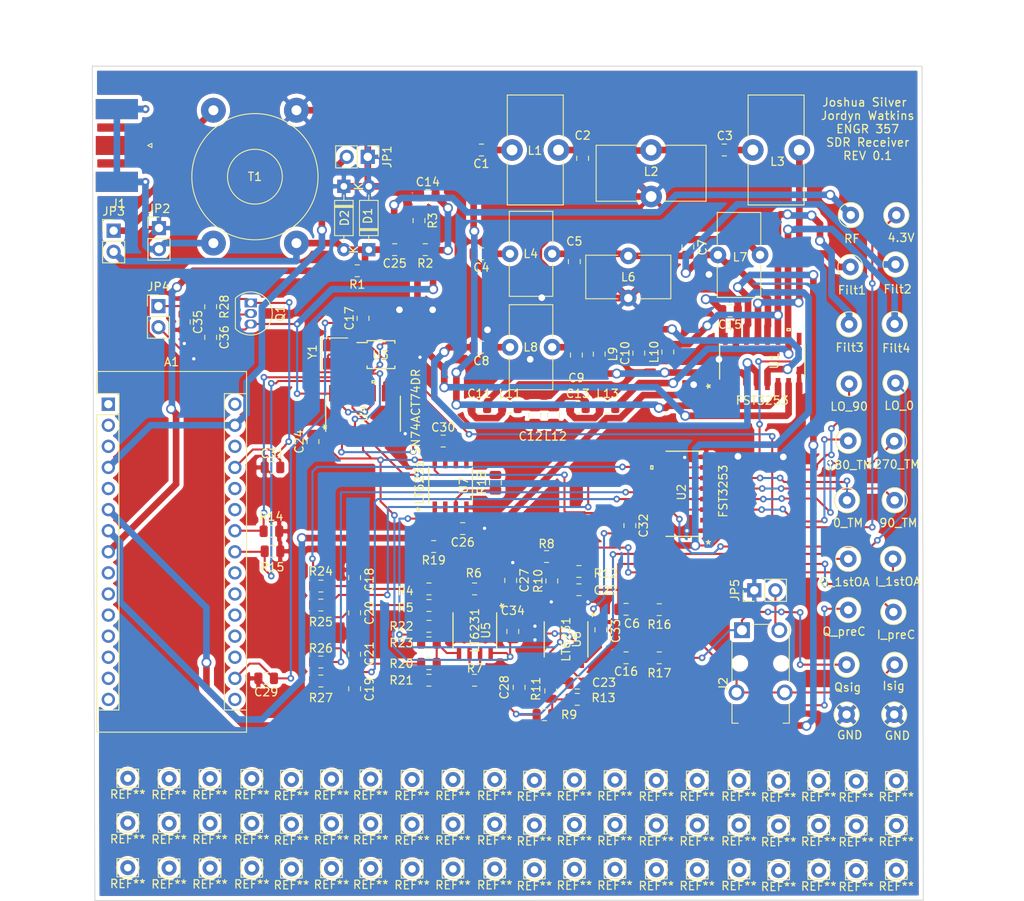
<source format=kicad_pcb>
(kicad_pcb (version 20171130) (host pcbnew "(5.1.5-0)")
  (layers (0 F.Cu signal) (31 B.Cu signal) (34 B.Paste user) (35 F.Paste user) (36 B.SilkS user) (37 F.SilkS user) (38 B.Mask user) (39 F.Mask user) (44 Edge.Cuts user))
  (net 0 "")
  (net 1 "Net-(A1-Pad1)")
  (net 2 3.3V)
  (net 3 "Net-(A1-Pad2)")
  (net 4 "Net-(A1-Pad18)")
  (net 5 "Net-(A1-Pad3)")
  (net 6 "Net-(A1-Pad19)")
  (net 7 "Net-(A1-Pad29)")
  (net 8 "Net-(A1-Pad20)")
  (net 9 "Net-(A1-Pad5)")
  (net 10 "Net-(A1-Pad21)")
  (net 11 D3)
  (net 12 "Net-(A1-Pad22)")
  (net 13 D4)
  (net 14 /SDA)
  (net 15 MUTE)
  (net 16 /SCL)
  (net 17 "Net-(A1-Pad9)")
  (net 18 "Net-(A1-Pad25)")
  (net 19 "Net-(A1-Pad10)")
  (net 20 "Net-(A1-Pad26)")
  (net 21 "Net-(A1-Pad11)")
  (net 22 5V)
  (net 23 "Net-(A1-Pad12)")
  (net 24 "Net-(A1-Pad28)")
  (net 25 "Net-(A1-Pad13)")
  (net 26 "Net-(A1-Pad14)")
  (net 27 "Net-(A1-Pad30)")
  (net 28 "Net-(A1-Pad15)")
  (net 29 "Net-(A1-Pad16)")
  (net 30 "Net-(C1-Pad2)")
  (net 31 "Net-(C1-Pad1)")
  (net 32 GND)
  (net 33 "Net-(C2-Pad2)")
  (net 34 "Net-(C3-Pad2)")
  (net 35 "Net-(C4-Pad1)")
  (net 36 "Net-(C4-Pad2)")
  (net 37 "Net-(C5-Pad2)")
  (net 38 "Net-(C6-Pad1)")
  (net 39 "Net-(C22-Pad1)")
  (net 40 "Net-(C7-Pad1)")
  (net 41 "Net-(C8-Pad1)")
  (net 42 "Net-(C8-Pad2)")
  (net 43 "Net-(C10-Pad2)")
  (net 44 "Net-(C10-Pad1)")
  (net 45 "Net-(C11-Pad1)")
  (net 46 "Net-(C11-Pad2)")
  (net 47 "Net-(C12-Pad2)")
  (net 48 "Net-(C13-Pad1)")
  (net 49 "Net-(C16-Pad2)")
  (net 50 "Net-(C16-Pad1)")
  (net 51 "/IF(0)")
  (net 52 "/IF(180)")
  (net 53 "/IF(90)")
  (net 54 "/IF(270)")
  (net 55 "Net-(C22-Pad2)")
  (net 56 "Net-(C23-Pad2)")
  (net 57 "Net-(C25-Pad1)")
  (net 58 "Net-(C25-Pad2)")
  (net 59 "Net-(C26-Pad2)")
  (net 60 "Net-(C27-Pad2)")
  (net 61 "Net-(C28-Pad1)")
  (net 62 "Net-(J1-Pad1)")
  (net 63 "Net-(J1-Pad2)")
  (net 64 "/I(t)")
  (net 65 "/Q(t)")
  (net 66 "Net-(L3-Pad2)")
  (net 67 "Net-(L7-Pad2)")
  (net 68 "Net-(L10-Pad2)")
  (net 69 "Net-(L13-Pad2)")
  (net 70 "Net-(R4-Pad1)")
  (net 71 "Net-(R22-Pad2)")
  (net 72 "Net-(R6-Pad1)")
  (net 73 "Net-(R7-Pad1)")
  (net 74 "Net-(R21-Pad1)")
  (net 75 "Net-(R20-Pad1)")
  (net 76 AGND)
  (net 77 "Net-(R24-Pad2)")
  (net 78 "Net-(R25-Pad2)")
  (net 79 "Net-(R26-Pad2)")
  (net 80 "Net-(R27-Pad2)")
  (net 81 RF)
  (net 82 "LO(90)")
  (net 83 "LO(0)")
  (net 84 "Net-(U3-Pad2)")
  (net 85 "Net-(U3-Pad3)")
  (net 86 "Net-(U3-Pad6)")
  (net 87 "Net-(U3-Pad9)")
  (net 88 "Net-(U3-Pad10)")
  (net 89 "Net-(U4-Pad2)")
  (net 90 "Net-(U4-Pad6)")
  (net 91 4.3V)
  (net 92 "Net-(C35-Pad1)")
  (net 93 "Net-(J2-PadS)")
  (module Connector_Pin:Pin_D0.9mm_L10.0mm_W2.4mm_FlatFork (layer F.Cu) (at 185.3184 121.6152)
    (fp_text reference REF** (at 0 1.95) (layer F.SilkS))
    (fp_text value Pin_D0.9mm_L10.0mm_W2.4mm_FlatFork)
    (pad 1 thru_hole circle (at 0 0) (size 1.8 1.8) (drill 0.9) (layers *.Cu *.Mask))
  )
  (module Connector_Pin:Pin_D0.9mm_L10.0mm_W2.4mm_FlatFork (layer F.Cu) (at 180.4924 121.666)
    (fp_text reference REF** (at 0 1.95) (layer F.SilkS))
    (fp_text value Pin_D0.9mm_L10.0mm_W2.4mm_FlatFork)
    (pad 1 thru_hole circle (at 0 0) (size 1.8 1.8) (drill 0.9) (layers *.Cu *.Mask))
  )
  (module Connector_Pin:Pin_D0.9mm_L10.0mm_W2.4mm_FlatFork (layer F.Cu) (at 180.4924 132.4356)
    (fp_text reference REF** (at 0 1.95) (layer F.SilkS))
    (fp_text value Pin_D0.9mm_L10.0mm_W2.4mm_FlatFork)
    (pad 1 thru_hole circle (at 0 0) (size 1.8 1.8) (drill 0.9) (layers *.Cu *.Mask))
  )
  (module Connector_Pin:Pin_D0.9mm_L10.0mm_W2.4mm_FlatFork (layer F.Cu) (at 185.3184 132.3848)
    (fp_text reference REF** (at 0 1.95) (layer F.SilkS))
    (fp_text value Pin_D0.9mm_L10.0mm_W2.4mm_FlatFork)
    (pad 1 thru_hole circle (at 0 0) (size 1.8 1.8) (drill 0.9) (layers *.Cu *.Mask))
  )
  (module Connector_Pin:Pin_D0.9mm_L10.0mm_W2.4mm_FlatFork (layer F.Cu) (at 180.4924 127.0508)
    (fp_text reference REF** (at 0 1.95) (layer F.SilkS))
    (fp_text value Pin_D0.9mm_L10.0mm_W2.4mm_FlatFork)
    (pad 1 thru_hole circle (at 0 0) (size 1.8 1.8) (drill 0.9) (layers *.Cu *.Mask))
  )
  (module Connector_Pin:Pin_D0.9mm_L10.0mm_W2.4mm_FlatFork (layer F.Cu) (at 185.3184 127)
    (fp_text reference REF** (at 0 1.95) (layer F.SilkS))
    (fp_text value Pin_D0.9mm_L10.0mm_W2.4mm_FlatFork)
    (pad 1 thru_hole circle (at 0 0) (size 1.8 1.8) (drill 0.9) (layers *.Cu *.Mask))
  )
  (module Connector_Pin:Pin_D0.9mm_L10.0mm_W2.4mm_FlatFork (layer F.Cu) (at 175.9712 121.6152)
    (fp_text reference REF** (at 0 1.95) (layer F.SilkS))
    (fp_text value Pin_D0.9mm_L10.0mm_W2.4mm_FlatFork)
    (pad 1 thru_hole circle (at 0 0) (size 1.8 1.8) (drill 0.9) (layers *.Cu *.Mask))
  )
  (module Connector_Pin:Pin_D0.9mm_L10.0mm_W2.4mm_FlatFork (layer F.Cu) (at 151.4348 132.2832)
    (fp_text reference REF** (at 0 1.95) (layer F.SilkS))
    (fp_text value Pin_D0.9mm_L10.0mm_W2.4mm_FlatFork)
    (pad 1 thru_hole circle (at 0 0) (size 1.8 1.8) (drill 0.9) (layers *.Cu *.Mask))
  )
  (module Connector_Pin:Pin_D0.9mm_L10.0mm_W2.4mm_FlatFork (layer F.Cu) (at 171.1452 121.666)
    (fp_text reference REF** (at 0 1.95) (layer F.SilkS))
    (fp_text value Pin_D0.9mm_L10.0mm_W2.4mm_FlatFork)
    (pad 1 thru_hole circle (at 0 0) (size 1.8 1.8) (drill 0.9) (layers *.Cu *.Mask))
  )
  (module Connector_Pin:Pin_D0.9mm_L10.0mm_W2.4mm_FlatFork (layer F.Cu) (at 161.3408 121.5644)
    (fp_text reference REF** (at 0 1.95) (layer F.SilkS))
    (fp_text value Pin_D0.9mm_L10.0mm_W2.4mm_FlatFork)
    (pad 1 thru_hole circle (at 0 0) (size 1.8 1.8) (drill 0.9) (layers *.Cu *.Mask))
  )
  (module Connector_Pin:Pin_D0.9mm_L10.0mm_W2.4mm_FlatFork (layer F.Cu) (at 166.37 121.5644)
    (fp_text reference REF** (at 0 1.95) (layer F.SilkS))
    (fp_text value Pin_D0.9mm_L10.0mm_W2.4mm_FlatFork)
    (pad 1 thru_hole circle (at 0 0) (size 1.8 1.8) (drill 0.9) (layers *.Cu *.Mask))
  )
  (module Connector_Pin:Pin_D0.9mm_L10.0mm_W2.4mm_FlatFork (layer F.Cu) (at 156.4132 132.334)
    (fp_text reference REF** (at 0 1.95) (layer F.SilkS))
    (fp_text value Pin_D0.9mm_L10.0mm_W2.4mm_FlatFork)
    (pad 1 thru_hole circle (at 0 0) (size 1.8 1.8) (drill 0.9) (layers *.Cu *.Mask))
  )
  (module Connector_Pin:Pin_D0.9mm_L10.0mm_W2.4mm_FlatFork (layer F.Cu) (at 156.4132 121.5644)
    (fp_text reference REF** (at 0 1.95) (layer F.SilkS))
    (fp_text value Pin_D0.9mm_L10.0mm_W2.4mm_FlatFork)
    (pad 1 thru_hole circle (at 0 0) (size 1.8 1.8) (drill 0.9) (layers *.Cu *.Mask))
  )
  (module Connector_Pin:Pin_D0.9mm_L10.0mm_W2.4mm_FlatFork (layer F.Cu) (at 156.4132 126.9492)
    (fp_text reference REF** (at 0 1.95) (layer F.SilkS))
    (fp_text value Pin_D0.9mm_L10.0mm_W2.4mm_FlatFork)
    (pad 1 thru_hole circle (at 0 0) (size 1.8 1.8) (drill 0.9) (layers *.Cu *.Mask))
  )
  (module Connector_Pin:Pin_D0.9mm_L10.0mm_W2.4mm_FlatFork (layer F.Cu) (at 161.3408 126.9492)
    (fp_text reference REF** (at 0 1.95) (layer F.SilkS))
    (fp_text value Pin_D0.9mm_L10.0mm_W2.4mm_FlatFork)
    (pad 1 thru_hole circle (at 0 0) (size 1.8 1.8) (drill 0.9) (layers *.Cu *.Mask))
  )
  (module Connector_Pin:Pin_D0.9mm_L10.0mm_W2.4mm_FlatFork (layer F.Cu) (at 161.3408 132.334)
    (fp_text reference REF** (at 0 1.95) (layer F.SilkS))
    (fp_text value Pin_D0.9mm_L10.0mm_W2.4mm_FlatFork)
    (pad 1 thru_hole circle (at 0 0) (size 1.8 1.8) (drill 0.9) (layers *.Cu *.Mask))
  )
  (module Connector_Pin:Pin_D0.9mm_L10.0mm_W2.4mm_FlatFork (layer F.Cu) (at 171.1452 132.4356)
    (fp_text reference REF** (at 0 1.95) (layer F.SilkS))
    (fp_text value Pin_D0.9mm_L10.0mm_W2.4mm_FlatFork)
    (pad 1 thru_hole circle (at 0 0) (size 1.8 1.8) (drill 0.9) (layers *.Cu *.Mask))
  )
  (module Connector_Pin:Pin_D0.9mm_L10.0mm_W2.4mm_FlatFork (layer F.Cu) (at 175.9712 132.3848)
    (fp_text reference REF** (at 0 1.95) (layer F.SilkS))
    (fp_text value Pin_D0.9mm_L10.0mm_W2.4mm_FlatFork)
    (pad 1 thru_hole circle (at 0 0) (size 1.8 1.8) (drill 0.9) (layers *.Cu *.Mask))
  )
  (module Connector_Pin:Pin_D0.9mm_L10.0mm_W2.4mm_FlatFork (layer F.Cu) (at 171.1452 127.0508)
    (fp_text reference REF** (at 0 1.95) (layer F.SilkS))
    (fp_text value Pin_D0.9mm_L10.0mm_W2.4mm_FlatFork)
    (pad 1 thru_hole circle (at 0 0) (size 1.8 1.8) (drill 0.9) (layers *.Cu *.Mask))
  )
  (module Connector_Pin:Pin_D0.9mm_L10.0mm_W2.4mm_FlatFork (layer F.Cu) (at 175.9712 127)
    (fp_text reference REF** (at 0 1.95) (layer F.SilkS))
    (fp_text value Pin_D0.9mm_L10.0mm_W2.4mm_FlatFork)
    (pad 1 thru_hole circle (at 0 0) (size 1.8 1.8) (drill 0.9) (layers *.Cu *.Mask))
  )
  (module Connector_Pin:Pin_D0.9mm_L10.0mm_W2.4mm_FlatFork (layer F.Cu) (at 151.4348 121.5136)
    (fp_text reference REF** (at 0 1.95) (layer F.SilkS))
    (fp_text value Pin_D0.9mm_L10.0mm_W2.4mm_FlatFork)
    (pad 1 thru_hole circle (at 0 0) (size 1.8 1.8) (drill 0.9) (layers *.Cu *.Mask))
  )
  (module Connector_Pin:Pin_D0.9mm_L10.0mm_W2.4mm_FlatFork (layer F.Cu) (at 166.37 126.9492)
    (fp_text reference REF** (at 0 1.95) (layer F.SilkS))
    (fp_text value Pin_D0.9mm_L10.0mm_W2.4mm_FlatFork)
    (pad 1 thru_hole circle (at 0 0) (size 1.8 1.8) (drill 0.9) (layers *.Cu *.Mask))
  )
  (module Connector_Pin:Pin_D0.9mm_L10.0mm_W2.4mm_FlatFork (layer F.Cu) (at 151.4348 126.8984)
    (fp_text reference REF** (at 0 1.95) (layer F.SilkS))
    (fp_text value Pin_D0.9mm_L10.0mm_W2.4mm_FlatFork)
    (pad 1 thru_hole circle (at 0 0) (size 1.8 1.8) (drill 0.9) (layers *.Cu *.Mask))
  )
  (module Connector_Pin:Pin_D0.9mm_L10.0mm_W2.4mm_FlatFork (layer F.Cu) (at 166.37 132.334)
    (fp_text reference REF** (at 0 1.95) (layer F.SilkS))
    (fp_text value Pin_D0.9mm_L10.0mm_W2.4mm_FlatFork)
    (pad 1 thru_hole circle (at 0 0) (size 1.8 1.8) (drill 0.9) (layers *.Cu *.Mask))
  )
  (module Connector_Pin:Pin_D0.9mm_L10.0mm_W2.4mm_FlatFork (layer F.Cu) (at 141.732 121.5644)
    (fp_text reference REF** (at 0 1.95) (layer F.SilkS))
    (fp_text value Pin_D0.9mm_L10.0mm_W2.4mm_FlatFork)
    (pad 1 thru_hole circle (at 0 0) (size 1.8 1.8) (drill 0.9) (layers *.Cu *.Mask))
  )
  (module Connector_Pin:Pin_D0.9mm_L10.0mm_W2.4mm_FlatFork (layer F.Cu) (at 146.558 121.5136)
    (fp_text reference REF** (at 0 1.95) (layer F.SilkS))
    (fp_text value Pin_D0.9mm_L10.0mm_W2.4mm_FlatFork)
    (pad 1 thru_hole circle (at 0 0) (size 1.8 1.8) (drill 0.9) (layers *.Cu *.Mask))
  )
  (module Connector_Pin:Pin_D0.9mm_L10.0mm_W2.4mm_FlatFork (layer F.Cu) (at 131.9276 121.4628)
    (fp_text reference REF** (at 0 1.95) (layer F.SilkS))
    (fp_text value Pin_D0.9mm_L10.0mm_W2.4mm_FlatFork)
    (pad 1 thru_hole circle (at 0 0) (size 1.8 1.8) (drill 0.9) (layers *.Cu *.Mask))
  )
  (module Connector_Pin:Pin_D0.9mm_L10.0mm_W2.4mm_FlatFork (layer F.Cu) (at 127 121.4628)
    (fp_text reference REF** (at 0 1.95) (layer F.SilkS))
    (fp_text value Pin_D0.9mm_L10.0mm_W2.4mm_FlatFork)
    (pad 1 thru_hole circle (at 0 0) (size 1.8 1.8) (drill 0.9) (layers *.Cu *.Mask))
  )
  (module Connector_Pin:Pin_D0.9mm_L10.0mm_W2.4mm_FlatFork (layer F.Cu) (at 136.9568 121.4628)
    (fp_text reference REF** (at 0 1.95) (layer F.SilkS))
    (fp_text value Pin_D0.9mm_L10.0mm_W2.4mm_FlatFork)
    (pad 1 thru_hole circle (at 0 0) (size 1.8 1.8) (drill 0.9) (layers *.Cu *.Mask))
  )
  (module Connector_Pin:Pin_D0.9mm_L10.0mm_W2.4mm_FlatFork (layer F.Cu) (at 122.0216 132.1816)
    (fp_text reference REF** (at 0 1.95) (layer F.SilkS))
    (fp_text value Pin_D0.9mm_L10.0mm_W2.4mm_FlatFork)
    (pad 1 thru_hole circle (at 0 0) (size 1.8 1.8) (drill 0.9) (layers *.Cu *.Mask))
  )
  (module Connector_Pin:Pin_D0.9mm_L10.0mm_W2.4mm_FlatFork (layer F.Cu) (at 127 132.2324)
    (fp_text reference REF** (at 0 1.95) (layer F.SilkS))
    (fp_text value Pin_D0.9mm_L10.0mm_W2.4mm_FlatFork)
    (pad 1 thru_hole circle (at 0 0) (size 1.8 1.8) (drill 0.9) (layers *.Cu *.Mask))
  )
  (module Connector_Pin:Pin_D0.9mm_L10.0mm_W2.4mm_FlatFork (layer F.Cu) (at 131.9276 126.8476)
    (fp_text reference REF** (at 0 1.95) (layer F.SilkS))
    (fp_text value Pin_D0.9mm_L10.0mm_W2.4mm_FlatFork)
    (pad 1 thru_hole circle (at 0 0) (size 1.8 1.8) (drill 0.9) (layers *.Cu *.Mask))
  )
  (module Connector_Pin:Pin_D0.9mm_L10.0mm_W2.4mm_FlatFork (layer F.Cu) (at 131.9276 132.2324)
    (fp_text reference REF** (at 0 1.95) (layer F.SilkS))
    (fp_text value Pin_D0.9mm_L10.0mm_W2.4mm_FlatFork)
    (pad 1 thru_hole circle (at 0 0) (size 1.8 1.8) (drill 0.9) (layers *.Cu *.Mask))
  )
  (module Connector_Pin:Pin_D0.9mm_L10.0mm_W2.4mm_FlatFork (layer F.Cu) (at 141.732 132.334)
    (fp_text reference REF** (at 0 1.95) (layer F.SilkS))
    (fp_text value Pin_D0.9mm_L10.0mm_W2.4mm_FlatFork)
    (pad 1 thru_hole circle (at 0 0) (size 1.8 1.8) (drill 0.9) (layers *.Cu *.Mask))
  )
  (module Connector_Pin:Pin_D0.9mm_L10.0mm_W2.4mm_FlatFork (layer F.Cu) (at 146.558 132.2832)
    (fp_text reference REF** (at 0 1.95) (layer F.SilkS))
    (fp_text value Pin_D0.9mm_L10.0mm_W2.4mm_FlatFork)
    (pad 1 thru_hole circle (at 0 0) (size 1.8 1.8) (drill 0.9) (layers *.Cu *.Mask))
  )
  (module Connector_Pin:Pin_D0.9mm_L10.0mm_W2.4mm_FlatFork (layer F.Cu) (at 141.732 126.9492)
    (fp_text reference REF** (at 0 1.95) (layer F.SilkS))
    (fp_text value Pin_D0.9mm_L10.0mm_W2.4mm_FlatFork)
    (pad 1 thru_hole circle (at 0 0) (size 1.8 1.8) (drill 0.9) (layers *.Cu *.Mask))
  )
  (module Connector_Pin:Pin_D0.9mm_L10.0mm_W2.4mm_FlatFork (layer F.Cu) (at 146.558 126.8984)
    (fp_text reference REF** (at 0 1.95) (layer F.SilkS))
    (fp_text value Pin_D0.9mm_L10.0mm_W2.4mm_FlatFork)
    (pad 1 thru_hole circle (at 0 0) (size 1.8 1.8) (drill 0.9) (layers *.Cu *.Mask))
  )
  (module Connector_Pin:Pin_D0.9mm_L10.0mm_W2.4mm_FlatFork (layer F.Cu) (at 122.0216 121.412)
    (fp_text reference REF** (at 0 1.95) (layer F.SilkS))
    (fp_text value Pin_D0.9mm_L10.0mm_W2.4mm_FlatFork)
    (pad 1 thru_hole circle (at 0 0) (size 1.8 1.8) (drill 0.9) (layers *.Cu *.Mask))
  )
  (module Connector_Pin:Pin_D0.9mm_L10.0mm_W2.4mm_FlatFork (layer F.Cu) (at 136.9568 126.8476)
    (fp_text reference REF** (at 0 1.95) (layer F.SilkS))
    (fp_text value Pin_D0.9mm_L10.0mm_W2.4mm_FlatFork)
    (pad 1 thru_hole circle (at 0 0) (size 1.8 1.8) (drill 0.9) (layers *.Cu *.Mask))
  )
  (module Connector_Pin:Pin_D0.9mm_L10.0mm_W2.4mm_FlatFork (layer F.Cu) (at 122.0216 126.7968)
    (fp_text reference REF** (at 0 1.95) (layer F.SilkS))
    (fp_text value Pin_D0.9mm_L10.0mm_W2.4mm_FlatFork)
    (pad 1 thru_hole circle (at 0 0) (size 1.8 1.8) (drill 0.9) (layers *.Cu *.Mask))
  )
  (module Connector_Pin:Pin_D0.9mm_L10.0mm_W2.4mm_FlatFork (layer F.Cu) (at 136.9568 132.2324)
    (fp_text reference REF** (at 0 1.95) (layer F.SilkS))
    (fp_text value Pin_D0.9mm_L10.0mm_W2.4mm_FlatFork)
    (pad 1 thru_hole circle (at 0 0) (size 1.8 1.8) (drill 0.9) (layers *.Cu *.Mask))
  )
  (module Connector_Pin:Pin_D0.9mm_L10.0mm_W2.4mm_FlatFork (layer F.Cu) (at 127 126.8476)
    (fp_text reference REF** (at 0 1.95) (layer F.SilkS))
    (fp_text value Pin_D0.9mm_L10.0mm_W2.4mm_FlatFork)
    (pad 1 thru_hole circle (at 0 0) (size 1.8 1.8) (drill 0.9) (layers *.Cu *.Mask))
  )
  (module Connector_Pin:Pin_D0.9mm_L10.0mm_W2.4mm_FlatFork (layer F.Cu) (at 102.6668 132.1308)
    (fp_text reference REF** (at 0 1.95) (layer F.SilkS))
    (fp_text value Pin_D0.9mm_L10.0mm_W2.4mm_FlatFork)
    (pad 1 thru_hole circle (at 0 0) (size 1.8 1.8) (drill 0.9) (layers *.Cu *.Mask))
  )
  (module Connector_Pin:Pin_D0.9mm_L10.0mm_W2.4mm_FlatFork (layer F.Cu) (at 112.4712 132.2324)
    (fp_text reference REF** (at 0 1.95) (layer F.SilkS))
    (fp_text value Pin_D0.9mm_L10.0mm_W2.4mm_FlatFork)
    (pad 1 thru_hole circle (at 0 0) (size 1.8 1.8) (drill 0.9) (layers *.Cu *.Mask))
  )
  (module Connector_Pin:Pin_D0.9mm_L10.0mm_W2.4mm_FlatFork (layer F.Cu) (at 117.2972 132.1816)
    (fp_text reference REF** (at 0 1.95) (layer F.SilkS))
    (fp_text value Pin_D0.9mm_L10.0mm_W2.4mm_FlatFork)
    (pad 1 thru_hole circle (at 0 0) (size 1.8 1.8) (drill 0.9) (layers *.Cu *.Mask))
  )
  (module Connector_Pin:Pin_D0.9mm_L10.0mm_W2.4mm_FlatFork (layer F.Cu) (at 107.696 132.1308)
    (fp_text reference REF** (at 0 1.95) (layer F.SilkS))
    (fp_text value Pin_D0.9mm_L10.0mm_W2.4mm_FlatFork)
    (pad 1 thru_hole circle (at 0 0) (size 1.8 1.8) (drill 0.9) (layers *.Cu *.Mask))
  )
  (module Connector_Pin:Pin_D0.9mm_L10.0mm_W2.4mm_FlatFork (layer F.Cu) (at 92.7608 132.08)
    (fp_text reference REF** (at 0 1.95) (layer F.SilkS))
    (fp_text value Pin_D0.9mm_L10.0mm_W2.4mm_FlatFork)
    (pad 1 thru_hole circle (at 0 0) (size 1.8 1.8) (drill 0.9) (layers *.Cu *.Mask))
  )
  (module Connector_Pin:Pin_D0.9mm_L10.0mm_W2.4mm_FlatFork (layer F.Cu) (at 97.7392 132.1308)
    (fp_text reference REF** (at 0 1.95) (layer F.SilkS))
    (fp_text value Pin_D0.9mm_L10.0mm_W2.4mm_FlatFork)
    (pad 1 thru_hole circle (at 0 0) (size 1.8 1.8) (drill 0.9) (layers *.Cu *.Mask))
  )
  (module Connector_Pin:Pin_D0.9mm_L10.0mm_W2.4mm_FlatFork (layer F.Cu) (at 112.4712 126.8476)
    (fp_text reference REF** (at 0 1.95) (layer F.SilkS))
    (fp_text value Pin_D0.9mm_L10.0mm_W2.4mm_FlatFork)
    (pad 1 thru_hole circle (at 0 0) (size 1.8 1.8) (drill 0.9) (layers *.Cu *.Mask))
  )
  (module Connector_Pin:Pin_D0.9mm_L10.0mm_W2.4mm_FlatFork (layer F.Cu) (at 117.2972 126.7968)
    (fp_text reference REF** (at 0 1.95) (layer F.SilkS))
    (fp_text value Pin_D0.9mm_L10.0mm_W2.4mm_FlatFork)
    (pad 1 thru_hole circle (at 0 0) (size 1.8 1.8) (drill 0.9) (layers *.Cu *.Mask))
  )
  (module Connector_Pin:Pin_D0.9mm_L10.0mm_W2.4mm_FlatFork (layer F.Cu) (at 102.6668 126.746)
    (fp_text reference REF** (at 0 1.95) (layer F.SilkS))
    (fp_text value Pin_D0.9mm_L10.0mm_W2.4mm_FlatFork)
    (pad 1 thru_hole circle (at 0 0) (size 1.8 1.8) (drill 0.9) (layers *.Cu *.Mask))
  )
  (module Connector_Pin:Pin_D0.9mm_L10.0mm_W2.4mm_FlatFork (layer F.Cu) (at 97.7392 126.746)
    (fp_text reference REF** (at 0 1.95) (layer F.SilkS))
    (fp_text value Pin_D0.9mm_L10.0mm_W2.4mm_FlatFork)
    (pad 1 thru_hole circle (at 0 0) (size 1.8 1.8) (drill 0.9) (layers *.Cu *.Mask))
  )
  (module Connector_Pin:Pin_D0.9mm_L10.0mm_W2.4mm_FlatFork (layer F.Cu) (at 107.696 126.746)
    (fp_text reference REF** (at 0 1.95) (layer F.SilkS))
    (fp_text value Pin_D0.9mm_L10.0mm_W2.4mm_FlatFork)
    (pad 1 thru_hole circle (at 0 0) (size 1.8 1.8) (drill 0.9) (layers *.Cu *.Mask))
  )
  (module Connector_Pin:Pin_D0.9mm_L10.0mm_W2.4mm_FlatFork (layer F.Cu) (at 92.7608 126.6952)
    (fp_text reference REF** (at 0 1.95) (layer F.SilkS))
    (fp_text value Pin_D0.9mm_L10.0mm_W2.4mm_FlatFork)
    (pad 1 thru_hole circle (at 0 0) (size 1.8 1.8) (drill 0.9) (layers *.Cu *.Mask))
  )
  (module Connector_Pin:Pin_D0.9mm_L10.0mm_W2.4mm_FlatFork (layer F.Cu) (at 117.2972 121.412)
    (fp_text reference REF** (at 0 1.95) (layer F.SilkS))
    (fp_text value Pin_D0.9mm_L10.0mm_W2.4mm_FlatFork)
    (pad 1 thru_hole circle (at 0 0) (size 1.8 1.8) (drill 0.9) (layers *.Cu *.Mask))
  )
  (module Connector_Pin:Pin_D0.9mm_L10.0mm_W2.4mm_FlatFork (layer F.Cu) (at 112.4712 121.4628)
    (fp_text reference REF** (at 0 1.95) (layer F.SilkS))
    (fp_text value Pin_D0.9mm_L10.0mm_W2.4mm_FlatFork)
    (pad 1 thru_hole circle (at 0 0) (size 1.8 1.8) (drill 0.9) (layers *.Cu *.Mask))
  )
  (module Connector_Pin:Pin_D0.9mm_L10.0mm_W2.4mm_FlatFork (layer F.Cu) (at 107.696 121.3612)
    (fp_text reference REF** (at 0 1.95) (layer F.SilkS))
    (fp_text value Pin_D0.9mm_L10.0mm_W2.4mm_FlatFork)
    (pad 1 thru_hole circle (at 0 0) (size 1.8 1.8) (drill 0.9) (layers *.Cu *.Mask))
  )
  (module Connector_Pin:Pin_D0.9mm_L10.0mm_W2.4mm_FlatFork (layer F.Cu) (at 102.6668 121.3612)
    (fp_text reference REF** (at 0 1.95) (layer F.SilkS))
    (fp_text value Pin_D0.9mm_L10.0mm_W2.4mm_FlatFork)
    (pad 1 thru_hole circle (at 0 0) (size 1.8 1.8) (drill 0.9) (layers *.Cu *.Mask))
  )
  (module Connector_Pin:Pin_D0.9mm_L10.0mm_W2.4mm_FlatFork (layer F.Cu) (at 97.7392 121.3612)
    (fp_text reference REF** (at 0 1.95) (layer F.SilkS))
    (fp_text value Pin_D0.9mm_L10.0mm_W2.4mm_FlatFork)
    (pad 1 thru_hole circle (at 0 0) (size 1.8 1.8) (drill 0.9) (layers *.Cu *.Mask))
  )
  (module Connector_Pin:Pin_D0.9mm_L10.0mm_W2.4mm_FlatFork (layer F.Cu) (at 92.7608 121.3104)
    (fp_text reference REF** (at 0 1.95) (layer F.SilkS))
    (fp_text value Pin_D0.9mm_L10.0mm_W2.4mm_FlatFork)
    (pad 1 thru_hole circle (at 0 0) (size 1.8 1.8) (drill 0.9) (layers *.Cu *.Mask))
  )
  (module footprintsLT6231:LT6231CS8-PBF (layer F.Cu) (at 145.542 104.5845 270)
    (fp_text reference U6 (at 0 -1.27 90) (layer F.SilkS))
    (fp_text value LT6231 (at 0 0 90) (layer F.SilkS))
    (fp_text user * (at -2.97815 -3.5814 90) (layer F.SilkS))
    (fp_text user * (at -2.97815 -3.5814 90) (layer F.SilkS))
    (pad 8 smd rect (at 2.72415 -1.905 270) (size 1.4605 0.5334) (layers F.Cu F.Paste F.Mask) (net 91 4.3V))
    (pad 7 smd rect (at 2.72415 -0.635 270) (size 1.4605 0.5334) (layers F.Cu F.Paste F.Mask) (net 49 "Net-(C16-Pad2)"))
    (pad 6 smd rect (at 2.72415 0.635 270) (size 1.4605 0.5334) (layers F.Cu F.Paste F.Mask) (net 56 "Net-(C23-Pad2)"))
    (pad 5 smd rect (at 2.72415 1.905 270) (size 1.4605 0.5334) (layers F.Cu F.Paste F.Mask) (net 76 AGND))
    (pad 4 smd rect (at -2.72415 1.905 270) (size 1.4605 0.5334) (layers F.Cu F.Paste F.Mask) (net 32 GND))
    (pad 3 smd rect (at -2.72415 0.635 270) (size 1.4605 0.5334) (layers F.Cu F.Paste F.Mask) (net 76 AGND))
    (pad 2 smd rect (at -2.72415 -0.635 270) (size 1.4605 0.5334) (layers F.Cu F.Paste F.Mask) (net 55 "Net-(C22-Pad2)"))
    (pad 1 smd rect (at -2.72415 -1.905 270) (size 1.4605 0.5334) (layers F.Cu F.Paste F.Mask) (net 39 "Net-(C22-Pad1)"))
  )
  (module footprintsLT6231:LT6231CS8-PBF (layer F.Cu) (at 134.5565 103.505 270)
    (fp_text reference U5 (at 0 -1.3335 90) (layer F.SilkS))
    (fp_text value LT6231 (at 0 0 90) (layer F.SilkS))
    (fp_text user * (at -2.97815 -3.5814 90) (layer F.SilkS))
    (fp_text user * (at -2.97815 -3.5814 90) (layer F.SilkS))
    (pad 8 smd rect (at 2.72415 -1.905 270) (size 1.4605 0.5334) (layers F.Cu F.Paste F.Mask) (net 91 4.3V))
    (pad 7 smd rect (at 2.72415 -0.635 270) (size 1.4605 0.5334) (layers F.Cu F.Paste F.Mask) (net 73 "Net-(R7-Pad1)"))
    (pad 6 smd rect (at 2.72415 0.635 270) (size 1.4605 0.5334) (layers F.Cu F.Paste F.Mask) (net 74 "Net-(R21-Pad1)"))
    (pad 5 smd rect (at 2.72415 1.905 270) (size 1.4605 0.5334) (layers F.Cu F.Paste F.Mask) (net 75 "Net-(R20-Pad1)"))
    (pad 4 smd rect (at -2.72415 1.905 270) (size 1.4605 0.5334) (layers F.Cu F.Paste F.Mask) (net 32 GND))
    (pad 3 smd rect (at -2.72415 0.635 270) (size 1.4605 0.5334) (layers F.Cu F.Paste F.Mask) (net 71 "Net-(R22-Pad2)"))
    (pad 2 smd rect (at -2.72415 -0.635 270) (size 1.4605 0.5334) (layers F.Cu F.Paste F.Mask) (net 70 "Net-(R4-Pad1)"))
    (pad 1 smd rect (at -2.72415 -1.905 270) (size 1.4605 0.5334) (layers F.Cu F.Paste F.Mask) (net 72 "Net-(R6-Pad1)"))
  )
  (module Capacitor_SMD:C_0805_2012Metric (layer F.Cu) (at 139.1285 103.632 90)
    (fp_text reference C34 (at 2.5 0 180) (layer F.SilkS))
    (fp_text value 0.1uF)
    (pad 1 smd roundrect (at -0.9375 0 90) (size 0.975 1.4) (layers F.Cu F.Paste F.Mask) (net 91 4.3V))
    (pad 2 smd roundrect (at 0.9375 0 90) (size 0.975 1.4) (layers F.Cu F.Paste F.Mask) (net 32 GND))
  )
  (module Resistor_SMD:R_0805_2012Metric (layer F.Cu) (at 129.6035 93.4085 180)
    (fp_text reference R19 (at 0 -1.65) (layer F.SilkS))
    (fp_text value 10k)
    (pad 2 smd roundrect (at 0.9375 0 180) (size 0.975 1.4) (layers F.Cu F.Paste F.Mask) (net 59 "Net-(C26-Pad2)"))
    (pad 1 smd roundrect (at -0.9375 0 180) (size 0.975 1.4) (layers F.Cu F.Paste F.Mask) (net 32 GND))
  )
  (module Resistor_SMD:R_0805_2012Metric (layer F.Cu) (at 137.033 85.725 90)
    (fp_text reference R18 (at 0 -1.65 90) (layer F.SilkS))
    (fp_text value 10k)
    (pad 1 smd roundrect (at -0.9375 0 90) (size 0.975 1.4) (layers F.Cu F.Paste F.Mask) (net 59 "Net-(C26-Pad2)"))
    (pad 2 smd roundrect (at 0.9375 0 90) (size 0.975 1.4) (layers F.Cu F.Paste F.Mask) (net 91 4.3V))
  )
  (module footprintsLT6231:LT6231CS8-PBF (layer F.Cu) (at 131.6355 85.979 90)
    (fp_text reference U7 (at -0.0635 1.5875 90) (layer F.SilkS))
    (fp_text value LT6231 (at 0.3175 -3.7465 90) (layer F.SilkS))
    (fp_text user * (at -2.97815 -3.5814 90) (layer F.SilkS))
    (fp_text user * (at -2.97815 -3.5814 90) (layer F.SilkS))
    (pad 8 smd rect (at 2.72415 -1.905 90) (size 1.4605 0.5334) (layers F.Cu F.Paste F.Mask) (net 91 4.3V))
    (pad 7 smd rect (at 2.72415 -0.635 90) (size 1.4605 0.5334) (layers F.Cu F.Paste F.Mask))
    (pad 6 smd rect (at 2.72415 0.635 90) (size 1.4605 0.5334) (layers F.Cu F.Paste F.Mask))
    (pad 5 smd rect (at 2.72415 1.905 90) (size 1.4605 0.5334) (layers F.Cu F.Paste F.Mask))
    (pad 4 smd rect (at -2.72415 1.905 90) (size 1.4605 0.5334) (layers F.Cu F.Paste F.Mask) (net 32 GND))
    (pad 3 smd rect (at -2.72415 0.635 90) (size 1.4605 0.5334) (layers F.Cu F.Paste F.Mask) (net 59 "Net-(C26-Pad2)"))
    (pad 2 smd rect (at -2.72415 -0.635 90) (size 1.4605 0.5334) (layers F.Cu F.Paste F.Mask) (net 76 AGND))
    (pad 1 smd rect (at -2.72415 -1.905 90) (size 1.4605 0.5334) (layers F.Cu F.Paste F.Mask) (net 76 AGND))
  )
  (module TestPoint:TestPoint_Loop_D1.80mm_Drill1.0mm_Beaded (layer F.Cu) (at 179.324 113.6396 90)
    (fp_text reference TP2 hide)
    (fp_text value GND (at -2.4765 0.381 180) (layer F.SilkS))
    (pad 1 thru_hole circle (at 0 0 90) (size 2 2) (drill 1) (layers *.Cu *.Mask) (net 32 GND))
  )
  (module Connector_PinHeader_2.54mm:PinHeader_1x02_P2.54mm_Vertical (layer F.Cu) (at 168.2115 98.679 90)
    (fp_text reference JP5 (at 0 -2.33 90) (layer F.SilkS))
    (fp_text value Jumper_NC_Small)
    (pad 2 thru_hole oval (at 0 2.54 90) (size 1.7 1.7) (drill 1) (layers *.Cu *.Mask) (net 93 "Net-(J2-PadS)"))
    (pad 1 thru_hole rect (at 0 0 90) (size 1.7 1.7) (drill 1) (layers *.Cu *.Mask) (net 32 GND))
  )
  (module Connector_Audio:Jack_3.5mm_Switronic_ST-005-G_horizontal (layer F.Cu) (at 168.9735 109.982 90)
    (fp_text reference J2 (at 0 -4.5 90) (layer F.SilkS))
    (fp_text value AudioJack3)
    (pad T thru_hole circle (at -1 -2.9 90) (size 1.9 1.9) (drill 1.2) (layers *.Cu *.Mask) (net 64 "/I(t)"))
    (pad T thru_hole circle (at -1 2.9 90) (size 1.9 1.9) (drill 1.2) (layers *.Cu *.Mask) (net 64 "/I(t)"))
    (pad R thru_hole rect (at 6.5 -2.25 90) (size 1.9 1.9) (drill 1.2) (layers *.Cu *.Mask) (net 65 "/Q(t)"))
    (pad S thru_hole circle (at 6.5 2.25 90) (size 1.9 1.9) (drill 1.2) (layers *.Cu *.Mask) (net 93 "Net-(J2-PadS)"))
    (pad "" np_thru_hole circle (at 2.5 2.5 90) (size 1 1) (drill 1) (layers *.Cu *.Mask))
    (pad "" np_thru_hole circle (at 2.5 -2.5 90) (size 1 1) (drill 1) (layers *.Cu *.Mask))
  )
  (module TestPoint:TestPoint_Loop_D1.80mm_Drill1.0mm_Beaded (layer F.Cu) (at 185.3184 53.4924 90)
    (fp_text reference TP20 hide)
    (fp_text value 4.3V (at -2.7305 0.5715 180) (layer F.SilkS))
    (pad 1 thru_hole circle (at 0 0 90) (size 2 2) (drill 1) (layers *.Cu *.Mask) (net 91 4.3V))
  )
  (module TestPoint:TestPoint_Loop_D1.80mm_Drill1.0mm_Beaded (layer F.Cu) (at 179.324 107.6325 90)
    (fp_text reference TP19 hide)
    (fp_text value Qsig (at -2.7305 0.127 180) (layer F.SilkS))
    (pad 1 thru_hole circle (at 0 0 90) (size 2 2) (drill 1) (layers *.Cu *.Mask) (net 65 "/Q(t)"))
  )
  (module TestPoint:TestPoint_Loop_D1.80mm_Drill1.0mm_Beaded (layer F.Cu) (at 185.1152 107.6452 90)
    (fp_text reference TP18 hide)
    (fp_text value Isig (at -2.54 -0.127 180) (layer F.SilkS))
    (pad 1 thru_hole circle (at 0 0 90) (size 2 2) (drill 1) (layers *.Cu *.Mask) (net 64 "/I(t)"))
  )
  (module TestPoint:TestPoint_Loop_D1.80mm_Drill1.0mm_Beaded (layer F.Cu) (at 179.5272 80.6704 90)
    (fp_text reference TP17 hide)
    (fp_text value 180_TM (at -2.921 0.127 180) (layer F.SilkS))
    (pad 1 thru_hole circle (at 0 0 90) (size 2 2) (drill 1) (layers *.Cu *.Mask) (net 80 "Net-(R27-Pad2)"))
  )
  (module TestPoint:TestPoint_Loop_D1.80mm_Drill1.0mm_Beaded (layer F.Cu) (at 185.0644 80.7212 90)
    (fp_text reference TP16 hide)
    (fp_text value 270_TM (at -2.794 0.3175 180) (layer F.SilkS))
    (pad 1 thru_hole circle (at 0 0 90) (size 2 2) (drill 1) (layers *.Cu *.Mask) (net 79 "Net-(R26-Pad2)"))
  )
  (module TestPoint:TestPoint_Loop_D1.80mm_Drill1.0mm_Beaded (layer F.Cu) (at 185.1152 87.8332 90)
    (fp_text reference TP15 hide)
    (fp_text value 90_TM (at -2.7305 0.4445 180) (layer F.SilkS))
    (pad 1 thru_hole circle (at 0 0 90) (size 2 2) (drill 1) (layers *.Cu *.Mask) (net 78 "Net-(R25-Pad2)"))
  )
  (module TestPoint:TestPoint_Loop_D1.80mm_Drill1.0mm_Beaded (layer F.Cu) (at 179.3748 87.8332 90)
    (fp_text reference TP14 hide)
    (fp_text value 0_TM (at -2.7305 0.127 180) (layer F.SilkS))
    (pad 1 thru_hole circle (at 0 0 90) (size 2 2) (drill 1) (layers *.Cu *.Mask) (net 77 "Net-(R24-Pad2)"))
  )
  (module TestPoint:TestPoint_Loop_D1.80mm_Drill1.0mm_Beaded (layer F.Cu) (at 179.5272 101.0412 90)
    (fp_text reference TP13 hide)
    (fp_text value Q_preC (at -2.6035 -0.508 180) (layer F.SilkS))
    (pad 1 thru_hole circle (at 0 0 90) (size 2 2) (drill 1) (layers *.Cu *.Mask) (net 49 "Net-(C16-Pad2)"))
  )
  (module TestPoint:TestPoint_Loop_D1.80mm_Drill1.0mm_Beaded (layer F.Cu) (at 184.9628 101.2952 90)
    (fp_text reference TP12 hide)
    (fp_text value I_preC (at -2.7305 0.3175 180) (layer F.SilkS))
    (pad 1 thru_hole circle (at 0 0 90) (size 2 2) (drill 1) (layers *.Cu *.Mask) (net 39 "Net-(C22-Pad1)"))
  )
  (module TestPoint:TestPoint_Loop_D1.80mm_Drill1.0mm_Beaded (layer F.Cu) (at 179.5272 94.8944 90)
    (fp_text reference TP11 hide)
    (fp_text value Q_1stOA (at -2.794 -0.4445 180) (layer F.SilkS))
    (pad 1 thru_hole circle (at 0 0 90) (size 2 2) (drill 1) (layers *.Cu *.Mask) (net 73 "Net-(R7-Pad1)"))
  )
  (module TestPoint:TestPoint_Loop_D1.80mm_Drill1.0mm_Beaded (layer F.Cu) (at 184.912 94.8944 90)
    (fp_text reference TP10 hide)
    (fp_text value I_1stOA (at -2.7305 0.5715 180) (layer F.SilkS))
    (pad 1 thru_hole circle (at 0 0 90) (size 2 2) (drill 1) (layers *.Cu *.Mask) (net 72 "Net-(R6-Pad1)"))
  )
  (module TestPoint:TestPoint_Loop_D1.80mm_Drill1.0mm_Beaded (layer F.Cu) (at 185.2168 73.7108 90)
    (fp_text reference TP9 hide)
    (fp_text value LO_0 (at -2.7305 0.4445 180) (layer F.SilkS))
    (pad 1 thru_hole circle (at 0 0 90) (size 2 2) (drill 1) (layers *.Cu *.Mask) (net 83 "LO(0)"))
  )
  (module TestPoint:TestPoint_Loop_D1.80mm_Drill1.0mm_Beaded (layer F.Cu) (at 179.6288 73.8124 90)
    (fp_text reference TP8 hide)
    (fp_text value LO_90 (at -2.7305 0 180) (layer F.SilkS))
    (pad 1 thru_hole circle (at 0 0 90) (size 2 2) (drill 1) (layers *.Cu *.Mask) (net 82 "LO(90)"))
  )
  (module TestPoint:TestPoint_Loop_D1.80mm_Drill1.0mm_Beaded (layer F.Cu) (at 185.1152 66.6115 90)
    (fp_text reference TP7 hide)
    (fp_text value Filt4 (at -2.921 0.1905 180) (layer F.SilkS))
    (pad 1 thru_hole circle (at 0 0 90) (size 2 2) (drill 1) (layers *.Cu *.Mask) (net 69 "Net-(L13-Pad2)"))
  )
  (module TestPoint:TestPoint_Loop_D1.80mm_Drill1.0mm_Beaded (layer F.Cu) (at 179.6288 66.6496 90)
    (fp_text reference TP6 hide)
    (fp_text value Filt3 (at -2.794 0.0635 180) (layer F.SilkS))
    (pad 1 thru_hole circle (at 0 0 90) (size 2 2) (drill 1) (layers *.Cu *.Mask) (net 68 "Net-(L10-Pad2)"))
  )
  (module TestPoint:TestPoint_Loop_D1.80mm_Drill1.0mm_Beaded (layer F.Cu) (at 185.2168 59.436 90)
    (fp_text reference TP5 hide)
    (fp_text value Filt2 (at -2.9845 0.254 180) (layer F.SilkS))
    (pad 1 thru_hole circle (at 0 0 90) (size 2 2) (drill 1) (layers *.Cu *.Mask) (net 67 "Net-(L7-Pad2)"))
  )
  (module TestPoint:TestPoint_Loop_D1.80mm_Drill1.0mm_Beaded (layer F.Cu) (at 179.7812 59.7408 90)
    (fp_text reference TP4 hide)
    (fp_text value Filt1 (at -2.794 0.1905 180) (layer F.SilkS))
    (pad 1 thru_hole circle (at 0 0 90) (size 2 2) (drill 1) (layers *.Cu *.Mask) (net 66 "Net-(L3-Pad2)"))
  )
  (module TestPoint:TestPoint_Loop_D1.80mm_Drill1.0mm_Beaded (layer F.Cu) (at 179.832 53.4924 90)
    (fp_text reference TP3 hide)
    (fp_text value RF (at -2.8575 0.127 180) (layer F.SilkS))
    (pad 1 thru_hole circle (at 0 0 90) (size 2 2) (drill 1) (layers *.Cu *.Mask) (net 58 "Net-(C25-Pad2)"))
  )
  (module TestPoint:TestPoint_Loop_D1.80mm_Drill1.0mm_Beaded (layer F.Cu) (at 185.0644 113.6396 90)
    (fp_text reference TP1 hide)
    (fp_text value GND (at -2.54 0.381 180) (layer F.SilkS))
    (pad 1 thru_hole circle (at 0 0 90) (size 2 2) (drill 1) (layers *.Cu *.Mask) (net 32 GND))
  )
  (module Package_SO:MSOP-10_3x3mm_P0.5mm (layer F.Cu) (at 123.2535 70.2945)
    (fp_text reference U3 (at -0.0635 0.0635) (layer F.SilkS))
    (fp_text value Si5351A-B-GT)
    (pad 1 smd rect (at -2.2 -1) (size 1.4 0.3) (layers F.Cu F.Paste F.Mask) (net 2 3.3V))
    (pad 2 smd rect (at -2.2 -0.5) (size 1.4 0.3) (layers F.Cu F.Paste F.Mask) (net 84 "Net-(U3-Pad2)"))
    (pad 3 smd rect (at -2.2 0) (size 1.4 0.3) (layers F.Cu F.Paste F.Mask) (net 85 "Net-(U3-Pad3)"))
    (pad 4 smd rect (at -2.2 0.5) (size 1.4 0.3) (layers F.Cu F.Paste F.Mask) (net 16 /SCL))
    (pad 5 smd rect (at -2.2 1) (size 1.4 0.3) (layers F.Cu F.Paste F.Mask) (net 14 /SDA))
    (pad 6 smd rect (at 2.2 1) (size 1.4 0.3) (layers F.Cu F.Paste F.Mask) (net 86 "Net-(U3-Pad6)"))
    (pad 7 smd rect (at 2.2 0.5) (size 1.4 0.3) (layers F.Cu F.Paste F.Mask) (net 2 3.3V))
    (pad 8 smd rect (at 2.2 0) (size 1.4 0.3) (layers F.Cu F.Paste F.Mask) (net 32 GND))
    (pad 9 smd rect (at 2.2 -0.5) (size 1.4 0.3) (layers F.Cu F.Paste F.Mask) (net 87 "Net-(U3-Pad9)"))
    (pad 10 smd rect (at 2.2 -1) (size 1.4 0.3) (layers F.Cu F.Paste F.Mask) (net 88 "Net-(U3-Pad10)"))
  )
  (module Resistor_SMD:R_0805_2012Metric (layer F.Cu) (at 143.1925 94.615 180)
    (fp_text reference R8 (at 0 1.524) (layer F.SilkS))
    (fp_text value 866)
    (pad 1 smd roundrect (at -0.9375 0 180) (size 0.975 1.4) (layers F.Cu F.Paste F.Mask) (net 60 "Net-(C27-Pad2)"))
    (pad 2 smd roundrect (at 0.9375 0 180) (size 0.975 1.4) (layers F.Cu F.Paste F.Mask) (net 72 "Net-(R6-Pad1)"))
  )
  (module footprints:SN74ACT74DR (layer F.Cu) (at 121.0945 77.4065 90)
    (fp_text reference U4 (at 0 0 90) (layer F.SilkS))
    (fp_text value SN74ACT74DR (at 0.1905 6.35 270) (layer F.SilkS))
    (fp_text user * (at -1.6129 -4.2926 90) (layer F.SilkS))
    (fp_text user * (at -1.6129 -4.2926 90) (layer F.SilkS))
    (pad 14 smd rect (at 2.4638 -3.81 90) (size 1.9812 0.5588) (layers F.Cu F.Paste F.Mask) (net 91 4.3V))
    (pad 13 smd rect (at 2.4638 -2.54 90) (size 1.9812 0.5588) (layers F.Cu F.Paste F.Mask) (net 91 4.3V))
    (pad 12 smd rect (at 2.4638 -1.27 90) (size 1.9812 0.5588) (layers F.Cu F.Paste F.Mask) (net 83 "LO(0)"))
    (pad 11 smd rect (at 2.4638 0 90) (size 1.9812 0.5588) (layers F.Cu F.Paste F.Mask) (net 88 "Net-(U3-Pad10)"))
    (pad 10 smd rect (at 2.4638 1.27 90) (size 1.9812 0.5588) (layers F.Cu F.Paste F.Mask) (net 91 4.3V))
    (pad 9 smd rect (at 2.4638 2.54 90) (size 1.9812 0.5588) (layers F.Cu F.Paste F.Mask) (net 82 "LO(90)"))
    (pad 8 smd rect (at 2.4638 3.81 90) (size 1.9812 0.5588) (layers F.Cu F.Paste F.Mask) (net 89 "Net-(U4-Pad2)"))
    (pad 7 smd rect (at -2.4638 3.81 90) (size 1.9812 0.5588) (layers F.Cu F.Paste F.Mask) (net 32 GND))
    (pad 6 smd rect (at -2.4638 2.54 90) (size 1.9812 0.5588) (layers F.Cu F.Paste F.Mask) (net 90 "Net-(U4-Pad6)"))
    (pad 5 smd rect (at -2.4638 1.27 90) (size 1.9812 0.5588) (layers F.Cu F.Paste F.Mask) (net 83 "LO(0)"))
    (pad 4 smd rect (at -2.4638 0 90) (size 1.9812 0.5588) (layers F.Cu F.Paste F.Mask) (net 91 4.3V))
    (pad 3 smd rect (at -2.4638 -1.27 90) (size 1.9812 0.5588) (layers F.Cu F.Paste F.Mask) (net 88 "Net-(U3-Pad10)"))
    (pad 2 smd rect (at -2.4638 -2.54 90) (size 1.9812 0.5588) (layers F.Cu F.Paste F.Mask) (net 89 "Net-(U4-Pad2)"))
    (pad 1 smd rect (at -2.4638 -3.81 90) (size 1.9812 0.5588) (layers F.Cu F.Paste F.Mask) (net 91 4.3V))
  )
  (module footprintsFST:FST3253MX (layer F.Cu) (at 159.7025 87.0585 180)
    (fp_text reference U2 (at 0.254 0.1905 90) (layer F.SilkS))
    (fp_text value FST3253 (at -4.7625 0.3175 90) (layer F.SilkS))
    (fp_text user * (at -2.97535 -6.156) (layer F.SilkS))
    (fp_text user * (at -2.97535 -6.156) (layer F.SilkS))
    (pad 16 smd rect (at 2.721348 -4.445 180) (size 1.454899 0.568) (layers F.Cu F.Paste F.Mask) (net 91 4.3V))
    (pad 15 smd rect (at 2.721348 -3.175 180) (size 1.454899 0.568) (layers F.Cu F.Paste F.Mask) (net 32 GND))
    (pad 14 smd rect (at 2.721348 -1.905 180) (size 1.454899 0.568) (layers F.Cu F.Paste F.Mask) (net 83 "LO(0)"))
    (pad 13 smd rect (at 2.721348 -0.635 180) (size 1.454899 0.568) (layers F.Cu F.Paste F.Mask) (net 80 "Net-(R27-Pad2)"))
    (pad 12 smd rect (at 2.721348 0.635 180) (size 1.454899 0.568) (layers F.Cu F.Paste F.Mask) (net 79 "Net-(R26-Pad2)"))
    (pad 11 smd rect (at 2.721348 1.905 180) (size 1.454899 0.568) (layers F.Cu F.Paste F.Mask) (net 78 "Net-(R25-Pad2)"))
    (pad 10 smd rect (at 2.721348 3.175 180) (size 1.454899 0.568) (layers F.Cu F.Paste F.Mask) (net 77 "Net-(R24-Pad2)"))
    (pad 9 smd rect (at 2.721348 4.445 180) (size 1.454899 0.568) (layers F.Cu F.Paste F.Mask) (net 81 RF))
    (pad 8 smd rect (at -2.721348 4.445 180) (size 1.454899 0.568) (layers F.Cu F.Paste F.Mask) (net 32 GND))
    (pad 7 smd rect (at -2.721348 3.175 180) (size 1.454899 0.568) (layers F.Cu F.Paste F.Mask) (net 81 RF))
    (pad 6 smd rect (at -2.721348 1.905 180) (size 1.454899 0.568) (layers F.Cu F.Paste F.Mask) (net 77 "Net-(R24-Pad2)"))
    (pad 5 smd rect (at -2.721348 0.635 180) (size 1.454899 0.568) (layers F.Cu F.Paste F.Mask) (net 78 "Net-(R25-Pad2)"))
    (pad 4 smd rect (at -2.721348 -0.635 180) (size 1.454899 0.568) (layers F.Cu F.Paste F.Mask) (net 79 "Net-(R26-Pad2)"))
    (pad 3 smd rect (at -2.721348 -1.905 180) (size 1.454899 0.568) (layers F.Cu F.Paste F.Mask) (net 80 "Net-(R27-Pad2)"))
    (pad 2 smd rect (at -2.721348 -3.175 180) (size 1.454899 0.568) (layers F.Cu F.Paste F.Mask) (net 82 "LO(90)"))
    (pad 1 smd rect (at -2.721348 -4.445 180) (size 1.454899 0.568) (layers F.Cu F.Paste F.Mask) (net 32 GND))
  )
  (module footprintsFST:FST3253MX (layer F.Cu) (at 169.164 71.12 90)
    (fp_text reference U1 (at 0.0635 1.4605 90) (layer F.SilkS))
    (fp_text value FST3253 (at -4.699 0 180) (layer F.SilkS))
    (fp_text user * (at -2.97535 -6.156 90) (layer F.SilkS))
    (fp_text user * (at -2.97535 -6.156 90) (layer F.SilkS))
    (pad 16 smd rect (at 2.721348 -4.445 90) (size 1.454899 0.568) (layers F.Cu F.Paste F.Mask) (net 91 4.3V))
    (pad 15 smd rect (at 2.721348 -3.175 90) (size 1.454899 0.568) (layers F.Cu F.Paste F.Mask) (net 32 GND))
    (pad 14 smd rect (at 2.721348 -1.905 90) (size 1.454899 0.568) (layers F.Cu F.Paste F.Mask) (net 11 D3))
    (pad 13 smd rect (at 2.721348 -0.635 90) (size 1.454899 0.568) (layers F.Cu F.Paste F.Mask) (net 66 "Net-(L3-Pad2)"))
    (pad 12 smd rect (at 2.721348 0.635 90) (size 1.454899 0.568) (layers F.Cu F.Paste F.Mask) (net 67 "Net-(L7-Pad2)"))
    (pad 11 smd rect (at 2.721348 1.905 90) (size 1.454899 0.568) (layers F.Cu F.Paste F.Mask) (net 68 "Net-(L10-Pad2)"))
    (pad 10 smd rect (at 2.721348 3.175 90) (size 1.454899 0.568) (layers F.Cu F.Paste F.Mask) (net 69 "Net-(L13-Pad2)"))
    (pad 9 smd rect (at 2.721348 4.445 90) (size 1.454899 0.568) (layers F.Cu F.Paste F.Mask) (net 81 RF))
    (pad 8 smd rect (at -2.721348 4.445 90) (size 1.454899 0.568) (layers F.Cu F.Paste F.Mask) (net 32 GND))
    (pad 7 smd rect (at -2.721348 3.175 90) (size 1.454899 0.568) (layers F.Cu F.Paste F.Mask) (net 57 "Net-(C25-Pad1)"))
    (pad 6 smd rect (at -2.721348 1.905 90) (size 1.454899 0.568) (layers F.Cu F.Paste F.Mask) (net 30 "Net-(C1-Pad2)"))
    (pad 5 smd rect (at -2.721348 0.635 90) (size 1.454899 0.568) (layers F.Cu F.Paste F.Mask) (net 36 "Net-(C4-Pad2)"))
    (pad 4 smd rect (at -2.721348 -0.635 90) (size 1.454899 0.568) (layers F.Cu F.Paste F.Mask) (net 42 "Net-(C8-Pad2)"))
    (pad 3 smd rect (at -2.721348 -1.905 90) (size 1.454899 0.568) (layers F.Cu F.Paste F.Mask) (net 46 "Net-(C11-Pad2)"))
    (pad 2 smd rect (at -2.721348 -3.175 90) (size 1.454899 0.568) (layers F.Cu F.Paste F.Mask) (net 13 D4))
    (pad 1 smd rect (at -2.721348 -4.445 90) (size 1.454899 0.568) (layers F.Cu F.Paste F.Mask) (net 32 GND))
  )
  (module Resistor_SMD:R_0805_2012Metric (layer F.Cu) (at 102.743 64.531 270)
    (fp_text reference R28 (at 0 -1.65 90) (layer F.SilkS))
    (fp_text value 1k)
    (pad 2 smd roundrect (at 0.9375 0 270) (size 0.975 1.4) (layers F.Cu F.Paste F.Mask) (net 92 "Net-(C35-Pad1)"))
    (pad 1 smd roundrect (at -0.9375 0 270) (size 0.975 1.4) (layers F.Cu F.Paste F.Mask) (net 22 5V))
  )
  (module Package_TO_SOT_THT:TO-92_Inline (layer F.Cu) (at 107.569 64.0715 270)
    (fp_text reference Q1 (at 1.27 -3.56 90) (layer F.SilkS))
    (fp_text value BC237)
    (pad 1 thru_hole rect (at 0 0 270) (size 1.05 1.5) (drill 0.75) (layers *.Cu *.Mask) (net 22 5V))
    (pad 3 thru_hole oval (at 2.54 0 270) (size 1.05 1.5) (drill 0.75) (layers *.Cu *.Mask) (net 91 4.3V))
    (pad 2 thru_hole oval (at 1.27 0 270) (size 1.05 1.5) (drill 0.75) (layers *.Cu *.Mask) (net 92 "Net-(C35-Pad1)"))
  )
  (module Inductor_SMD:L_0805_2012Metric (layer F.Cu) (at 149.536 70.231 270)
    (fp_text reference L9 (at 0 -1.65 90) (layer F.SilkS))
    (fp_text value 300nH)
    (pad 2 smd roundrect (at 0.9375 0 270) (size 0.975 1.4) (layers F.Cu F.Paste F.Mask) (net 32 GND))
    (pad 1 smd roundrect (at -0.9375 0 270) (size 0.975 1.4) (layers F.Cu F.Paste F.Mask) (net 43 "Net-(C10-Pad2)"))
  )
  (module Connector_PinHeader_2.54mm:PinHeader_1x02_P2.54mm_Vertical (layer F.Cu) (at 96.4565 64.4525)
    (fp_text reference JP4 (at 0 -2.33) (layer F.SilkS))
    (fp_text value Jumper_NC_Small)
    (pad 2 thru_hole oval (at 0 2.54) (size 1.7 1.7) (drill 1) (layers *.Cu *.Mask) (net 91 4.3V))
    (pad 1 thru_hole rect (at 0 0) (size 1.7 1.7) (drill 1) (layers *.Cu *.Mask) (net 22 5V))
  )
  (module Connector_PinHeader_2.54mm:PinHeader_1x02_P2.54mm_Vertical (layer F.Cu) (at 91.059 55.372)
    (fp_text reference JP3 (at 0 -2.33) (layer F.SilkS))
    (fp_text value Jumper)
    (pad 2 thru_hole oval (at 0 2.54) (size 1.7 1.7) (drill 1) (layers *.Cu *.Mask) (net 58 "Net-(C25-Pad2)"))
    (pad 1 thru_hole rect (at 0 0) (size 1.7 1.7) (drill 1) (layers *.Cu *.Mask) (net 62 "Net-(J1-Pad1)"))
  )
  (module Connector_PinHeader_2.54mm:PinHeader_1x02_P2.54mm_Vertical (layer F.Cu) (at 96.52 55.0545)
    (fp_text reference JP2 (at 0 -2.33) (layer F.SilkS))
    (fp_text value Jumper)
    (pad 2 thru_hole oval (at 0 2.54) (size 1.7 1.7) (drill 1) (layers *.Cu *.Mask) (net 63 "Net-(J1-Pad2)"))
    (pad 1 thru_hole rect (at 0 0) (size 1.7 1.7) (drill 1) (layers *.Cu *.Mask) (net 32 GND))
  )
  (module Connector_PinHeader_2.54mm:PinHeader_1x02_P2.54mm_Vertical (layer F.Cu) (at 121.666 46.482 270)
    (fp_text reference JP1 (at 0 -2.33 90) (layer F.SilkS))
    (fp_text value Jumper_NC_Small)
    (pad 2 thru_hole oval (at 0 2.54 270) (size 1.7 1.7) (drill 1) (layers *.Cu *.Mask) (net 7 "Net-(A1-Pad29)"))
    (pad 1 thru_hole rect (at 0 0 270) (size 1.7 1.7) (drill 1) (layers *.Cu *.Mask) (net 32 GND))
  )
  (module Capacitor_SMD:C_0805_2012Metric (layer F.Cu) (at 102.743 68.214 270)
    (fp_text reference C36 (at 0 -1.65 90) (layer F.SilkS))
    (fp_text value 0.1uF)
    (pad 2 smd roundrect (at 0.9375 0 270) (size 0.975 1.4) (layers F.Cu F.Paste F.Mask) (net 32 GND))
    (pad 1 smd roundrect (at -0.9375 0 270) (size 0.975 1.4) (layers F.Cu F.Paste F.Mask) (net 91 4.3V))
  )
  (module Capacitor_SMD:C_0805_2012Metric (layer F.Cu) (at 99.568 66.3725 270)
    (fp_text reference C35 (at 0 -1.65 90) (layer F.SilkS))
    (fp_text value 10uF)
    (pad 2 smd roundrect (at 0.9375 0 270) (size 0.975 1.4) (layers F.Cu F.Paste F.Mask) (net 32 GND))
    (pad 1 smd roundrect (at -0.9375 0 270) (size 0.975 1.4) (layers F.Cu F.Paste F.Mask) (net 92 "Net-(C35-Pad1)"))
  )
  (module Module:Arduino_Nano (layer F.Cu) (at 90.424 76.2635)
    (fp_text reference A1 (at 7.62 -5.08) (layer F.SilkS))
    (fp_text value "Arduino Nano V3")
    (pad 1 thru_hole rect (at 0 0) (size 1.6 1.6) (drill 1) (layers *.Cu *.Mask) (net 1 "Net-(A1-Pad1)"))
    (pad 17 thru_hole oval (at 15.24 33.02) (size 1.6 1.6) (drill 1) (layers *.Cu *.Mask) (net 2 3.3V))
    (pad 2 thru_hole oval (at 0 2.54) (size 1.6 1.6) (drill 1) (layers *.Cu *.Mask) (net 3 "Net-(A1-Pad2)"))
    (pad 18 thru_hole oval (at 15.24 30.48) (size 1.6 1.6) (drill 1) (layers *.Cu *.Mask) (net 4 "Net-(A1-Pad18)"))
    (pad 3 thru_hole oval (at 0 5.08) (size 1.6 1.6) (drill 1) (layers *.Cu *.Mask) (net 5 "Net-(A1-Pad3)"))
    (pad 19 thru_hole oval (at 15.24 27.94) (size 1.6 1.6) (drill 1) (layers *.Cu *.Mask) (net 6 "Net-(A1-Pad19)"))
    (pad 4 thru_hole oval (at 0 7.62) (size 1.6 1.6) (drill 1) (layers *.Cu *.Mask) (net 7 "Net-(A1-Pad29)"))
    (pad 20 thru_hole oval (at 15.24 25.4) (size 1.6 1.6) (drill 1) (layers *.Cu *.Mask) (net 8 "Net-(A1-Pad20)"))
    (pad 5 thru_hole oval (at 0 10.16) (size 1.6 1.6) (drill 1) (layers *.Cu *.Mask) (net 9 "Net-(A1-Pad5)"))
    (pad 21 thru_hole oval (at 15.24 22.86) (size 1.6 1.6) (drill 1) (layers *.Cu *.Mask) (net 10 "Net-(A1-Pad21)"))
    (pad 6 thru_hole oval (at 0 12.7) (size 1.6 1.6) (drill 1) (layers *.Cu *.Mask) (net 11 D3))
    (pad 22 thru_hole oval (at 15.24 20.32) (size 1.6 1.6) (drill 1) (layers *.Cu *.Mask) (net 12 "Net-(A1-Pad22)"))
    (pad 7 thru_hole oval (at 0 15.24) (size 1.6 1.6) (drill 1) (layers *.Cu *.Mask) (net 13 D4))
    (pad 23 thru_hole oval (at 15.24 17.78) (size 1.6 1.6) (drill 1) (layers *.Cu *.Mask) (net 14 /SDA))
    (pad 8 thru_hole oval (at 0 17.78) (size 1.6 1.6) (drill 1) (layers *.Cu *.Mask) (net 15 MUTE))
    (pad 24 thru_hole oval (at 15.24 15.24) (size 1.6 1.6) (drill 1) (layers *.Cu *.Mask) (net 16 /SCL))
    (pad 9 thru_hole oval (at 0 20.32) (size 1.6 1.6) (drill 1) (layers *.Cu *.Mask) (net 17 "Net-(A1-Pad9)"))
    (pad 25 thru_hole oval (at 15.24 12.7) (size 1.6 1.6) (drill 1) (layers *.Cu *.Mask) (net 18 "Net-(A1-Pad25)"))
    (pad 10 thru_hole oval (at 0 22.86) (size 1.6 1.6) (drill 1) (layers *.Cu *.Mask) (net 19 "Net-(A1-Pad10)"))
    (pad 26 thru_hole oval (at 15.24 10.16) (size 1.6 1.6) (drill 1) (layers *.Cu *.Mask) (net 20 "Net-(A1-Pad26)"))
    (pad 11 thru_hole oval (at 0 25.4) (size 1.6 1.6) (drill 1) (layers *.Cu *.Mask) (net 21 "Net-(A1-Pad11)"))
    (pad 27 thru_hole oval (at 15.24 7.62) (size 1.6 1.6) (drill 1) (layers *.Cu *.Mask) (net 22 5V))
    (pad 12 thru_hole oval (at 0 27.94) (size 1.6 1.6) (drill 1) (layers *.Cu *.Mask) (net 23 "Net-(A1-Pad12)"))
    (pad 28 thru_hole oval (at 15.24 5.08) (size 1.6 1.6) (drill 1) (layers *.Cu *.Mask) (net 24 "Net-(A1-Pad28)"))
    (pad 13 thru_hole oval (at 0 30.48) (size 1.6 1.6) (drill 1) (layers *.Cu *.Mask) (net 25 "Net-(A1-Pad13)"))
    (pad 29 thru_hole oval (at 15.24 2.54) (size 1.6 1.6) (drill 1) (layers *.Cu *.Mask) (net 7 "Net-(A1-Pad29)"))
    (pad 14 thru_hole oval (at 0 33.02) (size 1.6 1.6) (drill 1) (layers *.Cu *.Mask) (net 26 "Net-(A1-Pad14)"))
    (pad 30 thru_hole oval (at 15.24 0) (size 1.6 1.6) (drill 1) (layers *.Cu *.Mask) (net 27 "Net-(A1-Pad30)"))
    (pad 15 thru_hole oval (at 0 35.56) (size 1.6 1.6) (drill 1) (layers *.Cu *.Mask) (net 28 "Net-(A1-Pad15)"))
    (pad 16 thru_hole oval (at 15.24 35.56) (size 1.6 1.6) (drill 1) (layers *.Cu *.Mask) (net 29 "Net-(A1-Pad16)"))
  )
  (module Capacitor_SMD:C_0805_2012Metric (layer F.Cu) (at 135.3485 45.656 180)
    (fp_text reference C1 (at 0 -1.65) (layer F.SilkS))
    (fp_text value 2.2nF)
    (pad 1 smd roundrect (at -0.9375 0 180) (size 0.975 1.4) (layers F.Cu F.Paste F.Mask) (net 31 "Net-(C1-Pad1)"))
    (pad 2 smd roundrect (at 0.9375 0 180) (size 0.975 1.4) (layers F.Cu F.Paste F.Mask) (net 30 "Net-(C1-Pad2)"))
  )
  (module Capacitor_SMD:C_0805_2012Metric (layer F.Cu) (at 147.536 46.656 90)
    (fp_text reference C2 (at 2.75 0 180) (layer F.SilkS))
    (fp_text value 3.3nF)
    (pad 2 smd roundrect (at 0.9375 0 90) (size 0.975 1.4) (layers F.Cu F.Paste F.Mask) (net 33 "Net-(C2-Pad2)"))
    (pad 1 smd roundrect (at -0.9375 0 90) (size 0.975 1.4) (layers F.Cu F.Paste F.Mask) (net 32 GND))
  )
  (module Capacitor_SMD:C_0805_2012Metric (layer F.Cu) (at 164.5985 45.656)
    (fp_text reference C3 (at 0.057 -1.714) (layer F.SilkS))
    (fp_text value 2.2nF)
    (pad 1 smd roundrect (at -0.9375 0) (size 0.975 1.4) (layers F.Cu F.Paste F.Mask) (net 33 "Net-(C2-Pad2)"))
    (pad 2 smd roundrect (at 0.9375 0) (size 0.975 1.4) (layers F.Cu F.Paste F.Mask) (net 34 "Net-(C3-Pad2)"))
  )
  (module Capacitor_SMD:C_0805_2012Metric (layer F.Cu) (at 135.3485 58.156 180)
    (fp_text reference C4 (at 0 -1.65) (layer F.SilkS))
    (fp_text value 680pF)
    (pad 1 smd roundrect (at -0.9375 0 180) (size 0.975 1.4) (layers F.Cu F.Paste F.Mask) (net 35 "Net-(C4-Pad1)"))
    (pad 2 smd roundrect (at 0.9375 0 180) (size 0.975 1.4) (layers F.Cu F.Paste F.Mask) (net 36 "Net-(C4-Pad2)"))
  )
  (module Capacitor_SMD:C_0805_2012Metric (layer F.Cu) (at 146.536 59.0935 90)
    (fp_text reference C5 (at 2.4375 0 180) (layer F.SilkS))
    (fp_text value 1.3nF)
    (pad 2 smd roundrect (at 0.9375 0 90) (size 0.975 1.4) (layers F.Cu F.Paste F.Mask) (net 37 "Net-(C5-Pad2)"))
    (pad 1 smd roundrect (at -0.9375 0 90) (size 0.975 1.4) (layers F.Cu F.Paste F.Mask) (net 32 GND))
  )
  (module Capacitor_SMD:C_0805_2012Metric (layer F.Cu) (at 152.766 100.965 180)
    (fp_text reference C6 (at -0.7135 -1.7145) (layer F.SilkS))
    (fp_text value 10uF)
    (pad 2 smd roundrect (at 0.9375 0 180) (size 0.975 1.4) (layers F.Cu F.Paste F.Mask) (net 39 "Net-(C22-Pad1)"))
    (pad 1 smd roundrect (at -0.9375 0 180) (size 0.975 1.4) (layers F.Cu F.Paste F.Mask) (net 38 "Net-(C6-Pad1)"))
  )
  (module Capacitor_SMD:C_0805_2012Metric (layer F.Cu) (at 160.2105 57.3405 270)
    (fp_text reference C7 (at 0.0505 -1.75 90) (layer F.SilkS))
    (fp_text value 680pF)
    (pad 2 smd roundrect (at 0.9375 0 270) (size 0.975 1.4) (layers F.Cu F.Paste F.Mask) (net 37 "Net-(C5-Pad2)"))
    (pad 1 smd roundrect (at -0.9375 0 270) (size 0.975 1.4) (layers F.Cu F.Paste F.Mask) (net 40 "Net-(C7-Pad1)"))
  )
  (module Capacitor_SMD:C_0805_2012Metric (layer F.Cu) (at 135.3485 69.406 180)
    (fp_text reference C8 (at 0 -1.65) (layer F.SilkS))
    (fp_text value 240pF)
    (pad 1 smd roundrect (at -0.9375 0 180) (size 0.975 1.4) (layers F.Cu F.Paste F.Mask) (net 41 "Net-(C8-Pad1)"))
    (pad 2 smd roundrect (at 0.9375 0 180) (size 0.975 1.4) (layers F.Cu F.Paste F.Mask) (net 42 "Net-(C8-Pad2)"))
  )
  (module Capacitor_SMD:C_0805_2012Metric (layer F.Cu) (at 146.786 70.3435 90)
    (fp_text reference C9 (at -2.75 0 180) (layer F.SilkS))
    (fp_text value 510pF)
    (pad 2 smd roundrect (at 0.9375 0 90) (size 0.975 1.4) (layers F.Cu F.Paste F.Mask) (net 43 "Net-(C10-Pad2)"))
    (pad 1 smd roundrect (at -0.9375 0 90) (size 0.975 1.4) (layers F.Cu F.Paste F.Mask) (net 32 GND))
  )
  (module Capacitor_SMD:C_0805_2012Metric (layer F.Cu) (at 154.305 70.119 90)
    (fp_text reference C10 (at 0 -1.65 90) (layer F.SilkS))
    (fp_text value 240pF)
    (pad 1 smd roundrect (at -0.9375 0 90) (size 0.975 1.4) (layers F.Cu F.Paste F.Mask) (net 44 "Net-(C10-Pad1)"))
    (pad 2 smd roundrect (at 0.9375 0 90) (size 0.975 1.4) (layers F.Cu F.Paste F.Mask) (net 43 "Net-(C10-Pad2)"))
  )
  (module Capacitor_SMD:C_0805_2012Metric (layer F.Cu) (at 135.0945 76.644)
    (fp_text reference C11 (at 0 -1.65) (layer F.SilkS))
    (fp_text value 91pF)
    (pad 1 smd roundrect (at -0.9375 0) (size 0.975 1.4) (layers F.Cu F.Paste F.Mask) (net 45 "Net-(C11-Pad1)"))
    (pad 2 smd roundrect (at 0.9375 0) (size 0.975 1.4) (layers F.Cu F.Paste F.Mask) (net 46 "Net-(C11-Pad2)"))
  )
  (module Capacitor_SMD:C_0805_2012Metric (layer F.Cu) (at 141.782 77.5815 90)
    (fp_text reference C12 (at -2.5625 -0.5 180) (layer F.SilkS))
    (fp_text value 220pF)
    (pad 2 smd roundrect (at 0.9375 0 90) (size 0.975 1.4) (layers F.Cu F.Paste F.Mask) (net 47 "Net-(C12-Pad2)"))
    (pad 1 smd roundrect (at -0.9375 0 90) (size 0.975 1.4) (layers F.Cu F.Paste F.Mask) (net 32 GND))
  )
  (module Capacitor_SMD:C_0805_2012Metric (layer F.Cu) (at 146.9695 76.644)
    (fp_text reference C13 (at 0 -1.65) (layer F.SilkS))
    (fp_text value 91pF)
    (pad 2 smd roundrect (at 0.9375 0) (size 0.975 1.4) (layers F.Cu F.Paste F.Mask) (net 47 "Net-(C12-Pad2)"))
    (pad 1 smd roundrect (at -0.9375 0) (size 0.975 1.4) (layers F.Cu F.Paste F.Mask) (net 48 "Net-(C13-Pad1)"))
  )
  (module Capacitor_SMD:C_0805_2012Metric (layer F.Cu) (at 128.8965 51.156)
    (fp_text reference C14 (at 0 -1.65) (layer F.SilkS))
    (fp_text value 0.1uF)
    (pad 1 smd roundrect (at -0.9375 0) (size 0.975 1.4) (layers F.Cu F.Paste F.Mask) (net 32 GND))
    (pad 2 smd roundrect (at 0.9375 0) (size 0.975 1.4) (layers F.Cu F.Paste F.Mask) (net 91 4.3V))
  )
  (module Capacitor_SMD:C_0805_2012Metric (layer F.Cu) (at 165.2905 65.024 180)
    (fp_text reference C15 (at 0 -1.65) (layer F.SilkS))
    (fp_text value 0.1u)
    (pad 1 smd roundrect (at -0.9375 0 180) (size 0.975 1.4) (layers F.Cu F.Paste F.Mask) (net 32 GND))
    (pad 2 smd roundrect (at 0.9375 0 180) (size 0.975 1.4) (layers F.Cu F.Paste F.Mask) (net 91 4.3V))
  )
  (module Capacitor_SMD:C_0805_2012Metric (layer F.Cu) (at 152.766 106.807 180)
    (fp_text reference C16 (at 0 -1.65) (layer F.SilkS))
    (fp_text value 10uF)
    (pad 1 smd roundrect (at -0.9375 0 180) (size 0.975 1.4) (layers F.Cu F.Paste F.Mask) (net 50 "Net-(C16-Pad1)"))
    (pad 2 smd roundrect (at 0.9375 0 180) (size 0.975 1.4) (layers F.Cu F.Paste F.Mask) (net 49 "Net-(C16-Pad2)"))
  )
  (module Capacitor_SMD:C_0805_2012Metric (layer F.Cu) (at 121.0945 65.928 90)
    (fp_text reference C17 (at 0 -1.65 90) (layer F.SilkS))
    (fp_text value 0.1u)
    (pad 1 smd roundrect (at -0.9375 0 90) (size 0.975 1.4) (layers F.Cu F.Paste F.Mask) (net 2 3.3V))
    (pad 2 smd roundrect (at 0.9375 0 90) (size 0.975 1.4) (layers F.Cu F.Paste F.Mask) (net 32 GND))
  )
  (module Capacitor_SMD:C_0805_2012Metric (layer F.Cu) (at 120.0785 97.155 90)
    (fp_text reference C18 (at -0.254 1.778 270) (layer F.SilkS))
    (fp_text value 17nF)
    (pad 2 smd roundrect (at 0.9375 0 90) (size 0.975 1.4) (layers F.Cu F.Paste F.Mask) (net 32 GND))
    (pad 1 smd roundrect (at -0.9375 0 90) (size 0.975 1.4) (layers F.Cu F.Paste F.Mask) (net 51 "/IF(0)"))
  )
  (module Capacitor_SMD:C_0805_2012Metric (layer F.Cu) (at 120.0785 110.5385 90)
    (fp_text reference C19 (at -0.0785 1.778 90) (layer F.SilkS))
    (fp_text value 17nF)
    (pad 1 smd roundrect (at -0.9375 0 90) (size 0.975 1.4) (layers F.Cu F.Paste F.Mask) (net 32 GND))
    (pad 2 smd roundrect (at 0.9375 0 90) (size 0.975 1.4) (layers F.Cu F.Paste F.Mask) (net 52 "/IF(180)"))
  )
  (module Capacitor_SMD:C_0805_2012Metric (layer F.Cu) (at 120.0785 101.3945 270)
    (fp_text reference C20 (at 0 -1.778 90) (layer F.SilkS))
    (fp_text value 17nF)
    (pad 1 smd roundrect (at -0.9375 0 270) (size 0.975 1.4) (layers F.Cu F.Paste F.Mask) (net 53 "/IF(90)"))
    (pad 2 smd roundrect (at 0.9375 0 270) (size 0.975 1.4) (layers F.Cu F.Paste F.Mask) (net 32 GND))
  )
  (module Capacitor_SMD:C_0805_2012Metric (layer F.Cu) (at 120.0785 106.3775 270)
    (fp_text reference C21 (at -0.0785 -1.778 90) (layer F.SilkS))
    (fp_text value 17nF)
    (pad 2 smd roundrect (at 0.9375 0 270) (size 0.975 1.4) (layers F.Cu F.Paste F.Mask) (net 54 "/IF(270)"))
    (pad 1 smd roundrect (at -0.9375 0 270) (size 0.975 1.4) (layers F.Cu F.Paste F.Mask) (net 32 GND))
  )
  (module Capacitor_SMD:C_0805_2012Metric (layer F.Cu) (at 147.091 98.613 180)
    (fp_text reference C22 (at -3.2135 -0.066) (layer F.SilkS))
    (fp_text value 1nF)
    (pad 1 smd roundrect (at -0.9375 0 180) (size 0.975 1.4) (layers F.Cu F.Paste F.Mask) (net 39 "Net-(C22-Pad1)"))
    (pad 2 smd roundrect (at 0.9375 0 180) (size 0.975 1.4) (layers F.Cu F.Paste F.Mask) (net 55 "Net-(C22-Pad2)"))
  )
  (module Capacitor_SMD:C_0805_2012Metric (layer F.Cu) (at 146.891 109.855 180)
    (fp_text reference C23 (at -3.223 0.0635) (layer F.SilkS))
    (fp_text value 1nF)
    (pad 2 smd roundrect (at 0.9375 0 180) (size 0.975 1.4) (layers F.Cu F.Paste F.Mask) (net 56 "Net-(C23-Pad2)"))
    (pad 1 smd roundrect (at -0.9375 0 180) (size 0.975 1.4) (layers F.Cu F.Paste F.Mask) (net 49 "Net-(C16-Pad2)"))
  )
  (module Capacitor_SMD:C_0805_2012Metric (layer F.Cu) (at 115.062 80.772 90)
    (fp_text reference C24 (at 0 -1.65 90) (layer F.SilkS))
    (fp_text value 0.1u)
    (pad 2 smd roundrect (at 0.9375 0 90) (size 0.975 1.4) (layers F.Cu F.Paste F.Mask) (net 91 4.3V))
    (pad 1 smd roundrect (at -0.9375 0 90) (size 0.975 1.4) (layers F.Cu F.Paste F.Mask) (net 32 GND))
  )
  (module Capacitor_SMD:C_0805_2012Metric (layer F.Cu) (at 124.9045 57.658 180)
    (fp_text reference C25 (at 0 -1.65) (layer F.SilkS))
    (fp_text value 0.1uF)
    (pad 2 smd roundrect (at 0.9375 0 180) (size 0.975 1.4) (layers F.Cu F.Paste F.Mask) (net 58 "Net-(C25-Pad2)"))
    (pad 1 smd roundrect (at -0.9375 0 180) (size 0.975 1.4) (layers F.Cu F.Paste F.Mask) (net 57 "Net-(C25-Pad1)"))
  )
  (module Capacitor_SMD:C_0805_2012Metric (layer F.Cu) (at 133.096 91.2495 180)
    (fp_text reference C26 (at 0 -1.65) (layer F.SilkS))
    (fp_text value 10uF)
    (pad 1 smd roundrect (at -0.9375 0 180) (size 0.975 1.4) (layers F.Cu F.Paste F.Mask) (net 32 GND))
    (pad 2 smd roundrect (at 0.9375 0 180) (size 0.975 1.4) (layers F.Cu F.Paste F.Mask) (net 59 "Net-(C26-Pad2)"))
  )
  (module Capacitor_SMD:C_0805_2012Metric (layer F.Cu) (at 138.8745 97.4875 270)
    (fp_text reference C27 (at 0 -1.65 90) (layer F.SilkS))
    (fp_text value 22.6nF)
    (pad 1 smd roundrect (at -0.9375 0 270) (size 0.975 1.4) (layers F.Cu F.Paste F.Mask) (net 32 GND))
    (pad 2 smd roundrect (at 0.9375 0 270) (size 0.975 1.4) (layers F.Cu F.Paste F.Mask) (net 60 "Net-(C27-Pad2)"))
  )
  (module Capacitor_SMD:C_0805_2012Metric (layer F.Cu) (at 139.8905 110.363 90)
    (fp_text reference C28 (at 0 -1.778 270) (layer F.SilkS))
    (fp_text value 22.6nF)
    (pad 2 smd roundrect (at 0.9375 0 90) (size 0.975 1.4) (layers F.Cu F.Paste F.Mask) (net 32 GND))
    (pad 1 smd roundrect (at -0.9375 0 90) (size 0.975 1.4) (layers F.Cu F.Paste F.Mask) (net 61 "Net-(C28-Pad1)"))
  )
  (module Capacitor_SMD:C_0805_2012Metric (layer F.Cu) (at 109.4255 109.2835 180)
    (fp_text reference C29 (at 0 -1.65) (layer F.SilkS))
    (fp_text value 0.1uF)
    (pad 1 smd roundrect (at -0.9375 0 180) (size 0.975 1.4) (layers F.Cu F.Paste F.Mask) (net 2 3.3V))
    (pad 2 smd roundrect (at 0.9375 0 180) (size 0.975 1.4) (layers F.Cu F.Paste F.Mask) (net 32 GND))
  )
  (module Capacitor_SMD:C_0805_2012Metric (layer F.Cu) (at 130.7465 80.7085)
    (fp_text reference C30 (at 0 -1.65) (layer F.SilkS))
    (fp_text value 0.1uF)
    (pad 2 smd roundrect (at 0.9375 0) (size 0.975 1.4) (layers F.Cu F.Paste F.Mask) (net 32 GND))
    (pad 1 smd roundrect (at -0.9375 0) (size 0.975 1.4) (layers F.Cu F.Paste F.Mask) (net 91 4.3V))
  )
  (module Capacitor_SMD:C_0805_2012Metric (layer F.Cu) (at 110.1875 83.8835)
    (fp_text reference C31 (at 0 -1.65) (layer F.SilkS))
    (fp_text value 0.1uF)
    (pad 2 smd roundrect (at 0.9375 0) (size 0.975 1.4) (layers F.Cu F.Paste F.Mask) (net 22 5V))
    (pad 1 smd roundrect (at -0.9375 0) (size 0.975 1.4) (layers F.Cu F.Paste F.Mask) (net 32 GND))
  )
  (module Capacitor_SMD:C_0805_2012Metric (layer F.Cu) (at 153.2255 90.8835 270)
    (fp_text reference C32 (at 0 -1.65 90) (layer F.SilkS))
    (fp_text value 0.1uF)
    (pad 2 smd roundrect (at 0.9375 0 270) (size 0.975 1.4) (layers F.Cu F.Paste F.Mask) (net 91 4.3V))
    (pad 1 smd roundrect (at -0.9375 0 270) (size 0.975 1.4) (layers F.Cu F.Paste F.Mask) (net 32 GND))
  )
  (module Capacitor_SMD:C_0805_2012Metric (layer F.Cu) (at 149.733 103.4415 90)
    (fp_text reference C33 (at -0.1375 1.8 270) (layer F.SilkS))
    (fp_text value 0.1uF)
    (pad 2 smd roundrect (at 0.9375 0 90) (size 0.975 1.4) (layers F.Cu F.Paste F.Mask) (net 32 GND))
    (pad 1 smd roundrect (at -0.9375 0 90) (size 0.975 1.4) (layers F.Cu F.Paste F.Mask) (net 91 4.3V))
  )
  (module Diode_THT:D_DO-35_SOD27_P7.62mm_Horizontal (layer F.Cu) (at 118.786 50.036 270)
    (fp_text reference D1 (at 3.558 -2.88 90) (layer F.SilkS))
    (fp_text value D)
    (fp_text user K (at 0 -1.8 90) (layer F.SilkS))
    (pad 1 thru_hole rect (at 0 0 270) (size 1.6 1.6) (drill 0.8) (layers *.Cu *.Mask) (net 32 GND))
    (pad 2 thru_hole oval (at 7.62 0 270) (size 1.6 1.6) (drill 0.8) (layers *.Cu *.Mask) (net 58 "Net-(C25-Pad2)"))
  )
  (module Diode_THT:D_DO-35_SOD27_P7.62mm_Horizontal (layer F.Cu) (at 121.786 57.656 90)
    (fp_text reference D2 (at 3.808 -2.914 90) (layer F.SilkS))
    (fp_text value D)
    (fp_text user K (at 0 -1.8 90) (layer F.SilkS))
    (pad 2 thru_hole oval (at 7.62 0 90) (size 1.6 1.6) (drill 0.8) (layers *.Cu *.Mask) (net 32 GND))
    (pad 1 thru_hole rect (at 0 0 90) (size 1.6 1.6) (drill 0.8) (layers *.Cu *.Mask) (net 58 "Net-(C25-Pad2)"))
  )
  (module Connector_Coaxial:SMA_Molex_73251-1153_EdgeMount_Horizontal (layer F.Cu) (at 93.1672 45.1104)
    (fp_text reference J1 (at -1.5 7) (layer F.SilkS))
    (fp_text value Conn_Coaxial)
    (pad 1 smd rect (at -1.72 0) (size 5.08 2.29) (layers F.Cu F.Paste F.Mask) (net 62 "Net-(J1-Pad1)"))
    (pad 2 smd rect (at -1.72 -4.38) (size 5.08 2.42) (layers F.Cu F.Paste F.Mask) (net 63 "Net-(J1-Pad2)"))
    (pad 2 smd rect (at -1.72 4.38) (size 5.08 2.42) (layers F.Cu F.Paste F.Mask) (net 63 "Net-(J1-Pad2)"))
    (pad 2 smd rect (at -1.72 -4.38) (size 5.08 2.42) (layers B.Cu B.Paste B.Mask) (net 63 "Net-(J1-Pad2)"))
    (pad 2 smd rect (at -1.72 4.38) (size 5.08 2.42) (layers B.Cu B.Paste B.Mask) (net 63 "Net-(J1-Pad2)"))
    (pad 2 thru_hole circle (at 1.72 -4.38) (size 0.97 0.97) (drill 0.46) (layers *.Cu) (net 63 "Net-(J1-Pad2)"))
    (pad 2 thru_hole circle (at 1.72 4.38) (size 0.97 0.97) (drill 0.46) (layers *.Cu) (net 63 "Net-(J1-Pad2)"))
    (pad 2 smd rect (at 1.27 -4.38) (size 0.95 0.46) (layers F.Cu) (net 63 "Net-(J1-Pad2)"))
    (pad 2 smd rect (at 1.27 4.38) (size 0.95 0.46) (layers F.Cu) (net 63 "Net-(J1-Pad2)"))
    (pad 2 smd rect (at 1.27 -4.38) (size 0.95 0.46) (layers B.Cu) (net 63 "Net-(J1-Pad2)"))
    (pad 2 smd rect (at 1.27 4.38) (size 0.95 0.46) (layers B.Cu) (net 63 "Net-(J1-Pad2)"))
  )
  (module Inductor_THT:L_Toroid_Vertical_L13.0mm_W6.5mm_P5.60mm (layer F.Cu) (at 139.036 45.656 90)
    (fp_text reference L1 (at -0.064 2.75 180) (layer F.SilkS))
    (fp_text value 3.9uH)
    (pad 2 thru_hole circle (at 0 5.6 90) (size 2.6 2.6) (drill 1.3) (layers *.Cu *.Mask) (net 33 "Net-(C2-Pad2)"))
    (pad 1 thru_hole circle (at 0 0 90) (size 2.6 2.6) (drill 1.3) (layers *.Cu *.Mask) (net 31 "Net-(C1-Pad1)"))
  )
  (module Inductor_THT:L_Toroid_Vertical_L13.0mm_W6.5mm_P5.60mm (layer F.Cu) (at 155.786 45.656)
    (fp_text reference L2 (at 0 2.604) (layer F.SilkS))
    (fp_text value 2.7uH)
    (pad 1 thru_hole circle (at 0 0) (size 2.6 2.6) (drill 1.3) (layers *.Cu *.Mask) (net 33 "Net-(C2-Pad2)"))
    (pad 2 thru_hole circle (at 0 5.6) (size 2.6 2.6) (drill 1.3) (layers *.Cu *.Mask) (net 32 GND))
  )
  (module Inductor_THT:L_Toroid_Vertical_L13.0mm_W6.5mm_P5.60mm (layer F.Cu) (at 168.036 45.656 90)
    (fp_text reference L3 (at -1.3975 2.9695 180) (layer F.SilkS))
    (fp_text value 3.9uH)
    (pad 1 thru_hole circle (at 0 0 90) (size 2.6 2.6) (drill 1.3) (layers *.Cu *.Mask) (net 34 "Net-(C3-Pad2)"))
    (pad 2 thru_hole circle (at 0 5.6 90) (size 2.6 2.6) (drill 1.3) (layers *.Cu *.Mask) (net 66 "Net-(L3-Pad2)"))
  )
  (module Inductor_THT:L_Toroid_Vertical_L10.0mm_W5.0mm_P5.08mm (layer F.Cu) (at 138.786 58.156 90)
    (fp_text reference L4 (at 0 2.5 180) (layer F.SilkS))
    (fp_text value "1.6 uH")
    (pad 1 thru_hole circle (at 0 0 90) (size 2 2) (drill 1) (layers *.Cu *.Mask) (net 35 "Net-(C4-Pad1)"))
    (pad 2 thru_hole circle (at 0 5.08 90) (size 2 2) (drill 1) (layers *.Cu *.Mask) (net 37 "Net-(C5-Pad2)"))
  )
  (module Inductor_THT:L_Toroid_Vertical_L10.0mm_W5.0mm_P5.08mm (layer F.Cu) (at 153.036 58.406)
    (fp_text reference L6 (at 0 2.554) (layer F.SilkS))
    (fp_text value 820nH)
    (pad 2 thru_hole circle (at 0 5.08) (size 2 2) (drill 1) (layers *.Cu *.Mask) (net 32 GND))
    (pad 1 thru_hole circle (at 0 0) (size 2 2) (drill 1) (layers *.Cu *.Mask) (net 37 "Net-(C5-Pad2)"))
  )
  (module Inductor_THT:L_Toroid_Vertical_L10.0mm_W5.0mm_P5.08mm (layer F.Cu) (at 168.91 58.293 270)
    (fp_text reference L7 (at 0.268 2.42 180) (layer F.SilkS))
    (fp_text value "1.6 uH")
    (pad 2 thru_hole circle (at 0 5.08 270) (size 2 2) (drill 1) (layers *.Cu *.Mask) (net 67 "Net-(L7-Pad2)"))
    (pad 1 thru_hole circle (at 0 0 270) (size 2 2) (drill 1) (layers *.Cu *.Mask) (net 40 "Net-(C7-Pad1)"))
  )
  (module Inductor_THT:L_Toroid_Vertical_L10.0mm_W5.0mm_P5.08mm (layer F.Cu) (at 138.786 69.406 90)
    (fp_text reference L8 (at 0 2.5 180) (layer F.SilkS))
    (fp_text value 680nH)
    (pad 1 thru_hole circle (at 0 0 90) (size 2 2) (drill 1) (layers *.Cu *.Mask) (net 41 "Net-(C8-Pad1)"))
    (pad 2 thru_hole circle (at 0 5.08 90) (size 2 2) (drill 1) (layers *.Cu *.Mask) (net 43 "Net-(C10-Pad2)"))
  )
  (module Resistor_SMD:R_0805_2012Metric (layer F.Cu) (at 120.396 60.198)
    (fp_text reference R1 (at 0 1.651) (layer F.SilkS))
    (fp_text value 2.2k)
    (pad 1 smd roundrect (at -0.9375 0) (size 0.975 1.4) (layers F.Cu F.Paste F.Mask) (net 15 MUTE))
    (pad 2 smd roundrect (at 0.9375 0) (size 0.975 1.4) (layers F.Cu F.Paste F.Mask) (net 58 "Net-(C25-Pad2)"))
  )
  (module Resistor_SMD:R_0805_2012Metric (layer F.Cu) (at 128.5875 57.658 180)
    (fp_text reference R2 (at 0 -1.65) (layer F.SilkS))
    (fp_text value 10k)
    (pad 2 smd roundrect (at 0.9375 0 180) (size 0.975 1.4) (layers F.Cu F.Paste F.Mask) (net 57 "Net-(C25-Pad1)"))
    (pad 1 smd roundrect (at -0.9375 0 180) (size 0.975 1.4) (layers F.Cu F.Paste F.Mask) (net 91 4.3V))
  )
  (module Resistor_SMD:R_0805_2012Metric (layer F.Cu) (at 127.834 54.156 270)
    (fp_text reference R3 (at 0 -1.65 90) (layer F.SilkS))
    (fp_text value 10k)
    (pad 2 smd roundrect (at 0.9375 0 270) (size 0.975 1.4) (layers F.Cu F.Paste F.Mask) (net 32 GND))
    (pad 1 smd roundrect (at -0.9375 0 270) (size 0.975 1.4) (layers F.Cu F.Paste F.Mask) (net 57 "Net-(C25-Pad1)"))
  )
  (module Resistor_SMD:R_0805_2012Metric (layer F.Cu) (at 129.0285 98.513 180)
    (fp_text reference R4 (at 2.8125 -0.25) (layer F.SilkS))
    (fp_text value 50)
    (pad 2 smd roundrect (at 0.9375 0 180) (size 0.975 1.4) (layers F.Cu F.Paste F.Mask) (net 51 "/IF(0)"))
    (pad 1 smd roundrect (at -0.9375 0 180) (size 0.975 1.4) (layers F.Cu F.Paste F.Mask) (net 70 "Net-(R4-Pad1)"))
  )
  (module Resistor_SMD:R_0805_2012Metric (layer F.Cu) (at 129.0285 100.513 180)
    (fp_text reference R5 (at 2.8125 -0.25) (layer F.SilkS))
    (fp_text value 50)
    (pad 1 smd roundrect (at -0.9375 0 180) (size 0.975 1.4) (layers F.Cu F.Paste F.Mask) (net 71 "Net-(R22-Pad2)"))
    (pad 2 smd roundrect (at 0.9375 0 180) (size 0.975 1.4) (layers F.Cu F.Paste F.Mask) (net 53 "/IF(90)"))
  )
  (module Resistor_SMD:R_0805_2012Metric (layer F.Cu) (at 134.5285 98.513 180)
    (fp_text reference R6 (at 0.1 1.9) (layer F.SilkS))
    (fp_text value 10K)
    (pad 1 smd roundrect (at -0.9375 0 180) (size 0.975 1.4) (layers F.Cu F.Paste F.Mask) (net 72 "Net-(R6-Pad1)"))
    (pad 2 smd roundrect (at 0.9375 0 180) (size 0.975 1.4) (layers F.Cu F.Paste F.Mask) (net 70 "Net-(R4-Pad1)"))
  )
  (module Resistor_SMD:R_0805_2012Metric (layer F.Cu) (at 134.5285 109.513 180)
    (fp_text reference R7 (at -0.028 1.436) (layer F.SilkS))
    (fp_text value 10K)
    (pad 2 smd roundrect (at 0.9375 0 180) (size 0.975 1.4) (layers F.Cu F.Paste F.Mask) (net 74 "Net-(R21-Pad1)"))
    (pad 1 smd roundrect (at -0.9375 0 180) (size 0.975 1.4) (layers F.Cu F.Paste F.Mask) (net 73 "Net-(R7-Pad1)"))
  )
  (module Resistor_SMD:R_0805_2012Metric (layer F.Cu) (at 142.9385 113.665 180)
    (fp_text reference R9 (at -2.9695 0) (layer F.SilkS))
    (fp_text value 866)
    (pad 1 smd roundrect (at -0.9375 0 180) (size 0.975 1.4) (layers F.Cu F.Paste F.Mask) (net 61 "Net-(C28-Pad1)"))
    (pad 2 smd roundrect (at 0.9375 0 180) (size 0.975 1.4) (layers F.Cu F.Paste F.Mask) (net 73 "Net-(R7-Pad1)"))
  )
  (module Resistor_SMD:R_0805_2012Metric (layer F.Cu) (at 143.8285 97.5505 90)
    (fp_text reference R10 (at 0 -1.65 90) (layer F.SilkS))
    (fp_text value 1.1k)
    (pad 1 smd roundrect (at -0.9375 0 90) (size 0.975 1.4) (layers F.Cu F.Paste F.Mask) (net 55 "Net-(C22-Pad2)"))
    (pad 2 smd roundrect (at 0.9375 0 90) (size 0.975 1.4) (layers F.Cu F.Paste F.Mask) (net 60 "Net-(C27-Pad2)"))
  )
  (module Resistor_SMD:R_0805_2012Metric (layer F.Cu) (at 143.7005 110.7925 270)
    (fp_text reference R11 (at -0.239 1.778 270) (layer F.SilkS))
    (fp_text value 1.1k)
    (pad 2 smd roundrect (at 0.9375 0 270) (size 0.975 1.4) (layers F.Cu F.Paste F.Mask) (net 61 "Net-(C28-Pad1)"))
    (pad 1 smd roundrect (at -0.9375 0 270) (size 0.975 1.4) (layers F.Cu F.Paste F.Mask) (net 56 "Net-(C23-Pad2)"))
  )
  (module Resistor_SMD:R_0805_2012Metric (layer F.Cu) (at 147.091 96.413)
    (fp_text reference R12 (at 3.2135 0.234) (layer F.SilkS))
    (fp_text value 8.66k)
    (pad 2 smd roundrect (at 0.9375 0) (size 0.975 1.4) (layers F.Cu F.Paste F.Mask) (net 39 "Net-(C22-Pad1)"))
    (pad 1 smd roundrect (at -0.9375 0) (size 0.975 1.4) (layers F.Cu F.Paste F.Mask) (net 60 "Net-(C27-Pad2)"))
  )
  (module Resistor_SMD:R_0805_2012Metric (layer F.Cu) (at 146.891 111.813)
    (fp_text reference R13 (at 3.1595 -0.18 180) (layer F.SilkS))
    (fp_text value 8.66k)
    (pad 2 smd roundrect (at 0.9375 0) (size 0.975 1.4) (layers F.Cu F.Paste F.Mask) (net 49 "Net-(C16-Pad2)"))
    (pad 1 smd roundrect (at -0.9375 0) (size 0.975 1.4) (layers F.Cu F.Paste F.Mask) (net 61 "Net-(C28-Pad1)"))
  )
  (module Resistor_SMD:R_0805_2012Metric (layer F.Cu) (at 110.0605 91.567)
    (fp_text reference R14 (at -0.015 -1.778) (layer F.SilkS))
    (fp_text value 4.7k)
    (pad 1 smd roundrect (at -0.9375 0) (size 0.975 1.4) (layers F.Cu F.Paste F.Mask) (net 16 /SCL))
    (pad 2 smd roundrect (at 0.9375 0) (size 0.975 1.4) (layers F.Cu F.Paste F.Mask) (net 32 GND))
  )
  (module Resistor_SMD:R_0805_2012Metric (layer F.Cu) (at 110.1875 93.98)
    (fp_text reference R15 (at -0.015 1.905) (layer F.SilkS))
    (fp_text value 4.7k)
    (pad 2 smd roundrect (at 0.9375 0) (size 0.975 1.4) (layers F.Cu F.Paste F.Mask) (net 32 GND))
    (pad 1 smd roundrect (at -0.9375 0) (size 0.975 1.4) (layers F.Cu F.Paste F.Mask) (net 14 /SDA))
  )
  (module Resistor_SMD:R_0805_2012Metric (layer F.Cu) (at 156.766 101.013 180)
    (fp_text reference R16 (at -0.0155 -1.7935) (layer F.SilkS))
    (fp_text value 100)
    (pad 2 smd roundrect (at 0.9375 0 180) (size 0.975 1.4) (layers F.Cu F.Paste F.Mask) (net 38 "Net-(C6-Pad1)"))
    (pad 1 smd roundrect (at -0.9375 0 180) (size 0.975 1.4) (layers F.Cu F.Paste F.Mask) (net 64 "/I(t)"))
  )
  (module Resistor_SMD:R_0805_2012Metric (layer F.Cu) (at 156.766 106.813 180)
    (fp_text reference R17 (at -0.0155 -1.8355) (layer F.SilkS))
    (fp_text value 100)
    (pad 2 smd roundrect (at 0.9375 0 180) (size 0.975 1.4) (layers F.Cu F.Paste F.Mask) (net 50 "Net-(C16-Pad1)"))
    (pad 1 smd roundrect (at -0.9375 0 180) (size 0.975 1.4) (layers F.Cu F.Paste F.Mask) (net 65 "/Q(t)"))
  )
  (module Resistor_SMD:R_0805_2012Metric (layer F.Cu) (at 129.0285 107.513 180)
    (fp_text reference R20 (at 3.3125 0) (layer F.SilkS))
    (fp_text value 50)
    (pad 1 smd roundrect (at -0.9375 0 180) (size 0.975 1.4) (layers F.Cu F.Paste F.Mask) (net 75 "Net-(R20-Pad1)"))
    (pad 2 smd roundrect (at 0.9375 0 180) (size 0.975 1.4) (layers F.Cu F.Paste F.Mask) (net 54 "/IF(270)"))
  )
  (module Resistor_SMD:R_0805_2012Metric (layer F.Cu) (at 129.0285 109.513 180)
    (fp_text reference R21 (at 3.3125 0) (layer F.SilkS))
    (fp_text value 50)
    (pad 1 smd roundrect (at -0.9375 0 180) (size 0.975 1.4) (layers F.Cu F.Paste F.Mask) (net 74 "Net-(R21-Pad1)"))
    (pad 2 smd roundrect (at 0.9375 0 180) (size 0.975 1.4) (layers F.Cu F.Paste F.Mask) (net 52 "/IF(180)"))
  )
  (module Resistor_SMD:R_0805_2012Metric (layer F.Cu) (at 129.0285 103.013)
    (fp_text reference R22 (at -3.3125 0) (layer F.SilkS))
    (fp_text value 10k)
    (pad 1 smd roundrect (at -0.9375 0) (size 0.975 1.4) (layers F.Cu F.Paste F.Mask) (net 76 AGND))
    (pad 2 smd roundrect (at 0.9375 0) (size 0.975 1.4) (layers F.Cu F.Paste F.Mask) (net 71 "Net-(R22-Pad2)"))
  )
  (module Resistor_SMD:R_0805_2012Metric (layer F.Cu) (at 129.0285 105.013 180)
    (fp_text reference R23 (at 3.3125 0) (layer F.SilkS))
    (fp_text value 10k)
    (pad 2 smd roundrect (at 0.9375 0 180) (size 0.975 1.4) (layers F.Cu F.Paste F.Mask) (net 76 AGND))
    (pad 1 smd roundrect (at -0.9375 0 180) (size 0.975 1.4) (layers F.Cu F.Paste F.Mask) (net 75 "Net-(R20-Pad1)"))
  )
  (module Resistor_SMD:R_0805_2012Metric (layer F.Cu) (at 116.0145 98.171 180)
    (fp_text reference R24 (at 0 1.778) (layer F.SilkS))
    (fp_text value 46)
    (pad 1 smd roundrect (at -0.9375 0 180) (size 0.975 1.4) (layers F.Cu F.Paste F.Mask) (net 51 "/IF(0)"))
    (pad 2 smd roundrect (at 0.9375 0 180) (size 0.975 1.4) (layers F.Cu F.Paste F.Mask) (net 77 "Net-(R24-Pad2)"))
  )
  (module Resistor_SMD:R_0805_2012Metric (layer F.Cu) (at 116.0145 100.457)
    (fp_text reference R25 (at 0 2.032) (layer F.SilkS))
    (fp_text value 46)
    (pad 1 smd roundrect (at -0.9375 0) (size 0.975 1.4) (layers F.Cu F.Paste F.Mask) (net 53 "/IF(90)"))
    (pad 2 smd roundrect (at 0.9375 0) (size 0.975 1.4) (layers F.Cu F.Paste F.Mask) (net 78 "Net-(R25-Pad2)"))
  )
  (module Resistor_SMD:R_0805_2012Metric (layer F.Cu) (at 116.0145 107.315)
    (fp_text reference R26 (at 0 -1.65) (layer F.SilkS))
    (fp_text value 46)
    (pad 1 smd roundrect (at -0.9375 0) (size 0.975 1.4) (layers F.Cu F.Paste F.Mask) (net 54 "/IF(270)"))
    (pad 2 smd roundrect (at 0.9375 0) (size 0.975 1.4) (layers F.Cu F.Paste F.Mask) (net 79 "Net-(R26-Pad2)"))
  )
  (module Resistor_SMD:R_0805_2012Metric (layer F.Cu) (at 116.0145 109.601)
    (fp_text reference R27 (at 0 2.032) (layer F.SilkS))
    (fp_text value 46)
    (pad 2 smd roundrect (at 0.9375 0) (size 0.975 1.4) (layers F.Cu F.Paste F.Mask) (net 80 "Net-(R27-Pad2)"))
    (pad 1 smd roundrect (at -0.9375 0) (size 0.975 1.4) (layers F.Cu F.Paste F.Mask) (net 52 "/IF(180)"))
  )
  (module Transformer_THT:Transformer_Toroid_Horizontal_D14.0mm_Amidon-T50 (layer F.Cu) (at 103.0732 40.8686 270)
    (fp_text reference T1 (at 8 -5 180) (layer F.SilkS))
    (fp_text value Transformer_1P_1S)
    (pad 1 thru_hole circle (at 0 0 270) (size 3 3) (drill 1.2) (layers *.Cu *.Mask) (net 62 "Net-(J1-Pad1)"))
    (pad 2 thru_hole circle (at 16 0 270) (size 3 3) (drill 1.2) (layers *.Cu *.Mask) (net 63 "Net-(J1-Pad2)"))
    (pad 3 thru_hole circle (at 0 -10 270) (size 3 3) (drill 1.2) (layers *.Cu *.Mask) (net 32 GND))
    (pad 4 thru_hole circle (at 16 -10 270) (size 3 3) (drill 1.2) (layers *.Cu *.Mask) (net 58 "Net-(C25-Pad2)"))
  )
  (module Crystal:Crystal_SMD_SeikoEpson_FA238-4Pin_3.2x2.5mm (layer F.Cu) (at 117.6655 70.2945 270)
    (fp_text reference Y1 (at -0.3175 2.667 90) (layer F.SilkS))
    (fp_text value CX3225)
    (pad 1 smd rect (at -1.1 0.8 270) (size 1.4 1.2) (layers F.Cu F.Paste F.Mask) (net 84 "Net-(U3-Pad2)"))
    (pad 2 smd rect (at 1.1 0.8 270) (size 1.4 1.2) (layers F.Cu F.Paste F.Mask) (net 85 "Net-(U3-Pad3)"))
    (pad 3 smd rect (at 1.1 -0.8 270) (size 1.4 1.2) (layers F.Cu F.Paste F.Mask) (net 32 GND))
    (pad 4 smd rect (at -1.1 -0.8 270) (size 1.4 1.2) (layers F.Cu F.Paste F.Mask))
  )
  (module Inductor_SMD:L_0805_2012Metric (layer F.Cu) (at 157.7975 69.977 90)
    (fp_text reference L10 (at 0 -1.65 90) (layer F.SilkS))
    (fp_text value 680nH)
    (pad 1 smd roundrect (at -0.9375 0 90) (size 0.975 1.4) (layers F.Cu F.Paste F.Mask) (net 44 "Net-(C10-Pad1)"))
    (pad 2 smd roundrect (at 0.9375 0 90) (size 0.975 1.4) (layers F.Cu F.Paste F.Mask) (net 68 "Net-(L10-Pad2)"))
  )
  (module Inductor_SMD:L_0805_2012Metric (layer F.Cu) (at 138.782 76.644)
    (fp_text reference L11 (at 0 -1.65) (layer F.SilkS))
    (fp_text value 270nH)
    (pad 2 smd roundrect (at 0.9375 0) (size 0.975 1.4) (layers F.Cu F.Paste F.Mask) (net 47 "Net-(C12-Pad2)"))
    (pad 1 smd roundrect (at -0.9375 0) (size 0.975 1.4) (layers F.Cu F.Paste F.Mask) (net 45 "Net-(C11-Pad1)"))
  )
  (module Inductor_SMD:L_0805_2012Metric (layer F.Cu) (at 144.032 77.5815 270)
    (fp_text reference L12 (at 2.5625 -0.25 180) (layer F.SilkS))
    (fp_text value 120nH)
    (pad 1 smd roundrect (at -0.9375 0 270) (size 0.975 1.4) (layers F.Cu F.Paste F.Mask) (net 47 "Net-(C12-Pad2)"))
    (pad 2 smd roundrect (at 0.9375 0 270) (size 0.975 1.4) (layers F.Cu F.Paste F.Mask) (net 32 GND))
  )
  (module Inductor_SMD:L_0805_2012Metric (layer F.Cu) (at 150.532 76.644)
    (fp_text reference L13 (at 0 -1.65) (layer F.SilkS))
    (fp_text value 270nH)
    (pad 2 smd roundrect (at 0.9375 0) (size 0.975 1.4) (layers F.Cu F.Paste F.Mask) (net 69 "Net-(L13-Pad2)"))
    (pad 1 smd roundrect (at -0.9375 0) (size 0.975 1.4) (layers F.Cu F.Paste F.Mask) (net 48 "Net-(C13-Pad1)"))
  )
  (gr_line (start 188.4172 35.56) (end 188.5696 135.9916) (layer Edge.Cuts) (width 0.1))
  (gr_line (start 88.4936 35.56) (end 188.4172 35.56) (layer Edge.Cuts) (width 0.1))
  (gr_line (start 88.7984 136.0424) (end 88.4936 35.56) (layer Edge.Cuts) (width 0.1))
  (gr_line (start 188.5696 135.9916) (end 88.7984 136.0424) (layer Edge.Cuts) (width 0.1))
  (gr_text "Joshua Silver \nJordyn Watkins\nENGR 357\nSDR Receiver\nREV 0.1" (at 181.864 43.1292) (layer F.SilkS) (effects (font (size 1 1))))
  (segment (start 105.664 109.2835) (end 107.442 107.5055) (width 0.25) (layer F.Cu) (net 2))
  (segment (start 108.585 107.5055) (end 110.363 109.2835) (width 0.25) (layer F.Cu) (net 2))
  (segment (start 107.442 107.5055) (end 108.585 107.5055) (width 0.25) (layer F.Cu) (net 2))
  (segment (start 124.5035 70.7945) (end 125.4535 70.7945) (width 0.25) (layer F.Cu) (net 2))
  (segment (start 122.0035 69.2945) (end 123.5035 70.7945) (width 0.25) (layer F.Cu) (net 2))
  (segment (start 123.5035 70.7945) (end 124.5035 70.7945) (width 0.25) (layer F.Cu) (net 2))
  (segment (start 121.0535 69.2945) (end 122.0035 69.2945) (width 0.25) (layer F.Cu) (net 2))
  (segment (start 121.0945 69.2535) (end 121.0535 69.2945) (width 0.25) (layer F.Cu) (net 2))
  (segment (start 121.0945 66.8655) (end 121.0945 69.2535) (width 0.25) (layer F.Cu) (net 2))
  (via (at 112.395 109.2835) (size 0.8) (drill 0.4) (layers F.Cu B.Cu) (net 2))
  (segment (start 110.363 109.2835) (end 112.395 109.2835) (width 0.25) (layer F.Cu) (net 2))
  (segment (start 116.5225 77.463502) (end 116.5225 66.4845) (width 0.25) (layer B.Cu) (net 2))
  (segment (start 112.395 81.591002) (end 116.5225 77.463502) (width 0.25) (layer B.Cu) (net 2))
  (via (at 116.5225 66.4845) (size 0.8) (drill 0.4) (layers F.Cu B.Cu) (net 2))
  (segment (start 112.395 109.2835) (end 112.395 81.591002) (width 0.25) (layer B.Cu) (net 2))
  (segment (start 120.7135 66.4845) (end 121.0945 66.8655) (width 0.25) (layer F.Cu) (net 2))
  (segment (start 116.5225 66.4845) (end 120.7135 66.4845) (width 0.25) (layer F.Cu) (net 2))
  (via (at 116.1415 55.3085) (size 1.2) (drill 0.8) (layers F.Cu B.Cu) (net 7))
  (segment (start 116.1415 49.4665) (end 116.1415 55.3085) (width 0.8) (layer F.Cu) (net 7))
  (segment (start 119.126 46.482) (end 116.1415 49.4665) (width 0.8) (layer F.Cu) (net 7))
  (segment (start 106.463999 78.003501) (end 105.664 78.8035) (width 0.8) (layer B.Cu) (net 7))
  (segment (start 107.064001 77.403499) (end 106.463999 78.003501) (width 0.8) (layer B.Cu) (net 7))
  (segment (start 108.919001 71.782497) (end 107.064001 73.637497) (width 0.8) (layer B.Cu) (net 7))
  (segment (start 108.919001 64.558346) (end 108.919001 71.782497) (width 0.8) (layer B.Cu) (net 7))
  (segment (start 116.1415 57.335847) (end 108.919001 64.558346) (width 0.8) (layer B.Cu) (net 7))
  (segment (start 116.1415 55.3085) (end 116.1415 57.335847) (width 0.8) (layer B.Cu) (net 7))
  (segment (start 95.504 78.8035) (end 105.664 78.8035) (width 0.8) (layer B.Cu) (net 7))
  (segment (start 90.424 83.8835) (end 95.504 78.8035) (width 0.8) (layer B.Cu) (net 7))
  (segment (start 107.064001 73.637497) (end 107.064001 77.403499) (width 0.8) (layer B.Cu) (net 7))
  (via (at 102.235 107.3785) (size 1.2) (drill 0.8) (layers F.Cu B.Cu) (net 11))
  (segment (start 102.235 100.7745) (end 102.235 107.3785) (width 0.8) (layer B.Cu) (net 11))
  (segment (start 90.424 88.9635) (end 102.235 100.7745) (width 0.8) (layer B.Cu) (net 11))
  (via (at 175.3235 60.706) (size 1.2) (drill 0.8) (layers F.Cu B.Cu) (net 11))
  (segment (start 102.235 110.466502) (end 106.733508 114.96501) (width 0.8) (layer F.Cu) (net 11))
  (segment (start 106.733508 114.96501) (end 156.497492 114.96501) (width 0.8) (layer F.Cu) (net 11))
  (segment (start 102.235 107.3785) (end 102.235 110.466502) (width 0.8) (layer F.Cu) (net 11))
  (via (at 166.243 62.1665) (size 1.2) (drill 0.8) (layers F.Cu B.Cu) (net 11))
  (segment (start 167.7035 60.706) (end 166.243 62.1665) (width 0.8) (layer B.Cu) (net 11))
  (segment (start 175.3235 60.706) (end 167.7035 60.706) (width 0.8) (layer B.Cu) (net 11))
  (segment (start 167.259 66.871203) (end 167.259 68.398652) (width 0.8) (layer F.Cu) (net 11))
  (segment (start 167.455999 66.674204) (end 167.259 66.871203) (width 0.8) (layer F.Cu) (net 11))
  (segment (start 167.455999 63.379499) (end 167.455999 66.674204) (width 0.8) (layer F.Cu) (net 11))
  (segment (start 166.243 62.1665) (end 167.455999 63.379499) (width 0.8) (layer F.Cu) (net 11))
  (segment (start 174.46451 114.96501) (end 174.498 114.9985) (width 0.8) (layer F.Cu) (net 11))
  (via (at 174.498 114.9985) (size 1.2) (drill 0.8) (layers F.Cu B.Cu) (net 11))
  (segment (start 156.497492 114.96501) (end 174.46451 114.96501) (width 0.8) (layer F.Cu) (net 11))
  (segment (start 175.3235 114.173) (end 175.3235 89.465) (width 0.8) (layer B.Cu) (net 11))
  (segment (start 174.498 114.9985) (end 175.3235 114.173) (width 0.8) (layer B.Cu) (net 11))
  (via (at 175.3235 81.2165) (size 1.2) (drill 0.8) (layers F.Cu B.Cu) (net 11))
  (segment (start 175.3235 89.465) (end 175.3235 81.2165) (width 0.8) (layer B.Cu) (net 11))
  (segment (start 175.3235 81.2165) (end 175.3235 60.706) (width 0.8) (layer F.Cu) (net 11))
  (via (at 113.7285 92.3925) (size 1.2) (drill 0.8) (layers F.Cu B.Cu) (net 13))
  (segment (start 91.824001 92.903501) (end 91.223999 92.303499) (width 0.8) (layer B.Cu) (net 13))
  (segment (start 113.7285 109.430002) (end 108.922002 114.2365) (width 0.8) (layer B.Cu) (net 13))
  (segment (start 91.824001 100.055503) (end 91.824001 92.903501) (width 0.8) (layer B.Cu) (net 13))
  (segment (start 108.922002 114.2365) (end 106.004998 114.2365) (width 0.8) (layer B.Cu) (net 13))
  (segment (start 106.004998 114.2365) (end 91.824001 100.055503) (width 0.8) (layer B.Cu) (net 13))
  (segment (start 91.223999 92.303499) (end 90.424 91.5035) (width 0.8) (layer B.Cu) (net 13))
  (segment (start 113.7285 92.3925) (end 113.7285 109.430002) (width 0.8) (layer B.Cu) (net 13))
  (segment (start 165.989 74.6628) (end 165.989 73.841348) (width 0.8) (layer F.Cu) (net 13))
  (segment (start 165.483001 75.168799) (end 165.989 74.6628) (width 0.8) (layer F.Cu) (net 13))
  (segment (start 150.408717 77.94401) (end 152.062748 77.94401) (width 0.8) (layer F.Cu) (net 13))
  (segment (start 152.062748 77.94401) (end 154.837959 75.168799) (width 0.8) (layer F.Cu) (net 13))
  (segment (start 133.644217 94.70851) (end 150.408717 77.94401) (width 0.8) (layer F.Cu) (net 13))
  (segment (start 128.072752 94.70851) (end 133.644217 94.70851) (width 0.8) (layer F.Cu) (net 13))
  (segment (start 113.7285 92.3925) (end 127.244682 92.3925) (width 0.8) (layer F.Cu) (net 13))
  (segment (start 127.244682 92.3925) (end 127.244682 93.88044) (width 0.8) (layer F.Cu) (net 13))
  (segment (start 154.837959 75.168799) (end 165.483001 75.168799) (width 0.8) (layer F.Cu) (net 13))
  (segment (start 127.244682 93.88044) (end 128.072752 94.70851) (width 0.8) (layer F.Cu) (net 13))
  (segment (start 109.1865 94.0435) (end 109.25 93.98) (width 0.25) (layer F.Cu) (net 14))
  (segment (start 105.664 94.0435) (end 109.1865 94.0435) (width 0.25) (layer F.Cu) (net 14))
  (segment (start 109.25 96.169) (end 110.0455 96.9645) (width 0.25) (layer F.Cu) (net 14))
  (via (at 110.0455 96.9645) (size 0.8) (drill 0.4) (layers F.Cu B.Cu) (net 14))
  (segment (start 109.25 93.98) (end 109.25 96.169) (width 0.25) (layer F.Cu) (net 14))
  (via (at 110.0455 73.75) (size 0.8) (drill 0.4) (layers F.Cu B.Cu) (net 14))
  (segment (start 110.0455 96.9645) (end 110.0455 73.75) (width 0.25) (layer B.Cu) (net 14))
  (segment (start 121.0535 71.6945) (end 121.0535 71.2945) (width 0.25) (layer F.Cu) (net 14))
  (segment (start 119.27299 73.47501) (end 121.0535 71.6945) (width 0.25) (layer F.Cu) (net 14))
  (segment (start 110.611185 73.75) (end 110.886175 73.47501) (width 0.25) (layer F.Cu) (net 14))
  (segment (start 110.886175 73.47501) (end 119.27299 73.47501) (width 0.25) (layer F.Cu) (net 14))
  (segment (start 110.0455 73.75) (end 110.611185 73.75) (width 0.25) (layer F.Cu) (net 14))
  (via (at 98.679 62.1665) (size 1.2) (drill 0.8) (layers F.Cu B.Cu) (net 15))
  (segment (start 100.6475 60.198) (end 98.679 62.1665) (width 0.8) (layer F.Cu) (net 15))
  (segment (start 119.4585 60.198) (end 100.6475 60.198) (width 0.8) (layer F.Cu) (net 15))
  (via (at 97.9805 76.835) (size 1.2) (drill 0.8) (layers F.Cu B.Cu) (net 15))
  (segment (start 98.079001 76.736499) (end 97.9805 76.835) (width 0.8) (layer B.Cu) (net 15))
  (segment (start 98.079001 62.766499) (end 98.079001 76.736499) (width 0.8) (layer B.Cu) (net 15))
  (segment (start 98.679 62.1665) (end 98.079001 62.766499) (width 0.8) (layer B.Cu) (net 15))
  (segment (start 98.580499 85.887001) (end 91.223999 93.243501) (width 0.8) (layer F.Cu) (net 15))
  (segment (start 91.223999 93.243501) (end 90.424 94.0435) (width 0.8) (layer F.Cu) (net 15))
  (segment (start 98.580499 77.434999) (end 98.580499 85.887001) (width 0.8) (layer F.Cu) (net 15))
  (segment (start 97.9805 76.835) (end 98.580499 77.434999) (width 0.8) (layer F.Cu) (net 15))
  (segment (start 109.0595 91.5035) (end 109.123 91.567) (width 0.25) (layer F.Cu) (net 16))
  (segment (start 105.664 91.5035) (end 109.0595 91.5035) (width 0.25) (layer F.Cu) (net 16))
  (segment (start 109.123 89.378) (end 109.1565 89.3445) (width 0.25) (layer F.Cu) (net 16))
  (via (at 109.1565 89.3445) (size 0.8) (drill 0.4) (layers F.Cu B.Cu) (net 16))
  (segment (start 109.123 91.567) (end 109.123 89.378) (width 0.25) (layer F.Cu) (net 16))
  (via (at 109.1565 73.025) (size 0.8) (drill 0.4) (layers F.Cu B.Cu) (net 16))
  (segment (start 109.1565 89.3445) (end 109.1565 73.025) (width 0.25) (layer B.Cu) (net 16))
  (segment (start 120.1035 70.7945) (end 121.0535 70.7945) (width 0.25) (layer F.Cu) (net 16))
  (segment (start 120.028499 70.869501) (end 120.1035 70.7945) (width 0.25) (layer F.Cu) (net 16))
  (segment (start 120.028499 71.716503) (end 120.028499 70.869501) (width 0.25) (layer F.Cu) (net 16))
  (segment (start 118.720002 73.025) (end 120.028499 71.716503) (width 0.25) (layer F.Cu) (net 16))
  (segment (start 109.1565 73.025) (end 118.720002 73.025) (width 0.25) (layer F.Cu) (net 16))
  (segment (start 111.125 82.9945) (end 111.125 83.8835) (width 0.25) (layer F.Cu) (net 22))
  (segment (start 107.823 81.7245) (end 109.855 81.7245) (width 0.25) (layer F.Cu) (net 22))
  (segment (start 105.664 83.8835) (end 107.823 81.7245) (width 0.25) (layer F.Cu) (net 22))
  (segment (start 101.884 64.4525) (end 102.743 63.5935) (width 0.25) (layer F.Cu) (net 22))
  (segment (start 96.4565 64.4525) (end 101.884 64.4525) (width 0.25) (layer F.Cu) (net 22))
  (segment (start 107.091 63.5935) (end 107.569 64.0715) (width 0.25) (layer F.Cu) (net 22))
  (segment (start 102.743 63.5935) (end 107.091 63.5935) (width 0.25) (layer F.Cu) (net 22))
  (via (at 112.2045 64.008) (size 0.8) (drill 0.4) (layers F.Cu B.Cu) (net 22))
  (segment (start 112.141 64.0715) (end 112.2045 64.008) (width 0.25) (layer F.Cu) (net 22))
  (segment (start 107.569 64.0715) (end 112.141 64.0715) (width 0.25) (layer F.Cu) (net 22))
  (via (at 112.141 80.772) (size 0.8) (drill 0.4) (layers F.Cu B.Cu) (net 22))
  (segment (start 112.2045 80.7085) (end 112.141 80.772) (width 0.25) (layer B.Cu) (net 22))
  (segment (start 112.2045 64.008) (end 112.2045 80.7085) (width 0.25) (layer B.Cu) (net 22))
  (segment (start 111.741001 81.235499) (end 110.5535 82.423) (width 0.25) (layer F.Cu) (net 22))
  (segment (start 112.141 80.772) (end 111.741001 81.171999) (width 0.25) (layer F.Cu) (net 22))
  (segment (start 111.741001 81.171999) (end 111.741001 81.235499) (width 0.25) (layer F.Cu) (net 22))
  (segment (start 110.5535 82.423) (end 111.125 82.9945) (width 0.25) (layer F.Cu) (net 22))
  (segment (start 109.855 81.7245) (end 110.5535 82.423) (width 0.25) (layer F.Cu) (net 22))
  (via (at 134.493 55.4355) (size 1.2) (drill 0.8) (layers F.Cu B.Cu) (net 30))
  (segment (start 134.411 55.3535) (end 134.493 55.4355) (width 0.8) (layer F.Cu) (net 30))
  (segment (start 134.411 45.656) (end 134.411 55.3535) (width 0.8) (layer F.Cu) (net 30))
  (segment (start 134.493 70.2945) (end 132.334 72.4535) (width 0.8) (layer B.Cu) (net 30))
  (via (at 132.334 72.4535) (size 1.2) (drill 0.8) (layers F.Cu B.Cu) (net 30))
  (segment (start 134.493 55.4355) (end 134.493 70.2945) (width 0.8) (layer B.Cu) (net 30))
  (via (at 132.334 76.327) (size 1.2) (drill 0.8) (layers F.Cu B.Cu) (net 30))
  (segment (start 132.334 72.4535) (end 132.334 76.327) (width 0.8) (layer F.Cu) (net 30))
  (via (at 156.718 76.708) (size 1.2) (drill 0.8) (layers F.Cu B.Cu) (net 30))
  (segment (start 156.337 76.327) (end 156.718 76.708) (width 0.8) (layer B.Cu) (net 30))
  (segment (start 132.334 76.327) (end 156.337 76.327) (width 0.8) (layer B.Cu) (net 30))
  (segment (start 157.566528 76.708) (end 157.820528 76.454) (width 0.8) (layer F.Cu) (net 30))
  (segment (start 156.718 76.708) (end 157.566528 76.708) (width 0.8) (layer F.Cu) (net 30))
  (segment (start 169.983797 76.454) (end 171.069 75.368797) (width 0.8) (layer F.Cu) (net 30))
  (segment (start 171.069 75.368797) (end 171.069 73.841348) (width 0.8) (layer F.Cu) (net 30))
  (segment (start 157.820528 76.454) (end 169.983797 76.454) (width 0.8) (layer F.Cu) (net 30))
  (segment (start 139.036 45.656) (end 136.286 45.656) (width 0.8) (layer F.Cu) (net 31))
  (segment (start 162.4735 91.553152) (end 162.423848 91.5035) (width 0.25) (layer F.Cu) (net 32))
  (segment (start 119.592973 111.961527) (end 120.0785 111.476) (width 0.25) (layer F.Cu) (net 32))
  (segment (start 111.166027 111.961527) (end 119.592973 111.961527) (width 0.25) (layer F.Cu) (net 32))
  (segment (start 108.488 109.2835) (end 111.166027 111.961527) (width 0.25) (layer F.Cu) (net 32))
  (segment (start 159.228601 91.5035) (end 161.446399 91.5035) (width 0.25) (layer F.Cu) (net 32))
  (segment (start 157.958601 90.2335) (end 159.228601 91.5035) (width 0.25) (layer F.Cu) (net 32))
  (segment (start 161.446399 91.5035) (end 162.423848 91.5035) (width 0.25) (layer F.Cu) (net 32))
  (segment (start 156.981152 90.2335) (end 157.958601 90.2335) (width 0.25) (layer F.Cu) (net 32))
  (segment (start 156.693652 89.946) (end 156.981152 90.2335) (width 0.25) (layer F.Cu) (net 32))
  (segment (start 153.2255 89.946) (end 156.693652 89.946) (width 0.25) (layer F.Cu) (net 32))
  (segment (start 153.192 89.9795) (end 153.2255 89.946) (width 0.25) (layer F.Cu) (net 32))
  (segment (start 117.841 93.98) (end 120.0785 96.2175) (width 0.25) (layer F.Cu) (net 32))
  (segment (start 111.125 93.98) (end 117.841 93.98) (width 0.25) (layer F.Cu) (net 32))
  (segment (start 111.125 91.694) (end 110.998 91.567) (width 0.25) (layer F.Cu) (net 32))
  (segment (start 111.125 93.98) (end 111.125 91.694) (width 0.25) (layer F.Cu) (net 32))
  (segment (start 110.998 85.6315) (end 110.998 91.567) (width 0.25) (layer F.Cu) (net 32))
  (segment (start 109.25 83.8835) (end 110.998 85.6315) (width 0.25) (layer F.Cu) (net 32))
  (segment (start 111.14 85.6315) (end 110.998 85.6315) (width 0.25) (layer F.Cu) (net 32))
  (segment (start 115.062 81.7095) (end 111.14 85.6315) (width 0.25) (layer F.Cu) (net 32))
  (via (at 99.568 68.961) (size 0.8) (drill 0.4) (layers F.Cu B.Cu) (net 32))
  (segment (start 99.568 67.31) (end 99.568 68.961) (width 0.25) (layer F.Cu) (net 32))
  (segment (start 99.568 69.6595) (end 100.711 70.8025) (width 0.25) (layer B.Cu) (net 32))
  (via (at 100.711 70.8025) (size 0.8) (drill 0.4) (layers F.Cu B.Cu) (net 32))
  (segment (start 99.568 68.961) (end 99.568 69.6595) (width 0.25) (layer B.Cu) (net 32))
  (segment (start 102.362 69.1515) (end 102.743 69.1515) (width 0.25) (layer F.Cu) (net 32))
  (segment (start 100.711 70.8025) (end 102.362 69.1515) (width 0.25) (layer F.Cu) (net 32))
  (segment (start 122.584502 64.9905) (end 126.9365 69.342498) (width 0.25) (layer F.Cu) (net 32))
  (segment (start 121.0945 64.9905) (end 122.584502 64.9905) (width 0.25) (layer F.Cu) (net 32))
  (segment (start 126.4035 70.2945) (end 125.4535 70.2945) (width 0.25) (layer F.Cu) (net 32))
  (segment (start 126.9365 69.7615) (end 126.4035 70.2945) (width 0.25) (layer F.Cu) (net 32))
  (segment (start 126.9365 69.342498) (end 126.9365 69.7615) (width 0.25) (layer F.Cu) (net 32))
  (segment (start 141.782 78.519) (end 144.032 78.519) (width 0.25) (layer F.Cu) (net 32))
  (via (at 126.1745 79.8195) (size 0.8) (drill 0.4) (layers F.Cu B.Cu) (net 32))
  (segment (start 126.1237 79.8703) (end 126.1745 79.8195) (width 0.25) (layer F.Cu) (net 32))
  (segment (start 124.9045 79.8703) (end 126.1237 79.8703) (width 0.25) (layer F.Cu) (net 32))
  (via (at 127.9525 70.612) (size 0.8) (drill 0.4) (layers F.Cu B.Cu) (net 32))
  (segment (start 126.1745 72.39) (end 127.9525 70.612) (width 0.25) (layer B.Cu) (net 32))
  (segment (start 126.1745 79.8195) (end 126.1745 72.39) (width 0.25) (layer B.Cu) (net 32))
  (segment (start 127.102 69.7615) (end 126.9365 69.7615) (width 0.25) (layer F.Cu) (net 32))
  (segment (start 127.9525 70.612) (end 127.102 69.7615) (width 0.25) (layer F.Cu) (net 32))
  (segment (start 118.390499 72.419501) (end 114.964501 72.419501) (width 0.25) (layer F.Cu) (net 32))
  (segment (start 118.4655 72.3445) (end 118.390499 72.419501) (width 0.25) (layer F.Cu) (net 32))
  (segment (start 118.4655 71.3945) (end 118.4655 72.3445) (width 0.25) (layer F.Cu) (net 32))
  (segment (start 107.442 74.0895) (end 107.442 69.215) (width 0.25) (layer F.Cu) (net 32))
  (segment (start 115.062 81.7095) (end 107.442 74.0895) (width 0.25) (layer F.Cu) (net 32))
  (segment (start 107.442 69.215) (end 102.743 69.1515) (width 0.25) (layer F.Cu) (net 32))
  (segment (start 111.6965 69.1515) (end 107.442 69.215) (width 0.25) (layer F.Cu) (net 32))
  (segment (start 116.943498 64.9905) (end 120.3945 64.9905) (width 0.25) (layer F.Cu) (net 32))
  (segment (start 113.665 68.268998) (end 116.943498 64.9905) (width 0.25) (layer F.Cu) (net 32))
  (segment (start 113.665 71.12) (end 113.665 68.268998) (width 0.25) (layer F.Cu) (net 32))
  (segment (start 120.3945 64.9905) (end 121.0945 64.9905) (width 0.25) (layer F.Cu) (net 32))
  (segment (start 114.964501 72.419501) (end 113.665 71.12) (width 0.25) (layer F.Cu) (net 32))
  (segment (start 113.665 71.12) (end 111.6965 69.1515) (width 0.25) (layer F.Cu) (net 32))
  (segment (start 113.0732 40.8686) (end 119.0879 40.8686) (width 0.8) (layer F.Cu) (net 32))
  (segment (start 121.666 43.4467) (end 121.666 46.482) (width 0.8) (layer F.Cu) (net 32))
  (segment (start 119.0879 40.8686) (end 121.666 43.4467) (width 0.8) (layer F.Cu) (net 32))
  (segment (start 121.666 49.916) (end 121.786 50.036) (width 0.8) (layer F.Cu) (net 32))
  (segment (start 121.666 46.482) (end 121.666 49.916) (width 0.8) (layer F.Cu) (net 32))
  (segment (start 126.839 50.036) (end 127.959 51.156) (width 0.8) (layer F.Cu) (net 32))
  (segment (start 121.786 50.036) (end 126.839 50.036) (width 0.8) (layer F.Cu) (net 32))
  (segment (start 133.096 50.8635) (end 133.096 53.5305) (width 0.8) (layer F.Cu) (net 32))
  (segment (start 126.839 50.036) (end 127.599 49.276) (width 0.8) (layer F.Cu) (net 32))
  (segment (start 131.5085 49.276) (end 133.096 50.8635) (width 0.8) (layer F.Cu) (net 32))
  (segment (start 131.533 55.0935) (end 127.834 55.0935) (width 0.8) (layer F.Cu) (net 32))
  (segment (start 127.599 49.276) (end 131.5085 49.276) (width 0.8) (layer F.Cu) (net 32))
  (segment (start 118.786 50.036) (end 121.786 50.036) (width 0.8) (layer F.Cu) (net 32))
  (via (at 125.476 64.897) (size 1.2) (drill 0.8) (layers F.Cu B.Cu) (net 32))
  (segment (start 125.3825 64.9905) (end 125.476 64.897) (width 0.8) (layer F.Cu) (net 32))
  (segment (start 121.0945 64.9905) (end 125.3825 64.9905) (width 0.8) (layer F.Cu) (net 32))
  (via (at 129.4765 64.897) (size 1.2) (drill 0.8) (layers F.Cu B.Cu) (net 32))
  (segment (start 125.476 64.897) (end 129.4765 64.897) (width 0.8) (layer B.Cu) (net 32))
  (segment (start 132.518001 61.855499) (end 132.518001 54.222501) (width 0.8) (layer F.Cu) (net 32))
  (segment (start 129.4765 64.897) (end 132.518001 61.855499) (width 0.8) (layer F.Cu) (net 32))
  (segment (start 132.518001 54.222501) (end 132.461 54.1655) (width 0.8) (layer F.Cu) (net 32))
  (segment (start 132.461 54.1655) (end 131.533 55.0935) (width 0.8) (layer F.Cu) (net 32))
  (segment (start 133.096 53.5305) (end 132.461 54.1655) (width 0.8) (layer F.Cu) (net 32))
  (segment (start 152.1235 47.5935) (end 155.786 51.256) (width 0.8) (layer F.Cu) (net 32))
  (segment (start 147.536 47.5935) (end 152.1235 47.5935) (width 0.8) (layer F.Cu) (net 32))
  (segment (start 166.228 68.159652) (end 165.989 68.398652) (width 0.8) (layer F.Cu) (net 32))
  (segment (start 166.228 65.024) (end 166.228 68.159652) (width 0.8) (layer F.Cu) (net 32))
  (segment (start 149.581 60.031) (end 153.036 63.486) (width 0.8) (layer F.Cu) (net 32))
  (segment (start 146.536 60.031) (end 149.581 60.031) (width 0.8) (layer F.Cu) (net 32))
  (segment (start 149.4235 71.281) (end 149.536 71.1685) (width 0.8) (layer F.Cu) (net 32))
  (segment (start 146.786 71.281) (end 149.4235 71.281) (width 0.8) (layer F.Cu) (net 32))
  (segment (start 145.836 60.031) (end 146.536 60.031) (width 0.8) (layer F.Cu) (net 32))
  (segment (start 143.372998 60.031) (end 145.836 60.031) (width 0.8) (layer F.Cu) (net 32))
  (segment (start 142.265999 57.387999) (end 142.265999 58.924001) (width 0.8) (layer F.Cu) (net 32))
  (segment (start 148.397998 51.256) (end 142.265999 57.387999) (width 0.8) (layer F.Cu) (net 32))
  (segment (start 142.265999 58.924001) (end 143.372998 60.031) (width 0.8) (layer F.Cu) (net 32))
  (segment (start 155.786 51.256) (end 148.397998 51.256) (width 0.8) (layer F.Cu) (net 32))
  (via (at 142.621 63.4365) (size 1.2) (drill 0.8) (layers F.Cu B.Cu) (net 32))
  (segment (start 142.6705 63.486) (end 142.621 63.4365) (width 0.8) (layer F.Cu) (net 32))
  (segment (start 153.036 63.486) (end 142.6705 63.486) (width 0.8) (layer F.Cu) (net 32))
  (via (at 141.224 70.866) (size 1.2) (drill 0.8) (layers F.Cu B.Cu) (net 32))
  (segment (start 142.621 63.4365) (end 141.224 64.8335) (width 0.8) (layer B.Cu) (net 32))
  (segment (start 141.639 71.281) (end 146.786 71.281) (width 0.8) (layer F.Cu) (net 32))
  (segment (start 141.224 70.866) (end 141.639 71.281) (width 0.8) (layer F.Cu) (net 32))
  (segment (start 160.981652 73.841348) (end 160.909 73.914) (width 0.8) (layer F.Cu) (net 32))
  (via (at 160.909 73.914) (size 1.2) (drill 0.8) (layers F.Cu B.Cu) (net 32))
  (segment (start 164.719 73.841348) (end 160.981652 73.841348) (width 0.8) (layer F.Cu) (net 32))
  (via (at 163.957 70.866) (size 1.2) (drill 0.8) (layers F.Cu B.Cu) (net 32))
  (segment (start 160.909 73.914) (end 163.957 70.866) (width 0.8) (layer B.Cu) (net 32))
  (segment (start 165.049101 70.866) (end 165.989 69.926101) (width 0.8) (layer F.Cu) (net 32))
  (segment (start 165.989 69.926101) (end 165.989 68.398652) (width 0.8) (layer F.Cu) (net 32))
  (segment (start 163.957 70.866) (end 165.049101 70.866) (width 0.8) (layer F.Cu) (net 32))
  (via (at 171.704 82.6135) (size 1.2) (drill 0.8) (layers F.Cu B.Cu) (net 32))
  (segment (start 173.609 80.7085) (end 171.704 82.6135) (width 0.8) (layer F.Cu) (net 32))
  (segment (start 173.609 73.841348) (end 173.609 80.7085) (width 0.8) (layer F.Cu) (net 32))
  (via (at 166.243 82.55) (size 1.2) (drill 0.8) (layers F.Cu B.Cu) (net 32))
  (segment (start 166.3065 82.6135) (end 166.243 82.55) (width 0.8) (layer B.Cu) (net 32))
  (segment (start 171.704 82.6135) (end 166.3065 82.6135) (width 0.8) (layer B.Cu) (net 32))
  (segment (start 154.095001 62.426999) (end 154.035999 62.486001) (width 0.8) (layer F.Cu) (net 32))
  (segment (start 154.035999 62.486001) (end 153.036 63.486) (width 0.8) (layer F.Cu) (net 32))
  (segment (start 166.228 63.927502) (end 164.727497 62.426999) (width 0.8) (layer F.Cu) (net 32))
  (segment (start 166.228 65.024) (end 166.228 63.927502) (width 0.8) (layer F.Cu) (net 32))
  (segment (start 161.220001 62.172999) (end 162.7505 60.6425) (width 0.8) (layer F.Cu) (net 32))
  (segment (start 161.220001 62.426999) (end 161.220001 62.172999) (width 0.8) (layer F.Cu) (net 32))
  (segment (start 164.727497 62.426999) (end 161.220001 62.426999) (width 0.8) (layer F.Cu) (net 32))
  (via (at 162.7505 60.6425) (size 1.2) (drill 0.8) (layers F.Cu B.Cu) (net 32))
  (segment (start 161.220001 62.426999) (end 154.095001 62.426999) (width 0.8) (layer F.Cu) (net 32))
  (segment (start 172.303999 82.013501) (end 171.704 82.6135) (width 0.8) (layer B.Cu) (net 32))
  (segment (start 176.523501 77.793999) (end 172.303999 82.013501) (width 0.8) (layer B.Cu) (net 32))
  (segment (start 176.523501 60.129999) (end 176.523501 77.793999) (width 0.8) (layer B.Cu) (net 32))
  (segment (start 173.086501 56.692999) (end 176.523501 60.129999) (width 0.8) (layer B.Cu) (net 32))
  (segment (start 163.061999 56.692999) (end 173.086501 56.692999) (width 0.8) (layer B.Cu) (net 32))
  (segment (start 162.150501 57.604497) (end 163.061999 56.692999) (width 0.8) (layer B.Cu) (net 32))
  (segment (start 162.150501 60.042501) (end 162.150501 57.604497) (width 0.8) (layer B.Cu) (net 32))
  (segment (start 162.7505 60.6425) (end 162.150501 60.042501) (width 0.8) (layer B.Cu) (net 32))
  (via (at 136.0805 67.31) (size 1.2) (drill 0.8) (layers F.Cu B.Cu) (net 32))
  (segment (start 141.224 67.31) (end 136.0805 67.31) (width 0.8) (layer B.Cu) (net 32))
  (segment (start 141.224 64.8335) (end 141.224 67.31) (width 0.8) (layer B.Cu) (net 32))
  (segment (start 141.224 67.31) (end 141.224 70.866) (width 0.8) (layer B.Cu) (net 32))
  (segment (start 131.8895 67.31) (end 129.4765 64.897) (width 0.8) (layer F.Cu) (net 32))
  (segment (start 136.0805 67.31) (end 131.8895 67.31) (width 0.8) (layer F.Cu) (net 32))
  (segment (start 133.5405 90.7565) (end 134.0335 91.2495) (width 0.25) (layer F.Cu) (net 32))
  (segment (start 133.5405 88.70315) (end 133.5405 90.7565) (width 0.25) (layer F.Cu) (net 32))
  (segment (start 131.8745 93.4085) (end 134.0335 91.2495) (width 0.25) (layer F.Cu) (net 32))
  (segment (start 130.541 93.4085) (end 131.8745 93.4085) (width 0.25) (layer F.Cu) (net 32))
  (via (at 135.726006 91.212506) (size 0.8) (drill 0.4) (layers F.Cu B.Cu) (net 32))
  (segment (start 135.689012 91.2495) (end 135.726006 91.212506) (width 0.25) (layer F.Cu) (net 32))
  (segment (start 134.0335 91.2495) (end 135.689012 91.2495) (width 0.25) (layer F.Cu) (net 32))
  (via (at 139.123153 95.34) (size 0.8) (drill 0.4) (layers F.Cu B.Cu) (net 32))
  (segment (start 139.123153 94.609653) (end 139.123153 95.34) (width 0.25) (layer B.Cu) (net 32))
  (segment (start 135.726006 91.212506) (end 139.123153 94.609653) (width 0.25) (layer B.Cu) (net 32))
  (segment (start 139.123153 95.34) (end 139.123153 96.301347) (width 0.25) (layer F.Cu) (net 32))
  (segment (start 138.8445 96.55) (end 138.811 96.5835) (width 0.25) (layer F.Cu) (net 32))
  (segment (start 138.8745 96.55) (end 138.8445 96.55) (width 0.25) (layer F.Cu) (net 32))
  (segment (start 139.123153 96.301347) (end 138.811 96.5835) (width 0.25) (layer F.Cu) (net 32))
  (via (at 159.8295 82.677) (size 0.8) (drill 0.4) (layers F.Cu B.Cu) (net 32))
  (segment (start 159.893 82.6135) (end 159.8295 82.677) (width 0.25) (layer F.Cu) (net 32))
  (segment (start 162.423848 82.6135) (end 159.893 82.6135) (width 0.25) (layer F.Cu) (net 32))
  (via (at 160.0995 91.5035) (size 0.8) (drill 0.4) (layers F.Cu B.Cu) (net 32))
  (segment (start 160.229499 91.373501) (end 160.0995 91.5035) (width 0.25) (layer B.Cu) (net 32))
  (segment (start 160.229499 83.076999) (end 160.229499 91.373501) (width 0.25) (layer B.Cu) (net 32))
  (segment (start 159.8295 82.677) (end 160.229499 83.076999) (width 0.25) (layer B.Cu) (net 32))
  (via (at 148.172 100.076) (size 0.8) (drill 0.4) (layers F.Cu B.Cu) (net 32))
  (segment (start 149.091502 100.076) (end 148.172 100.076) (width 0.25) (layer F.Cu) (net 32))
  (segment (start 149.733 100.717498) (end 149.091502 100.076) (width 0.25) (layer F.Cu) (net 32))
  (segment (start 149.733 102.504) (end 149.733 100.717498) (width 0.25) (layer F.Cu) (net 32))
  (via (at 143.764 100.076) (size 0.8) (drill 0.4) (layers F.Cu B.Cu) (net 32))
  (segment (start 148.172 100.076) (end 143.764 100.076) (width 0.25) (layer B.Cu) (net 32))
  (segment (start 143.764 101.73335) (end 143.637 101.86035) (width 0.25) (layer F.Cu) (net 32))
  (segment (start 143.764 100.076) (end 143.764 101.73335) (width 0.25) (layer F.Cu) (net 32))
  (segment (start 139.96265 101.86035) (end 139.1285 102.6945) (width 0.25) (layer F.Cu) (net 32))
  (segment (start 143.637 101.86035) (end 139.96265 101.86035) (width 0.25) (layer F.Cu) (net 32))
  (via (at 141.7955 102.997) (size 0.8) (drill 0.4) (layers F.Cu B.Cu) (net 32))
  (segment (start 142.93215 101.86035) (end 141.7955 102.997) (width 0.25) (layer F.Cu) (net 32))
  (segment (start 143.637 101.86035) (end 142.93215 101.86035) (width 0.25) (layer F.Cu) (net 32))
  (via (at 141.7955 104.648) (size 0.8) (drill 0.4) (layers F.Cu B.Cu) (net 32))
  (segment (start 141.7955 102.997) (end 141.7955 104.648) (width 0.25) (layer B.Cu) (net 32))
  (segment (start 141.7955 107.5205) (end 139.8905 109.4255) (width 0.25) (layer F.Cu) (net 32))
  (segment (start 141.7955 104.648) (end 141.7955 107.5205) (width 0.25) (layer F.Cu) (net 32))
  (segment (start 95.006499 67.688501) (end 95.006499 56.568001) (width 0.8) (layer F.Cu) (net 32))
  (segment (start 95.006499 56.568001) (end 96.52 55.0545) (width 0.8) (layer F.Cu) (net 32))
  (segment (start 98.120498 70.8025) (end 95.006499 67.688501) (width 0.8) (layer F.Cu) (net 32))
  (segment (start 100.711 70.8025) (end 98.120498 70.8025) (width 0.8) (layer F.Cu) (net 32))
  (segment (start 147.4735 45.656) (end 147.536 45.7185) (width 0.8) (layer F.Cu) (net 33))
  (segment (start 144.636 45.656) (end 147.4735 45.656) (width 0.8) (layer F.Cu) (net 33))
  (segment (start 155.7235 45.7185) (end 155.786 45.656) (width 0.8) (layer F.Cu) (net 33))
  (segment (start 147.536 45.7185) (end 155.7235 45.7185) (width 0.8) (layer F.Cu) (net 33))
  (segment (start 155.786 45.656) (end 163.661 45.656) (width 0.8) (layer F.Cu) (net 33))
  (segment (start 165.536 45.656) (end 168.036 45.656) (width 0.8) (layer F.Cu) (net 34))
  (segment (start 136.286 58.156) (end 138.786 58.156) (width 0.8) (layer F.Cu) (net 35))
  (segment (start 142.8015 67.2465) (end 158.3055 67.2465) (width 0.8) (layer F.Cu) (net 36))
  (segment (start 134.411 58.856) (end 142.8015 67.2465) (width 0.8) (layer F.Cu) (net 36))
  (via (at 158.3055 67.2465) (size 1.2) (drill 0.8) (layers F.Cu B.Cu) (net 36))
  (segment (start 134.411 58.156) (end 134.411 58.856) (width 0.8) (layer F.Cu) (net 36))
  (via (at 172.212 72.045) (size 1.2) (drill 0.8) (layers F.Cu B.Cu) (net 36))
  (segment (start 158.3055 67.2465) (end 159.653991 68.594991) (width 0.8) (layer B.Cu) (net 36))
  (segment (start 173.539001 69.618999) (end 173.539001 70.717999) (width 0.8) (layer B.Cu) (net 36))
  (segment (start 172.514993 68.594991) (end 173.539001 69.618999) (width 0.8) (layer B.Cu) (net 36))
  (segment (start 173.539001 70.717999) (end 172.212 72.045) (width 0.8) (layer B.Cu) (net 36))
  (segment (start 159.653991 68.594991) (end 172.514993 68.594991) (width 0.8) (layer B.Cu) (net 36))
  (segment (start 169.799 72.313899) (end 169.799 73.841348) (width 0.8) (layer F.Cu) (net 36))
  (segment (start 170.067899 72.045) (end 169.799 72.313899) (width 0.8) (layer F.Cu) (net 36))
  (segment (start 172.212 72.045) (end 170.067899 72.045) (width 0.8) (layer F.Cu) (net 36))
  (segment (start 143.866 58.156) (end 146.536 58.156) (width 0.8) (layer F.Cu) (net 37))
  (segment (start 152.786 58.156) (end 153.036 58.406) (width 0.8) (layer F.Cu) (net 37))
  (segment (start 146.536 58.156) (end 152.786 58.156) (width 0.8) (layer F.Cu) (net 37))
  (segment (start 160.0825 58.406) (end 160.2105 58.278) (width 0.8) (layer F.Cu) (net 37))
  (segment (start 153.036 58.406) (end 160.0825 58.406) (width 0.8) (layer F.Cu) (net 37))
  (segment (start 153.7515 101.013) (end 153.7035 100.965) (width 0.25) (layer F.Cu) (net 38))
  (segment (start 155.8285 101.013) (end 153.7515 101.013) (width 0.25) (layer F.Cu) (net 38))
  (segment (start 149.4765 98.613) (end 149.479 98.6155) (width 0.25) (layer F.Cu) (net 39))
  (segment (start 148.0285 98.613) (end 149.4765 98.613) (width 0.25) (layer F.Cu) (net 39))
  (segment (start 149.479 98.6155) (end 151.8285 98.6155) (width 0.25) (layer F.Cu) (net 39))
  (segment (start 151.8285 98.6155) (end 151.8285 100.965) (width 0.25) (layer F.Cu) (net 39))
  (segment (start 148.0285 96.413) (end 148.0285 98.613) (width 0.25) (layer F.Cu) (net 39))
  (via (at 176.7205 97.917) (size 0.8) (drill 0.4) (layers F.Cu B.Cu) (net 39))
  (segment (start 176.784 97.8535) (end 176.7205 97.917) (width 0.25) (layer F.Cu) (net 39))
  (via (at 176.7205 95.504) (size 0.8) (drill 0.4) (layers F.Cu B.Cu) (net 39))
  (segment (start 176.7205 97.917) (end 176.7205 95.504) (width 0.25) (layer B.Cu) (net 39))
  (segment (start 176.7205 95.504) (end 151.8285 95.504) (width 0.25) (layer F.Cu) (net 39))
  (segment (start 151.8285 95.504) (end 151.8285 98.6155) (width 0.25) (layer F.Cu) (net 39))
  (segment (start 147.447 99.1945) (end 147.447 101.86035) (width 0.25) (layer F.Cu) (net 39))
  (segment (start 148.0285 98.613) (end 147.447 99.1945) (width 0.25) (layer F.Cu) (net 39))
  (segment (start 181.5846 97.917) (end 184.9628 101.2952) (width 0.25) (layer F.Cu) (net 39))
  (segment (start 176.7205 97.917) (end 181.5846 97.917) (width 0.25) (layer F.Cu) (net 39))
  (segment (start 160.2105 56.403) (end 167.3075 56.403) (width 0.8) (layer F.Cu) (net 40))
  (segment (start 167.3075 56.6905) (end 168.91 58.293) (width 0.8) (layer F.Cu) (net 40))
  (segment (start 167.3075 56.403) (end 167.3075 56.6905) (width 0.8) (layer F.Cu) (net 40))
  (segment (start 136.286 69.406) (end 138.786 69.406) (width 0.8) (layer F.Cu) (net 41))
  (via (at 130.8735 69.977) (size 1.2) (drill 0.8) (layers F.Cu B.Cu) (net 42))
  (segment (start 131.4445 69.406) (end 130.8735 69.977) (width 0.8) (layer F.Cu) (net 42))
  (segment (start 134.411 69.406) (end 131.4445 69.406) (width 0.8) (layer F.Cu) (net 42))
  (segment (start 133.091498 78.8605) (end 167.386 78.8605) (width 0.8) (layer B.Cu) (net 42))
  (segment (start 129.673499 75.442501) (end 133.091498 78.8605) (width 0.8) (layer B.Cu) (net 42))
  (segment (start 129.673499 71.177001) (end 129.673499 75.442501) (width 0.8) (layer B.Cu) (net 42))
  (segment (start 130.8735 69.977) (end 129.673499 71.177001) (width 0.8) (layer B.Cu) (net 42))
  (via (at 167.386 71.3105) (size 1.2) (drill 0.8) (layers F.Cu B.Cu) (net 42))
  (segment (start 167.386 78.8605) (end 167.386 71.3105) (width 0.8) (layer B.Cu) (net 42))
  (segment (start 168.529 72.4535) (end 168.529 73.841348) (width 0.8) (layer F.Cu) (net 42))
  (segment (start 167.386 71.3105) (end 168.529 72.4535) (width 0.8) (layer F.Cu) (net 42))
  (segment (start 143.866 69.406) (end 146.786 69.406) (width 0.8) (layer F.Cu) (net 43))
  (segment (start 149.4235 69.406) (end 149.536 69.2935) (width 0.8) (layer F.Cu) (net 43))
  (segment (start 146.786 69.406) (end 149.4235 69.406) (width 0.8) (layer F.Cu) (net 43))
  (segment (start 154.193 69.2935) (end 154.305 69.1815) (width 0.8) (layer F.Cu) (net 43))
  (segment (start 149.536 69.2935) (end 154.193 69.2935) (width 0.8) (layer F.Cu) (net 43))
  (segment (start 157.6555 71.0565) (end 157.7975 70.9145) (width 0.8) (layer F.Cu) (net 44))
  (segment (start 154.305 71.0565) (end 157.6555 71.0565) (width 0.8) (layer F.Cu) (net 44))
  (segment (start 137.24449 77.94401) (end 137.8445 77.344) (width 0.8) (layer F.Cu) (net 45))
  (segment (start 137.8445 77.344) (end 137.8445 76.644) (width 0.8) (layer F.Cu) (net 45))
  (segment (start 134.157 77.344) (end 134.75701 77.94401) (width 0.8) (layer F.Cu) (net 45))
  (segment (start 134.75701 77.94401) (end 137.24449 77.94401) (width 0.8) (layer F.Cu) (net 45))
  (segment (start 134.157 76.644) (end 134.157 77.344) (width 0.8) (layer F.Cu) (net 45))
  (via (at 151.638 72.5805) (size 1.2) (drill 0.8) (layers F.Cu B.Cu) (net 46))
  (segment (start 139.3955 72.5805) (end 151.638 72.5805) (width 0.8) (layer F.Cu) (net 46))
  (segment (start 136.032 75.944) (end 139.3955 72.5805) (width 0.8) (layer F.Cu) (net 46))
  (segment (start 136.032 76.644) (end 136.032 75.944) (width 0.8) (layer F.Cu) (net 46))
  (via (at 157.4165 72.4535) (size 1.2) (drill 0.8) (layers F.Cu B.Cu) (net 46))
  (segment (start 157.2895 72.5805) (end 157.4165 72.4535) (width 0.8) (layer B.Cu) (net 46))
  (segment (start 151.638 72.5805) (end 157.2895 72.5805) (width 0.8) (layer B.Cu) (net 46))
  (segment (start 167.259 73.019897) (end 167.259 73.841348) (width 0.8) (layer F.Cu) (net 46))
  (segment (start 166.692603 72.4535) (end 167.259 73.019897) (width 0.8) (layer F.Cu) (net 46))
  (segment (start 157.4165 72.4535) (end 166.692603 72.4535) (width 0.8) (layer F.Cu) (net 46))
  (segment (start 139.7195 76.644) (end 141.782 76.644) (width 0.8) (layer F.Cu) (net 47))
  (segment (start 144.032 76.644) (end 141.782 76.644) (width 0.8) (layer F.Cu) (net 47))
  (segment (start 144.517527 76.158473) (end 144.032 76.644) (width 0.8) (layer F.Cu) (net 47))
  (segment (start 145.33201 75.34399) (end 144.517527 76.158473) (width 0.8) (layer F.Cu) (net 47))
  (segment (start 147.30699 75.34399) (end 145.33201 75.34399) (width 0.8) (layer F.Cu) (net 47))
  (segment (start 147.907 75.944) (end 147.30699 75.34399) (width 0.8) (layer F.Cu) (net 47))
  (segment (start 147.907 76.644) (end 147.907 75.944) (width 0.8) (layer F.Cu) (net 47))
  (segment (start 149.5945 77.344) (end 149.5945 76.644) (width 0.8) (layer F.Cu) (net 48))
  (segment (start 148.99449 77.94401) (end 149.5945 77.344) (width 0.8) (layer F.Cu) (net 48))
  (segment (start 146.032 77.344) (end 146.63201 77.94401) (width 0.8) (layer F.Cu) (net 48))
  (segment (start 146.63201 77.94401) (end 148.99449 77.94401) (width 0.8) (layer F.Cu) (net 48))
  (segment (start 146.032 76.644) (end 146.032 77.344) (width 0.8) (layer F.Cu) (net 48))
  (segment (start 147.8285 109.855) (end 147.8285 111.813) (width 0.25) (layer F.Cu) (net 49))
  (segment (start 151.8285 106.807) (end 151.8285 109.7915) (width 0.25) (layer F.Cu) (net 49))
  (segment (start 151.765 109.855) (end 147.8285 109.855) (width 0.25) (layer F.Cu) (net 49))
  (segment (start 151.8285 109.7915) (end 151.765 109.855) (width 0.25) (layer F.Cu) (net 49))
  (via (at 176.657 100.9015) (size 0.8) (drill 0.4) (layers F.Cu B.Cu) (net 49))
  (via (at 176.657 112.522) (size 0.8) (drill 0.4) (layers F.Cu B.Cu) (net 49))
  (segment (start 176.657 100.9015) (end 176.657 112.522) (width 0.25) (layer B.Cu) (net 49))
  (segment (start 154.559 112.522) (end 151.8285 109.7915) (width 0.25) (layer F.Cu) (net 49))
  (segment (start 176.657 112.522) (end 154.559 112.522) (width 0.25) (layer F.Cu) (net 49))
  (segment (start 147.7431 109.855) (end 147.8285 109.855) (width 0.25) (layer F.Cu) (net 49))
  (segment (start 146.177 108.2889) (end 147.7431 109.855) (width 0.25) (layer F.Cu) (net 49))
  (segment (start 146.177 107.30865) (end 146.177 108.2889) (width 0.25) (layer F.Cu) (net 49))
  (segment (start 179.3875 100.9015) (end 179.5272 101.0412) (width 0.25) (layer F.Cu) (net 49))
  (segment (start 176.657 100.9015) (end 179.3875 100.9015) (width 0.25) (layer F.Cu) (net 49))
  (segment (start 153.7095 106.813) (end 153.7035 106.807) (width 0.25) (layer F.Cu) (net 50))
  (segment (start 155.8285 106.813) (end 153.7095 106.813) (width 0.25) (layer F.Cu) (net 50))
  (segment (start 120 98.171) (end 120.0785 98.0925) (width 0.25) (layer F.Cu) (net 51))
  (segment (start 116.952 98.171) (end 120 98.171) (width 0.25) (layer F.Cu) (net 51))
  (segment (start 120.499 98.513) (end 120.0785 98.0925) (width 0.25) (layer F.Cu) (net 51))
  (segment (start 128.091 98.513) (end 120.499 98.513) (width 0.25) (layer F.Cu) (net 51))
  (segment (start 120.1665 109.513) (end 120.0785 109.601) (width 0.25) (layer F.Cu) (net 52))
  (segment (start 128.091 109.513) (end 120.1665 109.513) (width 0.25) (layer F.Cu) (net 52))
  (segment (start 116.0915 111.3155) (end 118.364 111.3155) (width 0.25) (layer F.Cu) (net 52))
  (segment (start 118.364 111.3155) (end 120.0785 109.601) (width 0.25) (layer F.Cu) (net 52))
  (segment (start 115.077 110.301) (end 116.0915 111.3155) (width 0.25) (layer F.Cu) (net 52))
  (segment (start 115.077 109.601) (end 115.077 110.301) (width 0.25) (layer F.Cu) (net 52))
  (segment (start 118.618 101.9175) (end 120.0785 100.457) (width 0.25) (layer F.Cu) (net 53))
  (segment (start 116.5375 101.9175) (end 118.618 101.9175) (width 0.25) (layer F.Cu) (net 53))
  (segment (start 115.077 100.457) (end 116.5375 101.9175) (width 0.25) (layer F.Cu) (net 53))
  (segment (start 128.035 100.457) (end 128.091 100.513) (width 0.25) (layer F.Cu) (net 53))
  (segment (start 120.0785 100.457) (end 128.035 100.457) (width 0.25) (layer F.Cu) (net 53))
  (segment (start 120.2765 107.513) (end 120.0785 107.315) (width 0.25) (layer F.Cu) (net 54))
  (segment (start 128.091 107.513) (end 120.2765 107.513) (width 0.25) (layer F.Cu) (net 54))
  (segment (start 116.028 105.664) (end 118.4275 105.664) (width 0.25) (layer F.Cu) (net 54))
  (segment (start 115.077 106.615) (end 116.028 105.664) (width 0.25) (layer F.Cu) (net 54))
  (segment (start 118.4275 105.664) (end 120.0785 107.315) (width 0.25) (layer F.Cu) (net 54))
  (segment (start 115.077 107.315) (end 115.077 106.615) (width 0.25) (layer F.Cu) (net 54))
  (segment (start 143.9535 98.613) (end 143.8285 98.488) (width 0.25) (layer F.Cu) (net 55))
  (segment (start 146.1535 98.613) (end 143.9535 98.613) (width 0.25) (layer F.Cu) (net 55))
  (segment (start 146.1535 101.83685) (end 146.177 101.86035) (width 0.25) (layer F.Cu) (net 55))
  (segment (start 146.1535 98.613) (end 146.1535 101.83685) (width 0.25) (layer F.Cu) (net 55))
  (segment (start 143.7005 109.855) (end 145.9535 109.855) (width 0.25) (layer F.Cu) (net 56))
  (segment (start 144.907 108.8085) (end 145.9535 109.855) (width 0.25) (layer F.Cu) (net 56))
  (segment (start 144.907 107.30865) (end 144.907 108.8085) (width 0.25) (layer F.Cu) (net 56))
  (segment (start 125.842 57.658) (end 127.65 57.658) (width 0.8) (layer F.Cu) (net 57))
  (segment (start 125.842 56.958) (end 125.842 57.658) (width 0.8) (layer F.Cu) (net 57))
  (segment (start 125.842 55.192242) (end 125.842 56.958) (width 0.8) (layer F.Cu) (net 57))
  (segment (start 127.348473 53.704027) (end 127.330215 53.704027) (width 0.8) (layer F.Cu) (net 57))
  (segment (start 127.330215 53.704027) (end 125.842 55.192242) (width 0.8) (layer F.Cu) (net 57))
  (segment (start 127.834 53.2185) (end 127.348473 53.704027) (width 0.8) (layer F.Cu) (net 57))
  (via (at 130.8735 74.2315) (size 1.2) (drill 0.8) (layers F.Cu B.Cu) (net 57))
  (segment (start 130.8735 72.052998) (end 130.8735 74.2315) (width 0.8) (layer F.Cu) (net 57))
  (segment (start 127.65 68.829498) (end 130.8735 72.052998) (width 0.8) (layer F.Cu) (net 57))
  (segment (start 127.65 57.658) (end 127.65 68.829498) (width 0.8) (layer F.Cu) (net 57))
  (segment (start 156.464 74.2315) (end 159.893 77.6605) (width 0.8) (layer B.Cu) (net 57))
  (via (at 159.893 77.6605) (size 1.2) (drill 0.8) (layers F.Cu B.Cu) (net 57))
  (segment (start 130.8735 74.2315) (end 156.464 74.2315) (width 0.8) (layer B.Cu) (net 57))
  (segment (start 159.893 77.6605) (end 172.085 77.6605) (width 0.8) (layer F.Cu) (net 57))
  (segment (start 172.339 77.4065) (end 172.339 73.841348) (width 0.8) (layer F.Cu) (net 57))
  (segment (start 172.085 77.6605) (end 172.339 77.4065) (width 0.8) (layer F.Cu) (net 57))
  (segment (start 121.3335 58.1085) (end 121.786 57.656) (width 0.8) (layer F.Cu) (net 58))
  (segment (start 121.3335 60.198) (end 121.3335 58.1085) (width 0.8) (layer F.Cu) (net 58))
  (segment (start 123.965 57.656) (end 123.967 57.658) (width 0.8) (layer F.Cu) (net 58))
  (segment (start 121.786 57.656) (end 123.965 57.656) (width 0.8) (layer F.Cu) (net 58))
  (segment (start 113.0732 58.98992) (end 113.0732 56.8686) (width 0.8) (layer B.Cu) (net 58))
  (segment (start 113.018619 59.044501) (end 113.0732 58.98992) (width 0.8) (layer B.Cu) (net 58))
  (segment (start 92.191501 59.044501) (end 113.018619 59.044501) (width 0.8) (layer B.Cu) (net 58))
  (segment (start 91.059 57.912) (end 92.191501 59.044501) (width 0.8) (layer B.Cu) (net 58))
  (segment (start 117.9986 56.8686) (end 118.786 57.656) (width 0.8) (layer F.Cu) (net 58))
  (segment (start 113.0732 56.8686) (end 117.9986 56.8686) (width 0.8) (layer F.Cu) (net 58))
  (segment (start 118.786 57.656) (end 121.786 57.656) (width 0.8) (layer F.Cu) (net 58))
  (via (at 177.3555 51.054) (size 1.2) (drill 0.8) (layers F.Cu B.Cu) (net 58))
  (via (at 124.841 52.2605) (size 1.2) (drill 0.8) (layers F.Cu B.Cu) (net 58))
  (segment (start 131.894001 51.441499) (end 125.660001 51.441499) (width 0.8) (layer B.Cu) (net 58))
  (segment (start 125.660001 51.441499) (end 124.841 52.2605) (width 0.8) (layer B.Cu) (net 58))
  (segment (start 156.698001 53.156001) (end 133.608503 53.156001) (width 0.8) (layer B.Cu) (net 58))
  (segment (start 133.608503 53.156001) (end 131.894001 51.441499) (width 0.8) (layer B.Cu) (net 58))
  (segment (start 158.800002 51.054) (end 156.698001 53.156001) (width 0.8) (layer B.Cu) (net 58))
  (segment (start 177.3555 51.054) (end 158.800002 51.054) (width 0.8) (layer B.Cu) (net 58))
  (segment (start 124.841 56.784) (end 123.967 57.658) (width 0.8) (layer F.Cu) (net 58))
  (segment (start 124.841 52.2605) (end 124.841 56.784) (width 0.8) (layer F.Cu) (net 58))
  (segment (start 177.3936 51.054) (end 179.832 53.4924) (width 0.8) (layer B.Cu) (net 58))
  (segment (start 177.3555 51.054) (end 177.3936 51.054) (width 0.8) (layer B.Cu) (net 58))
  (segment (start 132.2705 91.1375) (end 132.1585 91.2495) (width 0.25) (layer F.Cu) (net 59))
  (segment (start 132.2705 88.70315) (end 132.2705 91.1375) (width 0.25) (layer F.Cu) (net 59))
  (segment (start 130.825 91.2495) (end 132.1585 91.2495) (width 0.25) (layer F.Cu) (net 59))
  (segment (start 128.666 93.4085) (end 130.825 91.2495) (width 0.25) (layer F.Cu) (net 59))
  (segment (start 132.2705 87.7229) (end 132.2705 88.70315) (width 0.25) (layer F.Cu) (net 59))
  (segment (start 133.3309 86.6625) (end 132.2705 87.7229) (width 0.25) (layer F.Cu) (net 59))
  (segment (start 137.033 86.6625) (end 133.3309 86.6625) (width 0.25) (layer F.Cu) (net 59))
  (segment (start 144.0285 96.413) (end 143.8285 96.613) (width 0.25) (layer F.Cu) (net 60))
  (segment (start 146.1535 96.413) (end 144.0285 96.413) (width 0.25) (layer F.Cu) (net 60))
  (segment (start 144.13 96.3115) (end 143.8285 96.613) (width 0.25) (layer F.Cu) (net 60))
  (segment (start 144.13 94.615) (end 144.13 96.3115) (width 0.25) (layer F.Cu) (net 60))
  (segment (start 142.0165 98.425) (end 143.8285 96.613) (width 0.25) (layer F.Cu) (net 60))
  (segment (start 138.8745 98.425) (end 142.0165 98.425) (width 0.25) (layer F.Cu) (net 60))
  (segment (start 143.7835 111.813) (end 143.7005 111.73) (width 0.25) (layer F.Cu) (net 61))
  (segment (start 145.9535 111.813) (end 143.7835 111.813) (width 0.25) (layer F.Cu) (net 61))
  (segment (start 143.876 111.9055) (end 143.7005 111.73) (width 0.25) (layer F.Cu) (net 61))
  (segment (start 143.876 113.665) (end 143.876 111.9055) (width 0.25) (layer F.Cu) (net 61))
  (segment (start 143.271 111.3005) (end 143.7005 111.73) (width 0.25) (layer F.Cu) (net 61))
  (segment (start 139.8905 111.3005) (end 143.271 111.3005) (width 0.25) (layer F.Cu) (net 61))
  (segment (start 98.8314 45.1104) (end 103.0732 40.8686) (width 0.8) (layer F.Cu) (net 62))
  (segment (start 91.4472 45.1104) (end 98.8314 45.1104) (width 0.8) (layer F.Cu) (net 62))
  (segment (start 98.8314 49.2496) (end 98.8314 45.1104) (width 0.8) (layer F.Cu) (net 62))
  (segment (start 92.709 55.372) (end 98.8314 49.2496) (width 0.8) (layer F.Cu) (net 62))
  (segment (start 91.059 55.372) (end 92.709 55.372) (width 0.8) (layer F.Cu) (net 62))
  (segment (start 91.2246 49.9095) (end 91.128 49.9095) (width 0.8) (layer F.Cu) (net 63))
  (segment (start 97.2459 56.8686) (end 96.52 57.5945) (width 0.8) (layer B.Cu) (net 63))
  (segment (start 103.0732 56.8686) (end 97.2459 56.8686) (width 0.8) (layer B.Cu) (net 63))
  (segment (start 94.4372 49.4904) (end 91.4472 49.4904) (width 0.8) (layer B.Cu) (net 63))
  (segment (start 95.317919 57.5945) (end 96.52 57.5945) (width 0.8) (layer B.Cu) (net 63))
  (segment (start 94.8872 57.163781) (end 95.317919 57.5945) (width 0.8) (layer B.Cu) (net 63))
  (segment (start 94.8872 49.4904) (end 94.8872 57.163781) (width 0.8) (layer B.Cu) (net 63))
  (segment (start 91.4472 40.7304) (end 91.4472 49.4904) (width 0.8) (layer B.Cu) (net 63))
  (segment (start 91.4472 40.7304) (end 94.8872 40.7304) (width 0.8) (layer B.Cu) (net 63))
  (segment (start 91.4472 49.4904) (end 94.8872 49.4904) (width 0.8) (layer B.Cu) (net 63))
  (segment (start 91.4472 40.7304) (end 94.8872 40.7304) (width 0.8) (layer F.Cu) (net 63))
  (segment (start 91.4472 49.4904) (end 94.8872 49.4904) (width 0.8) (layer F.Cu) (net 63))
  (segment (start 166.0735 109.383) (end 166.0735 110.982) (width 0.25) (layer F.Cu) (net 64))
  (segment (start 157.7035 101.013) (end 166.0735 109.383) (width 0.25) (layer F.Cu) (net 64))
  (segment (start 167.417002 110.982) (end 171.8735 110.982) (width 0.25) (layer F.Cu) (net 64))
  (segment (start 166.0735 110.982) (end 167.417002 110.982) (width 0.25) (layer F.Cu) (net 64))
  (segment (start 171.8735 110.982) (end 176.8635 110.982) (width 0.25) (layer F.Cu) (net 64))
  (segment (start 181.7784 110.982) (end 176.8635 110.982) (width 0.25) (layer F.Cu) (net 64))
  (segment (start 185.1152 107.6452) (end 181.7784 110.982) (width 0.25) (layer F.Cu) (net 64))
  (segment (start 157.7035 106.813) (end 161.6695 106.813) (width 0.25) (layer F.Cu) (net 65))
  (via (at 161.925 106.807) (size 0.8) (drill 0.4) (layers F.Cu B.Cu) (net 65))
  (segment (start 161.919 106.813) (end 161.925 106.807) (width 0.25) (layer F.Cu) (net 65))
  (segment (start 161.6695 106.813) (end 161.919 106.813) (width 0.25) (layer F.Cu) (net 65))
  (segment (start 165.25 103.482) (end 166.7235 103.482) (width 0.25) (layer B.Cu) (net 65))
  (segment (start 161.925 106.807) (end 165.25 103.482) (width 0.25) (layer B.Cu) (net 65))
  (segment (start 167.723 101.2825) (end 169.8625 101.2825) (width 0.25) (layer F.Cu) (net 65))
  (via (at 169.8625 101.2825) (size 0.8) (drill 0.4) (layers F.Cu B.Cu) (net 65))
  (segment (start 166.7235 102.282) (end 167.723 101.2825) (width 0.25) (layer F.Cu) (net 65))
  (segment (start 166.7235 103.482) (end 166.7235 102.282) (width 0.25) (layer F.Cu) (net 65))
  (via (at 171.4765 101.2825) (size 0.8) (drill 0.4) (layers F.Cu B.Cu) (net 65))
  (segment (start 169.8625 101.2825) (end 171.4765 101.2825) (width 0.25) (layer B.Cu) (net 65))
  (via (at 173.736 107.6325) (size 0.8) (drill 0.4) (layers F.Cu B.Cu) (net 65))
  (segment (start 173.736 107.6325) (end 173.736 101.346) (width 0.25) (layer B.Cu) (net 65))
  (segment (start 173.736 101.346) (end 173.863 101.2825) (width 0.25) (layer F.Cu) (net 65))
  (via (at 173.736 101.346) (size 0.8) (drill 0.4) (layers F.Cu B.Cu) (net 65))
  (segment (start 171.4765 101.2825) (end 173.736 101.346) (width 0.25) (layer F.Cu) (net 65))
  (segment (start 173.736 107.6325) (end 179.324 107.6325) (width 0.25) (layer F.Cu) (net 65))
  (via (at 173.5455 64.008) (size 1.2) (drill 0.8) (layers F.Cu B.Cu) (net 66))
  (segment (start 173.636 63.9175) (end 173.5455 64.008) (width 0.8) (layer F.Cu) (net 66))
  (via (at 168.656 64.135) (size 1.2) (drill 0.8) (layers F.Cu B.Cu) (net 66))
  (segment (start 168.783 64.008) (end 168.656 64.135) (width 0.8) (layer B.Cu) (net 66))
  (segment (start 173.5455 64.008) (end 168.783 64.008) (width 0.8) (layer B.Cu) (net 66))
  (segment (start 168.656 68.271652) (end 168.529 68.398652) (width 0.8) (layer F.Cu) (net 66))
  (segment (start 168.656 64.135) (end 168.656 68.271652) (width 0.8) (layer F.Cu) (net 66))
  (segment (start 173.636 45.656) (end 173.636 52.5415) (width 0.8) (layer F.Cu) (net 66))
  (segment (start 176.741387 58.1152) (end 173.6344 58.1152) (width 0.8) (layer F.Cu) (net 66))
  (segment (start 178.366987 59.7408) (end 176.741387 58.1152) (width 0.8) (layer F.Cu) (net 66))
  (segment (start 179.7812 59.7408) (end 178.366987 59.7408) (width 0.8) (layer F.Cu) (net 66))
  (segment (start 173.6344 58.1152) (end 173.636 63.9175) (width 0.8) (layer F.Cu) (net 66))
  (segment (start 173.636 52.5415) (end 173.6344 58.1152) (width 0.8) (layer F.Cu) (net 66))
  (segment (start 169.799 66.871203) (end 169.799 68.398652) (width 0.8) (layer F.Cu) (net 67))
  (segment (start 169.856001 66.814202) (end 169.799 66.871203) (width 0.8) (layer F.Cu) (net 67))
  (segment (start 165.590001 59.292999) (end 169.856001 63.558999) (width 0.8) (layer F.Cu) (net 67))
  (segment (start 164.829999 59.292999) (end 165.590001 59.292999) (width 0.8) (layer F.Cu) (net 67))
  (segment (start 169.856001 63.558999) (end 169.856001 66.814202) (width 0.8) (layer F.Cu) (net 67))
  (segment (start 163.83 58.293) (end 164.829999 59.292999) (width 0.8) (layer F.Cu) (net 67))
  (via (at 159.9565 60.452) (size 1.2) (drill 0.8) (layers F.Cu B.Cu) (net 67))
  (segment (start 162.1155 58.293) (end 163.83 58.293) (width 0.8) (layer F.Cu) (net 67))
  (segment (start 159.9565 60.452) (end 162.1155 58.293) (width 0.8) (layer F.Cu) (net 67))
  (segment (start 183.802587 59.436) (end 185.2168 59.436) (width 0.8) (layer B.Cu) (net 67))
  (segment (start 159.9565 58.384271) (end 166.137272 52.203499) (width 0.8) (layer B.Cu) (net 67))
  (segment (start 176.175097 52.203499) (end 183.407598 59.436) (width 0.8) (layer B.Cu) (net 67))
  (segment (start 183.407598 59.436) (end 183.802587 59.436) (width 0.8) (layer B.Cu) (net 67))
  (segment (start 166.137272 52.203499) (end 176.175097 52.203499) (width 0.8) (layer B.Cu) (net 67))
  (segment (start 159.9565 60.452) (end 159.9565 58.384271) (width 0.8) (layer B.Cu) (net 67))
  (via (at 162.56 66.802) (size 1.2) (drill 0.8) (layers F.Cu B.Cu) (net 68))
  (segment (start 160.3225 69.0395) (end 162.56 66.802) (width 0.8) (layer F.Cu) (net 68))
  (segment (start 157.7975 69.0395) (end 160.3225 69.0395) (width 0.8) (layer F.Cu) (net 68))
  (via (at 171.056001 65.532) (size 1.2) (drill 0.8) (layers F.Cu B.Cu) (net 68))
  (segment (start 163.83 65.532) (end 171.056001 65.532) (width 0.8) (layer B.Cu) (net 68))
  (segment (start 162.56 66.802) (end 163.83 65.532) (width 0.8) (layer B.Cu) (net 68))
  (segment (start 171.056001 68.385653) (end 171.069 68.398652) (width 0.8) (layer F.Cu) (net 68))
  (segment (start 171.056001 65.532) (end 171.056001 68.385653) (width 0.8) (layer F.Cu) (net 68))
  (via (at 172.212 53.4035) (size 1.2) (drill 0.8) (layers F.Cu B.Cu) (net 68))
  (segment (start 171.056001 53.710971) (end 171.056001 64.683472) (width 0.8) (layer F.Cu) (net 68))
  (segment (start 171.056001 64.683472) (end 171.056001 65.532) (width 0.8) (layer F.Cu) (net 68))
  (segment (start 171.363472 53.4035) (end 171.056001 53.710971) (width 0.8) (layer F.Cu) (net 68))
  (segment (start 172.212 53.4035) (end 171.363472 53.4035) (width 0.8) (layer F.Cu) (net 68))
  (segment (start 177.523511 63.130098) (end 177.523511 58.715011) (width 0.8) (layer B.Cu) (net 68))
  (segment (start 179.6288 65.235387) (end 177.523511 63.130098) (width 0.8) (layer B.Cu) (net 68))
  (segment (start 179.6288 66.6496) (end 179.6288 65.235387) (width 0.8) (layer B.Cu) (net 68))
  (via (at 176.1236 56.5912) (size 1.2) (drill 0.8) (layers F.Cu B.Cu) (net 68))
  (segment (start 177.523511 57.991111) (end 176.1236 56.5912) (width 0.8) (layer B.Cu) (net 68))
  (segment (start 177.523511 58.715011) (end 177.523511 57.991111) (width 0.8) (layer B.Cu) (net 68))
  (segment (start 176.1236 54.5592) (end 175.1076 53.5432) (width 0.8) (layer F.Cu) (net 68))
  (via (at 175.1076 53.5432) (size 1.2) (drill 0.8) (layers F.Cu B.Cu) (net 68))
  (segment (start 176.1236 56.5912) (end 176.1236 54.5592) (width 0.8) (layer F.Cu) (net 68))
  (segment (start 172.3517 53.5432) (end 172.212 53.4035) (width 0.8) (layer B.Cu) (net 68))
  (segment (start 175.1076 53.5432) (end 172.3517 53.5432) (width 0.8) (layer B.Cu) (net 68))
  (via (at 172.339 70.195) (size 1.2) (drill 0.8) (layers F.Cu B.Cu) (net 69))
  (segment (start 172.339 68.398652) (end 172.339 70.195) (width 0.8) (layer F.Cu) (net 69))
  (segment (start 162.560999 69.595001) (end 158.4325 73.7235) (width 0.8) (layer B.Cu) (net 69))
  (via (at 158.4325 73.7235) (size 1.2) (drill 0.8) (layers F.Cu B.Cu) (net 69))
  (segment (start 171.739001 69.595001) (end 162.560999 69.595001) (width 0.8) (layer B.Cu) (net 69))
  (segment (start 172.339 70.195) (end 171.739001 69.595001) (width 0.8) (layer B.Cu) (net 69))
  (segment (start 154.39 73.7235) (end 151.4695 76.644) (width 0.8) (layer F.Cu) (net 69))
  (segment (start 158.4325 73.7235) (end 154.39 73.7235) (width 0.8) (layer F.Cu) (net 69))
  (via (at 172.2755 55.245) (size 1.2) (drill 0.8) (layers F.Cu B.Cu) (net 69))
  (segment (start 172.2755 68.335152) (end 172.339 68.398652) (width 0.8) (layer F.Cu) (net 69))
  (segment (start 172.2755 55.245) (end 172.2755 68.335152) (width 0.8) (layer F.Cu) (net 69))
  (segment (start 173.200228 55.1688) (end 177.577202 55.1688) (width 0.8) (layer B.Cu) (net 69))
  (segment (start 185.1152 62.706798) (end 185.1152 66.6115) (width 0.8) (layer B.Cu) (net 69))
  (segment (start 177.577202 55.1688) (end 185.1152 62.706798) (width 0.8) (layer B.Cu) (net 69))
  (segment (start 173.124028 55.245) (end 173.200228 55.1688) (width 0.8) (layer B.Cu) (net 69))
  (segment (start 172.2755 55.245) (end 173.124028 55.245) (width 0.8) (layer B.Cu) (net 69))
  (segment (start 133.591 98.513) (end 129.966 98.513) (width 0.25) (layer F.Cu) (net 70))
  (segment (start 135.1915 100.1135) (end 135.1915 100.78085) (width 0.25) (layer F.Cu) (net 70))
  (segment (start 133.591 98.513) (end 135.1915 100.1135) (width 0.25) (layer F.Cu) (net 70))
  (segment (start 129.966 102.313) (end 129.966 100.513) (width 0.25) (layer F.Cu) (net 71))
  (segment (start 129.966 103.013) (end 129.966 102.313) (width 0.25) (layer F.Cu) (net 71))
  (segment (start 130.4535 100.513) (end 129.966 100.513) (width 0.25) (layer F.Cu) (net 71))
  (segment (start 133.9215 99.8006) (end 133.9215 100.78085) (width 0.25) (layer F.Cu) (net 71))
  (segment (start 133.846499 99.725599) (end 133.9215 99.8006) (width 0.25) (layer F.Cu) (net 71))
  (segment (start 130.753401 99.725599) (end 133.846499 99.725599) (width 0.25) (layer F.Cu) (net 71))
  (segment (start 129.966 100.513) (end 130.753401 99.725599) (width 0.25) (layer F.Cu) (net 71))
  (segment (start 138.664 94.615) (end 141.7675 94.615) (width 0.25) (layer F.Cu) (net 72))
  (segment (start 135.466 97.813) (end 138.664 94.615) (width 0.25) (layer F.Cu) (net 72))
  (segment (start 141.7675 94.615) (end 142.255 94.615) (width 0.25) (layer F.Cu) (net 72))
  (segment (start 135.466 98.513) (end 135.466 97.813) (width 0.25) (layer F.Cu) (net 72))
  (via (at 153.035 96.52) (size 0.8) (drill 0.4) (layers F.Cu B.Cu) (net 72))
  (via (at 153.035 93.5355) (size 0.8) (drill 0.4) (layers F.Cu B.Cu) (net 72))
  (segment (start 153.035 96.52) (end 153.035 93.5355) (width 0.25) (layer B.Cu) (net 72))
  (segment (start 143.3345 93.5355) (end 142.255 94.615) (width 0.25) (layer F.Cu) (net 72))
  (segment (start 153.035 93.5355) (end 143.3345 93.5355) (width 0.25) (layer F.Cu) (net 72))
  (segment (start 136.4615 99.5085) (end 136.4615 100.78085) (width 0.25) (layer F.Cu) (net 72))
  (segment (start 135.466 98.513) (end 136.4615 99.5085) (width 0.25) (layer F.Cu) (net 72))
  (segment (start 177.3936 96.52) (end 153.035 96.52) (width 0.25) (layer F.Cu) (net 72))
  (segment (start 184.700613 96.52) (end 177.3936 96.52) (width 0.25) (layer F.Cu) (net 72))
  (segment (start 184.912 96.308613) (end 184.700613 96.52) (width 0.25) (layer F.Cu) (net 72))
  (segment (start 184.912 94.8944) (end 184.912 96.308613) (width 0.25) (layer F.Cu) (net 72))
  (segment (start 142.001 113.665) (end 139.618 113.665) (width 0.25) (layer F.Cu) (net 73))
  (via (at 151.1935 94.361) (size 0.8) (drill 0.4) (layers F.Cu B.Cu) (net 73))
  (segment (start 151.257 94.2975) (end 151.1935 94.361) (width 0.25) (layer F.Cu) (net 73))
  (segment (start 151.1935 104.832002) (end 142.446502 113.579) (width 0.25) (layer B.Cu) (net 73))
  (via (at 139.532 113.579) (size 0.8) (drill 0.4) (layers F.Cu B.Cu) (net 73))
  (segment (start 142.446502 113.579) (end 139.532 113.579) (width 0.25) (layer B.Cu) (net 73))
  (segment (start 151.1935 94.361) (end 151.1935 104.832002) (width 0.25) (layer B.Cu) (net 73))
  (segment (start 139.532 113.579) (end 135.466 109.513) (width 0.25) (layer F.Cu) (net 73))
  (segment (start 139.618 113.665) (end 139.532 113.579) (width 0.25) (layer F.Cu) (net 73))
  (segment (start 135.1915 109.2385) (end 135.466 109.513) (width 0.25) (layer F.Cu) (net 73))
  (segment (start 135.1915 106.22915) (end 135.1915 109.2385) (width 0.25) (layer F.Cu) (net 73))
  (segment (start 177.5841 94.2975) (end 177.5841 94.8563) (width 0.25) (layer F.Cu) (net 73))
  (segment (start 177.5841 94.2975) (end 151.257 94.2975) (width 0.25) (layer F.Cu) (net 73))
  (segment (start 177.6222 94.8944) (end 177.5841 94.8563) (width 0.25) (layer F.Cu) (net 73))
  (segment (start 179.5272 94.8944) (end 177.6222 94.8944) (width 0.25) (layer F.Cu) (net 73))
  (segment (start 129.966 109.513) (end 133.591 109.513) (width 0.25) (layer F.Cu) (net 74))
  (segment (start 133.9215 109.1825) (end 133.591 109.513) (width 0.25) (layer F.Cu) (net 74))
  (segment (start 133.9215 106.22915) (end 133.9215 109.1825) (width 0.25) (layer F.Cu) (net 74))
  (segment (start 129.966 105.013) (end 130.451527 105.498527) (width 0.25) (layer F.Cu) (net 75))
  (segment (start 129.966 107.513) (end 129.966 105.013) (width 0.25) (layer F.Cu) (net 75))
  (segment (start 131.18215 106.22915) (end 129.966 105.013) (width 0.25) (layer F.Cu) (net 75))
  (segment (start 132.6515 106.22915) (end 131.18215 106.22915) (width 0.25) (layer F.Cu) (net 75))
  (via (at 125.476 104.013) (size 0.8) (drill 0.4) (layers F.Cu B.Cu) (net 76))
  (segment (start 125.476 90.043) (end 125.476 104.013) (width 0.25) (layer B.Cu) (net 76))
  (segment (start 127.091 104.013) (end 128.091 103.013) (width 0.25) (layer F.Cu) (net 76))
  (segment (start 125.476 104.013) (end 127.091 104.013) (width 0.25) (layer F.Cu) (net 76))
  (segment (start 127.091 104.013) (end 128.091 105.013) (width 0.25) (layer F.Cu) (net 76))
  (segment (start 125.476 104.013) (end 125.476 105.537) (width 0.25) (layer B.Cu) (net 76))
  (segment (start 129.7305 88.70315) (end 131.0005 88.70315) (width 0.25) (layer F.Cu) (net 76))
  (via (at 126.492 90.043) (size 0.8) (drill 0.4) (layers F.Cu B.Cu) (net 76))
  (segment (start 125.476 90.043) (end 126.492 90.043) (width 0.25) (layer B.Cu) (net 76))
  (segment (start 129.7305 89.6834) (end 129.7305 88.70315) (width 0.25) (layer F.Cu) (net 76))
  (segment (start 129.3709 90.043) (end 129.7305 89.6834) (width 0.25) (layer F.Cu) (net 76))
  (segment (start 126.492 90.043) (end 129.3709 90.043) (width 0.25) (layer F.Cu) (net 76))
  (via (at 144.8435 104.902) (size 0.8) (drill 0.4) (layers F.Cu B.Cu) (net 76))
  (segment (start 144.907 104.8385) (end 144.8435 104.902) (width 0.25) (layer F.Cu) (net 76))
  (segment (start 144.907 101.86035) (end 144.907 104.8385) (width 0.25) (layer F.Cu) (net 76))
  (segment (start 144.8435 104.902) (end 144.2085 105.537) (width 0.25) (layer B.Cu) (net 76))
  (segment (start 141.0335 105.537) (end 141.097 105.537) (width 0.25) (layer B.Cu) (net 76))
  (segment (start 144.2085 105.537) (end 141.0335 105.537) (width 0.25) (layer B.Cu) (net 76))
  (segment (start 125.476 105.537) (end 141.0335 105.537) (width 0.25) (layer B.Cu) (net 76))
  (segment (start 143.637 106.1085) (end 143.637 107.30865) (width 0.25) (layer F.Cu) (net 76))
  (segment (start 144.8435 104.902) (end 143.637 106.1085) (width 0.25) (layer F.Cu) (net 76))
  (segment (start 161.446399 85.1535) (end 162.423848 85.1535) (width 0.25) (layer F.Cu) (net 77))
  (segment (start 159.228601 85.1535) (end 161.446399 85.1535) (width 0.25) (layer F.Cu) (net 77))
  (segment (start 157.958601 83.8835) (end 159.228601 85.1535) (width 0.25) (layer F.Cu) (net 77))
  (segment (start 156.981152 83.8835) (end 157.958601 83.8835) (width 0.25) (layer F.Cu) (net 77))
  (segment (start 115.077 94.9475) (end 114.9985 94.869) (width 0.25) (layer F.Cu) (net 77))
  (via (at 114.9985 94.869) (size 0.8) (drill 0.4) (layers F.Cu B.Cu) (net 77))
  (segment (start 115.077 98.171) (end 115.077 94.9475) (width 0.25) (layer F.Cu) (net 77))
  (segment (start 114.9985 94.869) (end 114.9985 84.3915) (width 0.25) (layer B.Cu) (net 77))
  (via (at 152.3365 83.82) (size 0.8) (drill 0.4) (layers F.Cu B.Cu) (net 77))
  (segment (start 115.57 83.82) (end 152.3365 83.82) (width 0.25) (layer B.Cu) (net 77))
  (segment (start 114.9985 84.3915) (end 115.57 83.82) (width 0.25) (layer B.Cu) (net 77))
  (segment (start 156.917652 83.82) (end 156.981152 83.8835) (width 0.25) (layer F.Cu) (net 77))
  (segment (start 152.3365 83.82) (end 156.917652 83.82) (width 0.25) (layer F.Cu) (net 77))
  (segment (start 171.804499 85.634999) (end 171.323 85.1535) (width 0.25) (layer F.Cu) (net 77))
  (via (at 171.323 85.1535) (size 0.8) (drill 0.4) (layers F.Cu B.Cu) (net 77))
  (via (at 168.91 85.1535) (size 0.8) (drill 0.4) (layers F.Cu B.Cu) (net 77))
  (segment (start 171.323 85.1535) (end 168.91 85.1535) (width 0.25) (layer B.Cu) (net 77))
  (segment (start 168.91 85.1535) (end 162.423848 85.1535) (width 0.25) (layer F.Cu) (net 77))
  (via (at 179.3748 85.4964) (size 0.8) (drill 0.4) (layers F.Cu B.Cu) (net 77))
  (segment (start 179.236201 85.634999) (end 179.3748 85.4964) (width 0.25) (layer F.Cu) (net 77))
  (segment (start 171.804499 85.634999) (end 179.236201 85.634999) (width 0.25) (layer F.Cu) (net 77))
  (segment (start 179.3748 85.4964) (end 179.3748 87.8332) (width 0.25) (layer B.Cu) (net 77))
  (segment (start 116.952 100.457) (end 118.0315 99.3775) (width 0.25) (layer F.Cu) (net 78))
  (via (at 148.209 88.646) (size 0.8) (drill 0.4) (layers F.Cu B.Cu) (net 78))
  (segment (start 124.206 88.646) (end 148.209 88.646) (width 0.25) (layer B.Cu) (net 78))
  (segment (start 124.079 88.773) (end 124.206 88.646) (width 0.25) (layer B.Cu) (net 78))
  (segment (start 148.209 88.646) (end 148.209 85.217) (width 0.25) (layer F.Cu) (net 78))
  (segment (start 148.2725 85.1535) (end 156.981152 85.1535) (width 0.25) (layer F.Cu) (net 78))
  (segment (start 148.209 85.217) (end 148.2725 85.1535) (width 0.25) (layer F.Cu) (net 78))
  (segment (start 161.446399 86.4235) (end 162.423848 86.4235) (width 0.25) (layer F.Cu) (net 78))
  (segment (start 159.228601 86.4235) (end 161.446399 86.4235) (width 0.25) (layer F.Cu) (net 78))
  (segment (start 157.958601 85.1535) (end 159.228601 86.4235) (width 0.25) (layer F.Cu) (net 78))
  (segment (start 156.981152 85.1535) (end 157.958601 85.1535) (width 0.25) (layer F.Cu) (net 78))
  (via (at 169.164 86.4235) (size 0.8) (drill 0.4) (layers F.Cu B.Cu) (net 78))
  (segment (start 162.423848 86.4235) (end 169.164 86.4235) (width 0.25) (layer F.Cu) (net 78))
  (via (at 171.45 86.4235) (size 0.8) (drill 0.4) (layers F.Cu B.Cu) (net 78))
  (segment (start 169.164 86.4235) (end 171.45 86.4235) (width 0.25) (layer B.Cu) (net 78))
  (segment (start 177.3185 86.4235) (end 177.382 86.36) (width 0.25) (layer F.Cu) (net 78))
  (segment (start 171.45 86.4235) (end 177.3185 86.4235) (width 0.25) (layer F.Cu) (net 78))
  (via (at 124.0155 99.238) (size 0.8) (drill 0.4) (layers F.Cu B.Cu) (net 78))
  (segment (start 124.079 99.1745) (end 124.0155 99.238) (width 0.25) (layer B.Cu) (net 78))
  (segment (start 124.079 88.773) (end 124.079 99.1745) (width 0.25) (layer B.Cu) (net 78))
  (segment (start 118.171 99.238) (end 118.0315 99.3775) (width 0.25) (layer F.Cu) (net 78))
  (segment (start 124.0155 99.238) (end 118.171 99.238) (width 0.25) (layer F.Cu) (net 78))
  (segment (start 183.7055 86.4235) (end 185.1152 87.8332) (width 0.25) (layer F.Cu) (net 78))
  (segment (start 177.3185 86.4235) (end 183.7055 86.4235) (width 0.25) (layer F.Cu) (net 78))
  (via (at 118.4275 107.315) (size 0.8) (drill 0.4) (layers F.Cu B.Cu) (net 79))
  (segment (start 116.952 107.315) (end 118.4275 107.315) (width 0.25) (layer F.Cu) (net 79))
  (segment (start 118.4275 107.315) (end 118.4275 86.9315) (width 0.25) (layer B.Cu) (net 79))
  (via (at 152.7175 86.868) (size 0.8) (drill 0.4) (layers F.Cu B.Cu) (net 79))
  (segment (start 118.4275 86.9315) (end 118.491 86.868) (width 0.25) (layer B.Cu) (net 79))
  (segment (start 156.536652 86.868) (end 156.981152 86.4235) (width 0.25) (layer F.Cu) (net 79))
  (segment (start 152.7175 86.868) (end 156.536652 86.868) (width 0.25) (layer F.Cu) (net 79))
  (segment (start 161.446399 87.6935) (end 162.423848 87.6935) (width 0.25) (layer F.Cu) (net 79))
  (segment (start 159.228601 87.6935) (end 161.446399 87.6935) (width 0.25) (layer F.Cu) (net 79))
  (segment (start 157.958601 86.4235) (end 159.228601 87.6935) (width 0.25) (layer F.Cu) (net 79))
  (segment (start 156.981152 86.4235) (end 157.958601 86.4235) (width 0.25) (layer F.Cu) (net 79))
  (via (at 169.291 87.6935) (size 0.8) (drill 0.4) (layers F.Cu B.Cu) (net 79))
  (segment (start 162.423848 87.6935) (end 169.291 87.6935) (width 0.25) (layer F.Cu) (net 79))
  (via (at 171.5135 87.63) (size 0.8) (drill 0.4) (layers F.Cu B.Cu) (net 79))
  (segment (start 171.45 87.6935) (end 171.5135 87.63) (width 0.25) (layer B.Cu) (net 79))
  (segment (start 169.291 87.6935) (end 171.45 87.6935) (width 0.25) (layer B.Cu) (net 79))
  (segment (start 152.7175 86.868) (end 118.491 86.868) (width 0.25) (layer B.Cu) (net 79))
  (via (at 177.382 89.3064) (size 0.8) (drill 0.4) (layers F.Cu B.Cu) (net 79))
  (segment (start 175.7056 87.63) (end 177.382 89.3064) (width 0.25) (layer F.Cu) (net 79))
  (segment (start 171.5135 87.63) (end 175.7056 87.63) (width 0.25) (layer F.Cu) (net 79))
  (via (at 177.382 83.3628) (size 0.8) (drill 0.4) (layers F.Cu B.Cu) (net 79))
  (segment (start 177.382 89.3064) (end 177.382 83.3628) (width 0.25) (layer B.Cu) (net 79))
  (segment (start 182.4228 83.3628) (end 185.0644 80.7212) (width 0.25) (layer F.Cu) (net 79))
  (segment (start 177.382 83.3628) (end 182.4228 83.3628) (width 0.25) (layer F.Cu) (net 79))
  (via (at 122.1105 108.5215) (size 0.8) (drill 0.4) (layers F.Cu B.Cu) (net 80))
  (segment (start 118.0315 108.5215) (end 122.1105 108.5215) (width 0.25) (layer F.Cu) (net 80))
  (segment (start 116.952 109.601) (end 118.0315 108.5215) (width 0.25) (layer F.Cu) (net 80))
  (segment (start 122.510499 108.121501) (end 122.510499 88.029999) (width 0.25) (layer B.Cu) (net 80))
  (segment (start 122.1105 108.5215) (end 122.510499 108.121501) (width 0.25) (layer B.Cu) (net 80))
  (via (at 151.638 87.6935) (size 0.8) (drill 0.4) (layers F.Cu B.Cu) (net 80))
  (segment (start 122.846998 87.6935) (end 151.638 87.6935) (width 0.25) (layer B.Cu) (net 80))
  (segment (start 122.510499 88.029999) (end 122.846998 87.6935) (width 0.25) (layer B.Cu) (net 80))
  (segment (start 151.638 87.6935) (end 156.981152 87.6935) (width 0.25) (layer F.Cu) (net 80))
  (segment (start 161.446399 88.9635) (end 162.423848 88.9635) (width 0.25) (layer F.Cu) (net 80))
  (segment (start 158.592191 87.6935) (end 159.862191 88.9635) (width 0.25) (layer F.Cu) (net 80))
  (segment (start 159.862191 88.9635) (end 161.446399 88.9635) (width 0.25) (layer F.Cu) (net 80))
  (segment (start 156.981152 87.6935) (end 158.592191 87.6935) (width 0.25) (layer F.Cu) (net 80))
  (via (at 169.1005 88.9635) (size 0.8) (drill 0.4) (layers F.Cu B.Cu) (net 80))
  (segment (start 162.423848 88.9635) (end 169.1005 88.9635) (width 0.25) (layer F.Cu) (net 80))
  (segment (start 169.1005 88.9635) (end 171.5135 88.9635) (width 0.25) (layer B.Cu) (net 80))
  (via (at 171.6405 88.9) (size 0.8) (drill 0.4) (layers F.Cu B.Cu) (net 80))
  (segment (start 171.577 88.9635) (end 171.6405 88.9) (width 0.25) (layer B.Cu) (net 80))
  (segment (start 171.5135 88.9635) (end 171.577 88.9635) (width 0.25) (layer B.Cu) (net 80))
  (via (at 176.657 90.2335) (size 0.8) (drill 0.4) (layers F.Cu B.Cu) (net 80))
  (segment (start 176.500499 90.390001) (end 176.657 90.2335) (width 0.25) (layer F.Cu) (net 80))
  (segment (start 173.130501 90.390001) (end 176.500499 90.390001) (width 0.25) (layer F.Cu) (net 80))
  (segment (start 171.6405 88.9) (end 173.130501 90.390001) (width 0.25) (layer F.Cu) (net 80))
  (via (at 176.657 80.518) (size 0.8) (drill 0.4) (layers F.Cu B.Cu) (net 80))
  (segment (start 176.657 90.2335) (end 176.657 80.518) (width 0.25) (layer B.Cu) (net 80))
  (segment (start 179.3748 80.518) (end 179.5272 80.6704) (width 0.25) (layer F.Cu) (net 80))
  (segment (start 176.657 80.518) (end 179.3748 80.518) (width 0.25) (layer F.Cu) (net 80))
  (segment (start 161.446399 83.8835) (end 162.423848 83.8835) (width 0.25) (layer F.Cu) (net 81))
  (segment (start 157.958601 82.6135) (end 159.228601 83.8835) (width 0.25) (layer F.Cu) (net 81))
  (segment (start 159.228601 83.8835) (end 161.446399 83.8835) (width 0.25) (layer F.Cu) (net 81))
  (segment (start 156.981152 82.6135) (end 157.958601 82.6135) (width 0.25) (layer F.Cu) (net 81))
  (segment (start 162.423848 83.8835) (end 163.401297 83.8835) (width 0.25) (layer F.Cu) (net 81))
  (segment (start 163.401297 83.8835) (end 168.8465 83.8835) (width 0.25) (layer F.Cu) (net 81))
  (via (at 168.8465 78.6765) (size 0.8) (drill 0.4) (layers F.Cu B.Cu) (net 81))
  (segment (start 168.8465 83.8835) (end 168.8465 78.6765) (width 0.25) (layer F.Cu) (net 81))
  (via (at 168.7195 71.12) (size 0.8) (drill 0.4) (layers F.Cu B.Cu) (net 81))
  (segment (start 168.8465 71.247) (end 168.7195 71.12) (width 0.25) (layer B.Cu) (net 81))
  (segment (start 168.8465 78.6765) (end 168.8465 71.247) (width 0.25) (layer B.Cu) (net 81))
  (segment (start 168.7195 71.12) (end 173.4185 71.12) (width 0.25) (layer F.Cu) (net 81))
  (segment (start 173.609 70.9295) (end 173.609 68.398652) (width 0.25) (layer F.Cu) (net 81))
  (segment (start 173.4185 71.12) (end 173.609 70.9295) (width 0.25) (layer F.Cu) (net 81))
  (segment (start 123.9941 73.3425) (end 127.254 73.3425) (width 0.25) (layer F.Cu) (net 82))
  (segment (start 123.6345 73.7021) (end 123.9941 73.3425) (width 0.25) (layer F.Cu) (net 82))
  (segment (start 123.6345 74.9427) (end 123.6345 73.7021) (width 0.25) (layer F.Cu) (net 82))
  (via (at 133.858 79.883) (size 0.8) (drill 0.4) (layers F.Cu B.Cu) (net 82))
  (segment (start 127.3175 73.3425) (end 133.858 79.883) (width 0.25) (layer F.Cu) (net 82))
  (segment (start 127.254 73.3425) (end 127.3175 73.3425) (width 0.25) (layer F.Cu) (net 82))
  (via (at 170.3705 80.137) (size 0.8) (drill 0.4) (layers F.Cu B.Cu) (net 82))
  (segment (start 170.1165 79.883) (end 170.3705 80.137) (width 0.25) (layer B.Cu) (net 82))
  (segment (start 133.858 79.883) (end 170.1165 79.883) (width 0.25) (layer B.Cu) (net 82))
  (segment (start 170.3705 90.2335) (end 162.423848 90.2335) (width 0.25) (layer F.Cu) (net 82))
  (segment (start 175.710315 84.1375) (end 170.3705 84.1375) (width 0.25) (layer F.Cu) (net 82))
  (segment (start 170.3705 84.1375) (end 170.3705 90.2335) (width 0.25) (layer F.Cu) (net 82))
  (segment (start 170.3705 80.137) (end 170.3705 84.1375) (width 0.25) (layer F.Cu) (net 82))
  (via (at 177.4952 79.1972) (size 0.8) (drill 0.4) (layers F.Cu B.Cu) (net 82))
  (segment (start 179.6288 77.0636) (end 177.4952 79.1972) (width 0.25) (layer F.Cu) (net 82))
  (segment (start 179.6288 73.8124) (end 179.6288 77.0636) (width 0.25) (layer F.Cu) (net 82))
  (via (at 177.498483 82.369605) (size 0.8) (drill 0.4) (layers F.Cu B.Cu) (net 82))
  (segment (start 177.4952 82.366322) (end 177.498483 82.369605) (width 0.25) (layer B.Cu) (net 82))
  (segment (start 177.4952 79.1972) (end 177.4952 82.366322) (width 0.25) (layer B.Cu) (net 82))
  (segment (start 176.932798 82.369605) (end 175.768 83.534403) (width 0.25) (layer F.Cu) (net 82))
  (segment (start 177.498483 82.369605) (end 176.932798 82.369605) (width 0.25) (layer F.Cu) (net 82))
  (segment (start 175.768 83.534403) (end 175.768 83.82) (width 0.25) (layer F.Cu) (net 82))
  (segment (start 175.710315 83.877685) (end 175.710315 84.1375) (width 0.25) (layer F.Cu) (net 82))
  (segment (start 175.768 83.82) (end 175.710315 83.877685) (width 0.25) (layer F.Cu) (net 82))
  (segment (start 122.3645 79.1591) (end 122.3645 79.8703) (width 0.25) (layer F.Cu) (net 83))
  (segment (start 121.8351 78.6297) (end 122.3645 79.1591) (width 0.25) (layer F.Cu) (net 83))
  (segment (start 119.8245 76.72329) (end 121.73091 78.6297) (width 0.25) (layer F.Cu) (net 83))
  (segment (start 121.73091 78.6297) (end 121.8351 78.6297) (width 0.25) (layer F.Cu) (net 83))
  (segment (start 119.8245 74.9427) (end 119.8245 76.72329) (width 0.25) (layer F.Cu) (net 83))
  (segment (start 126.0261 84.7725) (end 127.635 84.7725) (width 0.25) (layer F.Cu) (net 83))
  (segment (start 122.3645 81.1109) (end 126.0261 84.7725) (width 0.25) (layer F.Cu) (net 83))
  (via (at 127.635 84.7725) (size 0.8) (drill 0.4) (layers F.Cu B.Cu) (net 83))
  (segment (start 122.3645 79.8703) (end 122.3645 81.1109) (width 0.25) (layer F.Cu) (net 83))
  (via (at 145.3515 84.7725) (size 0.8) (drill 0.4) (layers F.Cu B.Cu) (net 83))
  (segment (start 127.635 84.7725) (end 145.3515 84.7725) (width 0.25) (layer B.Cu) (net 83))
  (segment (start 156.003703 88.9635) (end 156.981152 88.9635) (width 0.25) (layer F.Cu) (net 83))
  (segment (start 152.70365 88.9635) (end 156.003703 88.9635) (width 0.25) (layer F.Cu) (net 83))
  (segment (start 152.296149 89.371001) (end 152.70365 88.9635) (width 0.25) (layer F.Cu) (net 83))
  (segment (start 147.860999 89.371001) (end 152.296149 89.371001) (width 0.25) (layer F.Cu) (net 83))
  (segment (start 147.770998 89.281) (end 147.860999 89.371001) (width 0.25) (layer F.Cu) (net 83))
  (segment (start 145.4785 89.281) (end 147.770998 89.281) (width 0.25) (layer F.Cu) (net 83))
  (segment (start 145.3515 89.154) (end 145.4785 89.281) (width 0.25) (layer F.Cu) (net 83))
  (segment (start 145.3515 84.7725) (end 145.3515 89.154) (width 0.25) (layer F.Cu) (net 83))
  (via (at 159.1945 90.1065) (size 0.8) (drill 0.4) (layers F.Cu B.Cu) (net 83))
  (segment (start 158.0515 88.9635) (end 159.1945 90.1065) (width 0.25) (layer F.Cu) (net 83))
  (segment (start 156.981152 88.9635) (end 158.0515 88.9635) (width 0.25) (layer F.Cu) (net 83))
  (segment (start 163.349499 94.206501) (end 164.1475 93.4085) (width 0.25) (layer B.Cu) (net 83))
  (segment (start 160.655499 94.206501) (end 163.349499 94.206501) (width 0.25) (layer B.Cu) (net 83))
  (segment (start 159.1945 92.745502) (end 160.655499 94.206501) (width 0.25) (layer B.Cu) (net 83))
  (via (at 164.1475 93.4085) (size 0.8) (drill 0.4) (layers F.Cu B.Cu) (net 83))
  (segment (start 159.1945 90.1065) (end 159.1945 92.745502) (width 0.25) (layer B.Cu) (net 83))
  (via (at 183.0324 92.6592) (size 0.8) (drill 0.4) (layers F.Cu B.Cu) (net 83))
  (segment (start 186.440201 74.934201) (end 186.440201 89.251399) (width 0.25) (layer B.Cu) (net 83))
  (segment (start 186.440201 89.251399) (end 183.0324 92.6592) (width 0.25) (layer B.Cu) (net 83))
  (segment (start 185.2168 73.7108) (end 186.440201 74.934201) (width 0.25) (layer B.Cu) (net 83))
  (segment (start 182.2831 93.4085) (end 164.1475 93.4085) (width 0.25) (layer F.Cu) (net 83))
  (segment (start 183.0324 92.6592) (end 182.2831 93.4085) (width 0.25) (layer F.Cu) (net 83))
  (segment (start 120.028499 69.719499) (end 120.1035 69.7945) (width 0.25) (layer F.Cu) (net 84))
  (segment (start 120.1035 69.7945) (end 121.0535 69.7945) (width 0.25) (layer F.Cu) (net 84))
  (segment (start 120.028499 68.872497) (end 120.028499 69.719499) (width 0.25) (layer F.Cu) (net 84))
  (segment (start 119.325501 68.169499) (end 120.028499 68.872497) (width 0.25) (layer F.Cu) (net 84))
  (segment (start 116.940501 68.169499) (end 119.325501 68.169499) (width 0.25) (layer F.Cu) (net 84))
  (segment (start 116.8655 68.2445) (end 116.940501 68.169499) (width 0.25) (layer F.Cu) (net 84))
  (segment (start 116.8655 69.1945) (end 116.8655 68.2445) (width 0.25) (layer F.Cu) (net 84))
  (segment (start 120.1035 70.2945) (end 121.0535 70.2945) (width 0.25) (layer F.Cu) (net 85))
  (segment (start 117.0155 70.2945) (end 120.1035 70.2945) (width 0.25) (layer F.Cu) (net 85))
  (segment (start 116.8655 70.4445) (end 117.0155 70.2945) (width 0.25) (layer F.Cu) (net 85))
  (segment (start 116.8655 71.3945) (end 116.8655 70.4445) (width 0.25) (layer F.Cu) (net 85))
  (via (at 123.1265 71.501) (size 0.8) (drill 0.4) (layers F.Cu B.Cu) (net 88))
  (segment (start 121.0945 74.9427) (end 121.0945 73.533) (width 0.25) (layer F.Cu) (net 88))
  (via (at 123.1265 69.342) (size 0.8) (drill 0.4) (layers F.Cu B.Cu) (net 88))
  (segment (start 123.1265 71.501) (end 123.1265 69.342) (width 0.25) (layer B.Cu) (net 88))
  (segment (start 123.526499 68.942001) (end 125.101001 68.942001) (width 0.25) (layer F.Cu) (net 88))
  (segment (start 125.101001 68.942001) (end 125.4535 69.2945) (width 0.25) (layer F.Cu) (net 88))
  (segment (start 123.1265 69.342) (end 123.526499 68.942001) (width 0.25) (layer F.Cu) (net 88))
  (segment (start 122.047 72.5805) (end 123.1265 72.5805) (width 0.25) (layer F.Cu) (net 88))
  (via (at 123.1265 72.5805) (size 0.8) (drill 0.4) (layers F.Cu B.Cu) (net 88))
  (segment (start 121.0945 73.533) (end 122.047 72.5805) (width 0.25) (layer F.Cu) (net 88))
  (segment (start 122.047 72.5805) (end 123.1265 71.501) (width 0.25) (layer F.Cu) (net 88))
  (segment (start 123.1265 76.447502) (end 121.520204 78.053798) (width 0.25) (layer B.Cu) (net 88))
  (via (at 120.129702 78.053798) (size 0.8) (drill 0.4) (layers F.Cu B.Cu) (net 88))
  (segment (start 121.520204 78.053798) (end 120.129702 78.053798) (width 0.25) (layer B.Cu) (net 88))
  (segment (start 123.1265 72.5805) (end 123.1265 76.447502) (width 0.25) (layer B.Cu) (net 88))
  (segment (start 120.129702 79.565098) (end 119.8245 79.8703) (width 0.25) (layer F.Cu) (net 88))
  (segment (start 120.129702 78.053798) (end 120.129702 79.565098) (width 0.25) (layer F.Cu) (net 88))
  (via (at 118.491 82.042) (size 0.8) (drill 0.4) (layers F.Cu B.Cu) (net 89))
  (segment (start 118.5545 81.9785) (end 118.491 82.042) (width 0.25) (layer F.Cu) (net 89))
  (segment (start 118.5545 79.8703) (end 118.5545 81.9785) (width 0.25) (layer F.Cu) (net 89))
  (via (at 127.127 81.9785) (size 0.8) (drill 0.4) (layers F.Cu B.Cu) (net 89))
  (segment (start 127.0635 82.042) (end 127.127 81.9785) (width 0.25) (layer B.Cu) (net 89))
  (segment (start 118.491 82.042) (end 127.0635 82.042) (width 0.25) (layer B.Cu) (net 89))
  (segment (start 125.0188 75.057) (end 124.9045 74.9427) (width 0.25) (layer F.Cu) (net 89))
  (segment (start 127.127 75.057) (end 125.0188 75.057) (width 0.25) (layer F.Cu) (net 89))
  (segment (start 127.127 81.9785) (end 127.127 75.057) (width 0.25) (layer F.Cu) (net 89))
  (segment (start 117.2487 79.8345) (end 117.2845 79.8703) (width 0.25) (layer F.Cu) (net 91))
  (segment (start 115.062 79.8345) (end 117.2487 79.8345) (width 0.25) (layer F.Cu) (net 91))
  (segment (start 121.0945 79.8703) (end 121.0945 81.803) (width 0.25) (layer F.Cu) (net 91))
  (segment (start 156.663652 91.821) (end 156.981152 91.5035) (width 0.25) (layer F.Cu) (net 91))
  (segment (start 153.2255 91.821) (end 156.663652 91.821) (width 0.25) (layer F.Cu) (net 91))
  (via (at 150.114 91.821) (size 0.8) (drill 0.4) (layers F.Cu B.Cu) (net 91))
  (segment (start 149.987 91.948) (end 150.114 91.821) (width 0.25) (layer B.Cu) (net 91))
  (segment (start 150.114 91.821) (end 153.2255 91.821) (width 0.25) (layer F.Cu) (net 91))
  (segment (start 117.2845 78.6297) (end 117.8092 78.105) (width 0.25) (layer F.Cu) (net 91))
  (segment (start 117.2845 79.8703) (end 117.2845 78.6297) (width 0.25) (layer F.Cu) (net 91))
  (segment (start 117.2845 74.9427) (end 118.5545 74.9427) (width 0.25) (layer F.Cu) (net 91))
  (segment (start 106.904 67.2765) (end 107.569 66.6115) (width 0.25) (layer F.Cu) (net 91))
  (segment (start 102.743 67.2765) (end 106.904 67.2765) (width 0.25) (layer F.Cu) (net 91))
  (segment (start 102.743 67.2765) (end 100.106 69.9135) (width 0.25) (layer F.Cu) (net 91))
  (segment (start 99.3775 69.9135) (end 96.4565 66.9925) (width 0.25) (layer F.Cu) (net 91))
  (segment (start 100.106 69.9135) (end 99.3775 69.9135) (width 0.25) (layer F.Cu) (net 91))
  (via (at 113.157 66.6115) (size 0.8) (drill 0.4) (layers F.Cu B.Cu) (net 91))
  (segment (start 107.569 66.6115) (end 113.157 66.6115) (width 0.25) (layer F.Cu) (net 91))
  (via (at 113.157 74.9935) (size 0.8) (drill 0.4) (layers F.Cu B.Cu) (net 91))
  (segment (start 113.157 66.6115) (end 113.157 74.9935) (width 0.25) (layer B.Cu) (net 91))
  (segment (start 117.2337 74.9935) (end 117.2845 74.9427) (width 0.25) (layer F.Cu) (net 91))
  (segment (start 113.157 74.9935) (end 117.2337 74.9935) (width 0.25) (layer F.Cu) (net 91))
  (segment (start 117.8092 76.708) (end 117.8092 78.105) (width 0.25) (layer F.Cu) (net 91))
  (segment (start 117.2845 76.1833) (end 117.8092 76.708) (width 0.25) (layer F.Cu) (net 91))
  (segment (start 117.2845 74.9427) (end 117.2845 76.1833) (width 0.25) (layer F.Cu) (net 91))
  (via (at 121.313758 77.187242) (size 0.8) (drill 0.4) (layers F.Cu B.Cu) (net 91))
  (segment (start 121.360558 77.187242) (end 121.313758 77.187242) (width 0.25) (layer F.Cu) (net 91))
  (segment (start 122.3645 76.1833) (end 121.360558 77.187242) (width 0.25) (layer F.Cu) (net 91))
  (segment (start 122.3645 74.9427) (end 122.3645 76.1833) (width 0.25) (layer F.Cu) (net 91))
  (via (at 119.304075 77.228051) (size 0.8) (drill 0.4) (layers F.Cu B.Cu) (net 91))
  (segment (start 119.344884 77.187242) (end 119.304075 77.228051) (width 0.25) (layer B.Cu) (net 91))
  (segment (start 121.313758 77.187242) (end 119.344884 77.187242) (width 0.25) (layer B.Cu) (net 91))
  (segment (start 118.5545 76.478476) (end 118.5545 74.9427) (width 0.25) (layer F.Cu) (net 91))
  (segment (start 119.304075 77.228051) (end 118.5545 76.478476) (width 0.25) (layer F.Cu) (net 91))
  (segment (start 124.750999 103.664999) (end 124.872763 103.543235) (width 0.25) (layer B.Cu) (net 91))
  (segment (start 126.36359 107.061) (end 124.750999 105.448409) (width 0.25) (layer B.Cu) (net 91))
  (segment (start 124.750999 105.448409) (end 124.750999 103.664999) (width 0.25) (layer B.Cu) (net 91))
  (segment (start 124.872763 103.543235) (end 124.872763 89.640842) (width 0.25) (layer B.Cu) (net 91))
  (via (at 124.872763 89.640842) (size 0.8) (drill 0.4) (layers F.Cu B.Cu) (net 91))
  (segment (start 117.2845 81.908502) (end 118.179998 82.804) (width 0.25) (layer F.Cu) (net 91))
  (segment (start 117.2845 79.8703) (end 117.2845 81.908502) (width 0.25) (layer F.Cu) (net 91))
  (segment (start 118.179998 82.804) (end 122.1105 82.804) (width 0.25) (layer F.Cu) (net 91))
  (segment (start 121.0945 81.803) (end 122.1105 82.804) (width 0.25) (layer F.Cu) (net 91))
  (via (at 131.318 52.6415) (size 1.2) (drill 0.8) (layers F.Cu B.Cu) (net 91))
  (segment (start 129.834 51.1575) (end 131.318 52.6415) (width 0.8) (layer F.Cu) (net 91))
  (segment (start 129.834 51.156) (end 129.834 51.1575) (width 0.8) (layer F.Cu) (net 91))
  (via (at 131.318 57.7215) (size 1.2) (drill 0.8) (layers F.Cu B.Cu) (net 91))
  (segment (start 131.318 52.6415) (end 131.318 57.7215) (width 0.8) (layer B.Cu) (net 91))
  (segment (start 129.5885 57.7215) (end 129.525 57.658) (width 0.8) (layer F.Cu) (net 91))
  (segment (start 131.318 57.7215) (end 129.5885 57.7215) (width 0.8) (layer F.Cu) (net 91))
  (via (at 129.54 62.4205) (size 1.2) (drill 0.8) (layers F.Cu B.Cu) (net 91))
  (segment (start 129.525 62.4055) (end 129.54 62.4205) (width 0.8) (layer F.Cu) (net 91))
  (segment (start 129.525 57.658) (end 129.525 62.4055) (width 0.8) (layer F.Cu) (net 91))
  (segment (start 117.348 62.4205) (end 113.157 66.6115) (width 0.8) (layer B.Cu) (net 91))
  (segment (start 129.54 62.4205) (end 117.348 62.4205) (width 0.8) (layer B.Cu) (net 91))
  (segment (start 164.353 68.032652) (end 164.719 68.398652) (width 0.8) (layer F.Cu) (net 91))
  (segment (start 164.353 65.024) (end 164.353 68.032652) (width 0.8) (layer F.Cu) (net 91))
  (via (at 161.0995 93.2815) (size 1.2) (drill 0.8) (layers F.Cu B.Cu) (net 91))
  (segment (start 158.759152 93.2815) (end 161.0995 93.2815) (width 0.8) (layer F.Cu) (net 91))
  (segment (start 156.981152 91.5035) (end 158.759152 93.2815) (width 0.8) (layer F.Cu) (net 91))
  (segment (start 167.387998 63.627) (end 162.3695 63.627) (width 0.8) (layer B.Cu) (net 91))
  (segment (start 174.745501 63.431999) (end 174.121501 62.807999) (width 0.8) (layer B.Cu) (net 91))
  (segment (start 174.745501 77.242001) (end 174.745501 63.431999) (width 0.8) (layer B.Cu) (net 91))
  (segment (start 170.850501 81.137001) (end 174.745501 77.242001) (width 0.8) (layer B.Cu) (net 91))
  (segment (start 161.628491 81.137001) (end 170.850501 81.137001) (width 0.8) (layer B.Cu) (net 91))
  (segment (start 168.206999 62.807999) (end 167.387998 63.627) (width 0.8) (layer B.Cu) (net 91))
  (segment (start 161.0995 81.665992) (end 161.628491 81.137001) (width 0.8) (layer B.Cu) (net 91))
  (via (at 162.3695 63.627) (size 1.2) (drill 0.8) (layers F.Cu B.Cu) (net 91))
  (segment (start 174.121501 62.807999) (end 168.206999 62.807999) (width 0.8) (layer B.Cu) (net 91))
  (segment (start 161.0995 93.2815) (end 161.0995 81.665992) (width 0.8) (layer B.Cu) (net 91))
  (segment (start 162.956 63.627) (end 164.353 65.024) (width 0.8) (layer F.Cu) (net 91))
  (segment (start 162.3695 63.627) (end 162.956 63.627) (width 0.8) (layer F.Cu) (net 91))
  (segment (start 129.809 83.17635) (end 129.7305 83.25485) (width 0.25) (layer F.Cu) (net 91))
  (segment (start 129.809 80.7085) (end 129.809 83.17635) (width 0.25) (layer F.Cu) (net 91))
  (via (at 123.206397 82.978103) (size 0.8) (drill 0.4) (layers F.Cu B.Cu) (net 91))
  (segment (start 123.032294 82.804) (end 123.206397 82.978103) (width 0.25) (layer F.Cu) (net 91))
  (segment (start 122.1105 82.804) (end 123.032294 82.804) (width 0.25) (layer F.Cu) (net 91))
  (via (at 127.323116 82.959082) (size 0.8) (drill 0.4) (layers F.Cu B.Cu) (net 91))
  (segment (start 127.304095 82.978103) (end 127.323116 82.959082) (width 0.25) (layer B.Cu) (net 91))
  (segment (start 123.206397 82.978103) (end 127.304095 82.978103) (width 0.25) (layer B.Cu) (net 91))
  (segment (start 129.434732 82.959082) (end 129.7305 83.25485) (width 0.25) (layer F.Cu) (net 91))
  (segment (start 127.323116 82.959082) (end 129.434732 82.959082) (width 0.25) (layer F.Cu) (net 91))
  (segment (start 123.206397 87.974476) (end 124.872763 89.640842) (width 0.25) (layer F.Cu) (net 91))
  (segment (start 123.206397 82.978103) (end 123.206397 87.974476) (width 0.25) (layer F.Cu) (net 91))
  (segment (start 136.333 84.7875) (end 137.033 84.7875) (width 0.25) (layer F.Cu) (net 91))
  (segment (start 130.2829 84.7875) (end 136.333 84.7875) (width 0.25) (layer F.Cu) (net 91))
  (segment (start 129.7305 84.2351) (end 130.2829 84.7875) (width 0.25) (layer F.Cu) (net 91))
  (segment (start 129.7305 83.25485) (end 129.7305 84.2351) (width 0.25) (layer F.Cu) (net 91))
  (via (at 138.811 106.68) (size 0.8) (drill 0.4) (layers F.Cu B.Cu) (net 91))
  (segment (start 138.43 107.061) (end 138.811 106.68) (width 0.25) (layer B.Cu) (net 91))
  (segment (start 126.36359 107.061) (end 138.43 107.061) (width 0.25) (layer B.Cu) (net 91))
  (segment (start 138.811 104.887) (end 139.1285 104.5695) (width 0.25) (layer F.Cu) (net 91))
  (segment (start 138.811 106.68) (end 138.811 104.887) (width 0.25) (layer F.Cu) (net 91))
  (segment (start 138.36015 106.22915) (end 138.811 106.68) (width 0.25) (layer F.Cu) (net 91))
  (segment (start 136.4615 106.22915) (end 138.36015 106.22915) (width 0.25) (layer F.Cu) (net 91))
  (segment (start 147.9637 107.30865) (end 147.447 107.30865) (width 0.25) (layer F.Cu) (net 91))
  (segment (start 149.733 105.53935) (end 147.9637 107.30865) (width 0.25) (layer F.Cu) (net 91))
  (segment (start 149.733 104.379) (end 149.733 105.53935) (width 0.25) (layer F.Cu) (net 91))
  (via (at 148.844 100.9015) (size 0.8) (drill 0.4) (layers F.Cu B.Cu) (net 91))
  (segment (start 150.114 99.6315) (end 148.844 100.9015) (width 0.25) (layer B.Cu) (net 91))
  (segment (start 150.114 91.821) (end 150.114 99.6315) (width 0.25) (layer B.Cu) (net 91))
  (segment (start 148.70799 103.35399) (end 149.247473 103.893473) (width 0.25) (layer F.Cu) (net 91))
  (segment (start 148.70799 102.02466) (end 148.70799 103.35399) (width 0.25) (layer F.Cu) (net 91))
  (segment (start 149.247473 103.893473) (end 149.733 104.379) (width 0.25) (layer F.Cu) (net 91))
  (segment (start 148.844 101.88865) (end 148.70799 102.02466) (width 0.25) (layer F.Cu) (net 91))
  (segment (start 148.844 100.9015) (end 148.844 101.88865) (width 0.25) (layer F.Cu) (net 91))
  (via (at 145.9865 104.267) (size 0.8) (drill 0.4) (layers F.Cu B.Cu) (net 91))
  (segment (start 147.447 105.7275) (end 145.9865 104.267) (width 0.25) (layer F.Cu) (net 91))
  (segment (start 147.447 107.30865) (end 147.447 105.7275) (width 0.25) (layer F.Cu) (net 91))
  (via (at 144.182 103.886) (size 0.8) (drill 0.4) (layers F.Cu B.Cu) (net 91))
  (segment (start 145.6055 103.886) (end 144.182 103.886) (width 0.25) (layer B.Cu) (net 91))
  (segment (start 145.9865 104.267) (end 145.6055 103.886) (width 0.25) (layer B.Cu) (net 91))
  (segment (start 139.812 103.886) (end 139.1285 104.5695) (width 0.25) (layer F.Cu) (net 91))
  (segment (start 144.182 103.886) (end 139.812 103.886) (width 0.25) (layer F.Cu) (net 91))
  (via (at 182.4228 61.722) (size 0.8) (drill 0.4) (layers F.Cu B.Cu) (net 91))
  (segment (start 182.4228 56.388) (end 182.4228 61.722) (width 0.25) (layer F.Cu) (net 91))
  (segment (start 185.3184 53.4924) (end 182.4228 56.388) (width 0.25) (layer F.Cu) (net 91))
  (via (at 182.4228 91.0844) (size 0.8) (drill 0.4) (layers F.Cu B.Cu) (net 91))
  (segment (start 182.4228 61.722) (end 182.4228 91.0844) (width 0.25) (layer B.Cu) (net 91))
  (segment (start 161.948028 93.2815) (end 161.0995 93.2815) (width 0.25) (layer F.Cu) (net 91))
  (segment (start 165.398598 91.0844) (end 163.201498 93.2815) (width 0.25) (layer F.Cu) (net 91))
  (segment (start 163.201498 93.2815) (end 161.948028 93.2815) (width 0.25) (layer F.Cu) (net 91))
  (segment (start 182.4228 91.0844) (end 165.398598 91.0844) (width 0.25) (layer F.Cu) (net 91))
  (segment (start 102.7095 65.435) (end 102.743 65.4685) (width 0.25) (layer F.Cu) (net 92))
  (segment (start 99.568 65.435) (end 102.7095 65.435) (width 0.25) (layer F.Cu) (net 92))
  (segment (start 107.442 65.4685) (end 107.569 65.3415) (width 0.25) (layer F.Cu) (net 92))
  (segment (start 102.743 65.4685) (end 107.442 65.4685) (width 0.25) (layer F.Cu) (net 92))
  (segment (start 170.7515 103.01) (end 171.2235 103.482) (width 0.25) (layer F.Cu) (net 93))
  (segment (start 170.7515 98.679) (end 170.7515 103.01) (width 0.25) (layer F.Cu) (net 93))
  (zone (net 32) (net_name GND) (layer F.Cu) (connect_pads (clearance 0.508)) (min_thickness 0.254) (fill yes (arc_segments 32) (thermal_gap 0.508) (thermal_bridge_width 0.508))
    (polygon (pts (xy 188.5188 135.9916) (xy 88.7984 135.9916) (xy 88.4936 35.6108) (xy 188.4172 35.56)))
  )
  (zone (net 32) (net_name GND) (layer B.Cu) (connect_pads (clearance 0.508)) (min_thickness 0.254) (fill yes (arc_segments 32) (thermal_gap 0.508) (thermal_bridge_width 0.508))
    (polygon (pts (xy 188.5696 135.9408) (xy 88.7984 136.0424) (xy 88.4936 35.56) (xy 188.4172 35.56)))
  )
)
</source>
